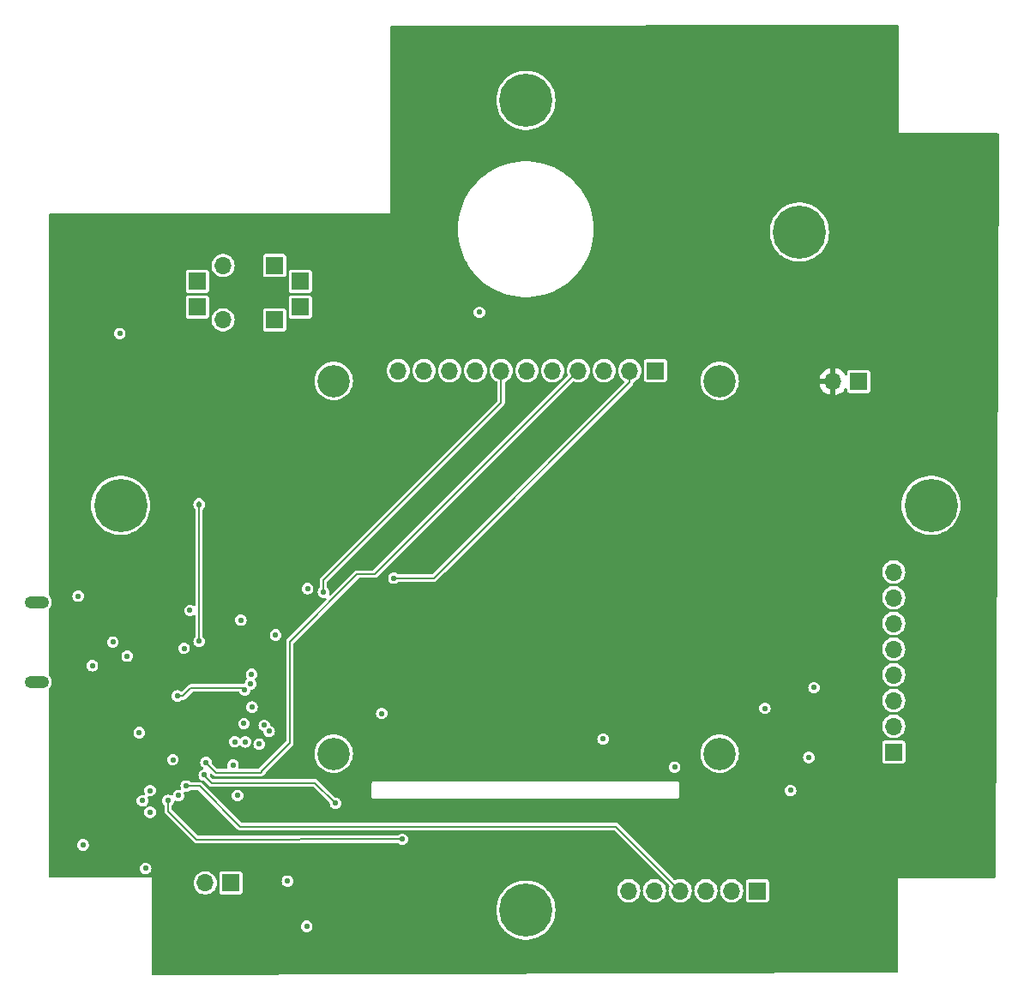
<source format=gbr>
%TF.GenerationSoftware,KiCad,Pcbnew,8.0.4*%
%TF.CreationDate,2024-09-09T11:17:31-04:00*%
%TF.ProjectId,payload_board_rev072,7061796c-6f61-4645-9f62-6f6172645f72,rev?*%
%TF.SameCoordinates,Original*%
%TF.FileFunction,Copper,L2,Inr*%
%TF.FilePolarity,Positive*%
%FSLAX46Y46*%
G04 Gerber Fmt 4.6, Leading zero omitted, Abs format (unit mm)*
G04 Created by KiCad (PCBNEW 8.0.4) date 2024-09-09 11:17:31*
%MOMM*%
%LPD*%
G01*
G04 APERTURE LIST*
%TA.AperFunction,ComponentPad*%
%ADD10R,1.700000X1.700000*%
%TD*%
%TA.AperFunction,ComponentPad*%
%ADD11O,1.700000X1.700000*%
%TD*%
%TA.AperFunction,ComponentPad*%
%ADD12C,5.250000*%
%TD*%
%TA.AperFunction,ComponentPad*%
%ADD13C,3.200000*%
%TD*%
%TA.AperFunction,ComponentPad*%
%ADD14O,2.416000X1.208000*%
%TD*%
%TA.AperFunction,ViaPad*%
%ADD15C,0.550000*%
%TD*%
%TA.AperFunction,Conductor*%
%ADD16C,0.152400*%
%TD*%
G04 APERTURE END LIST*
D10*
%TO.N,SPI0_MOSI*%
%TO.C,J5*%
X75800000Y-49700000D03*
D11*
%TO.N,SPI0_SCK*%
X73260000Y-49700000D03*
%TO.N,Disp_DC*%
X70720000Y-49700000D03*
%TO.N,Disp_RST*%
X68180000Y-49700000D03*
%TO.N,SPI0_CS_DISP*%
X65640000Y-49700000D03*
%TO.N,SPI0_CS_SD*%
X63100000Y-49700000D03*
%TO.N,SPI0_MISO*%
X60560000Y-49700000D03*
%TO.N,SD_IND*%
X58020000Y-49700000D03*
%TO.N,/3Vo*%
X55480000Y-49700000D03*
%TO.N,DIN-*%
X52940000Y-49700000D03*
%TO.N,GND*%
X50400000Y-49700000D03*
%TD*%
D12*
%TO.N,GND*%
%TO.C,*%
X103000000Y-63000000D03*
%TD*%
D10*
%TO.N,I2C1_SCL*%
%TO.C,J2*%
X99314000Y-87376000D03*
D11*
%TO.N,I2C1_SDA*%
X99314000Y-84836000D03*
%TO.N,CIN-*%
X99314000Y-82296000D03*
%TO.N,GND*%
X99314000Y-79756000D03*
%TO.N,SPI1_SCK_Cam*%
X99314000Y-77216000D03*
%TO.N,SPI1_MISO_Cam*%
X99314000Y-74676000D03*
%TO.N,SPI1_MOSI_Cam*%
X99314000Y-72136000D03*
%TO.N,SPI1_CS_Cam*%
X99314000Y-69596000D03*
%TD*%
D13*
%TO.N,GND*%
%TO.C,*%
X82127052Y-50714652D03*
%TD*%
D10*
%TO.N,SWCLK*%
%TO.C,J15*%
X85852000Y-101092000D03*
D11*
%TO.N,GND*%
X83312000Y-101092000D03*
%TO.N,SWDIO*%
X80772000Y-101092000D03*
%TO.N,UART1_TX*%
X78232000Y-101092000D03*
%TO.N,GND*%
X75692000Y-101092000D03*
%TO.N,UART1_RX*%
X73152000Y-101092000D03*
%TD*%
D10*
%TO.N,BGND*%
%TO.C,J_Burn*%
X38188800Y-39318800D03*
X40728800Y-40878800D03*
X40728800Y-43418800D03*
X38188800Y-44688800D03*
D11*
%TO.N,BPWR*%
X33108800Y-39318800D03*
D10*
X30568800Y-40878800D03*
X30568800Y-43418800D03*
D11*
X33108800Y-44688800D03*
%TD*%
D12*
%TO.N,N/C*%
%TO.C,*%
X90000000Y-36000000D03*
%TD*%
D10*
%TO.N,GND*%
%TO.C,J12*%
X95865000Y-50780000D03*
D11*
%TO.N,+3.3V*%
X93325000Y-50780000D03*
%TD*%
D12*
%TO.N,GND*%
%TO.C,*%
X23000000Y-63000000D03*
%TD*%
D10*
%TO.N,Break_SCL*%
%TO.C,J12*%
X33885000Y-100320000D03*
D11*
%TO.N,Break_SDA*%
X31345000Y-100320000D03*
%TD*%
D14*
%TO.N,N/C*%
%TO.C,J7*%
X14700000Y-72567500D03*
X14700000Y-80467500D03*
%TD*%
D12*
%TO.N,GND*%
%TO.C,J2*%
X63000000Y-103000000D03*
%TD*%
D13*
%TO.N,GND*%
%TO.C,*%
X44027052Y-87544652D03*
%TD*%
%TO.N,GND*%
%TO.C,*%
X44027052Y-50714652D03*
%TD*%
%TO.N,GND*%
%TO.C,*%
X82127052Y-87544652D03*
%TD*%
D12*
%TO.N,GND*%
%TO.C,J5*%
X63000000Y-23000000D03*
%TD*%
D15*
%TO.N,GND*%
X22910000Y-46020000D03*
X19280000Y-96560000D03*
%TO.N,Cam_3.3v*%
X90930040Y-87917700D03*
%TO.N,GND*%
X25460000Y-98880000D03*
X35970000Y-82940000D03*
X24830000Y-85470000D03*
X28150000Y-88140000D03*
%TO.N,/~{RESET}*%
X38290000Y-75820000D03*
%TO.N,+3.3V*%
X32650000Y-70450000D03*
X40860000Y-76970000D03*
X51370000Y-105940000D03*
X86500000Y-80990000D03*
X27100000Y-97620000D03*
X18150000Y-83090000D03*
X25460000Y-80570000D03*
X31430000Y-79440000D03*
X59340000Y-46780000D03*
X53970000Y-42090000D03*
X37700000Y-53230000D03*
%TO.N,GND*%
X34090000Y-88690000D03*
%TO.N,1.2V*%
X35250000Y-81250000D03*
X28610000Y-81840000D03*
%TO.N,Break_SDA*%
X25900000Y-91190000D03*
%TO.N,Break_SCL*%
X25900000Y-93330000D03*
%TO.N,I2C1_SDA*%
X50800000Y-96010000D03*
X27680000Y-92170000D03*
X89130000Y-91180000D03*
%TO.N,I2C1_SCL*%
X28710000Y-91680000D03*
%TO.N,Cam_RST*%
X70620000Y-86100000D03*
X34540000Y-91680000D03*
X36670000Y-86600000D03*
X86600000Y-83060000D03*
%TO.N,SPI1_SCK_Cam*%
X34270000Y-86360000D03*
%TO.N,SPI1_MOSI_Cam*%
X35300000Y-86380000D03*
X48770000Y-83570000D03*
%TO.N,Disp_RST*%
X31420000Y-88420000D03*
%TO.N,/USBBOOT*%
X35170000Y-84570000D03*
X25140000Y-92200000D03*
%TO.N,Disp_DC*%
X37660000Y-85340000D03*
%TO.N,SWCLK*%
X35820000Y-80650000D03*
X77690000Y-88870000D03*
%TO.N,SWDIO*%
X35920000Y-79710000D03*
%TO.N,/~{RESET}*%
X39470000Y-100140000D03*
%TO.N,SPI0_MISO*%
X43010000Y-71590000D03*
%TO.N,SPI0_CS_SD*%
X41450000Y-71240000D03*
%TO.N,SPI0_SCK*%
X49970000Y-70200000D03*
%TO.N,WDT_WDI*%
X41370000Y-104600000D03*
X34860000Y-74350000D03*
%TO.N,ADC0*%
X58410000Y-43940000D03*
X29830000Y-73400000D03*
%TO.N,ADC1*%
X29260000Y-77130000D03*
%TO.N,Cam_3.3v*%
X91440000Y-81020000D03*
%TO.N,+3.3V*%
X32890000Y-83730000D03*
%TO.N,SD_IND*%
X37170000Y-84740000D03*
%TO.N,VBUS*%
X20200000Y-78850000D03*
X18800000Y-71980000D03*
%TO.N,/D+*%
X23640000Y-77910000D03*
X22220000Y-76520000D03*
%TO.N,UART1_TX*%
X29480000Y-90730000D03*
%TO.N,UART1_RX*%
X31240000Y-89660000D03*
X44200000Y-92450000D03*
%TO.N,Net-(IC1-GPIO25)*%
X30740000Y-76450000D03*
X30750000Y-62930000D03*
%TD*%
D16*
%TO.N,1.2V*%
X35230000Y-81240000D02*
X35040001Y-81050001D01*
X29919999Y-81050001D02*
X29120000Y-81850000D01*
X28620000Y-81850000D02*
X28610000Y-81840000D01*
X35040001Y-81050001D02*
X29919999Y-81050001D01*
X29120000Y-81850000D02*
X28620000Y-81850000D01*
%TO.N,I2C1_SDA*%
X30480000Y-96012000D02*
X27686000Y-93218000D01*
X50800000Y-96010000D02*
X30480000Y-96012000D01*
X27686000Y-93218000D02*
X27686000Y-92202000D01*
%TO.N,Disp_RST*%
X39700000Y-76456052D02*
X46347752Y-69808300D01*
X37016000Y-89154000D02*
X39700000Y-86470000D01*
X48071700Y-69808300D02*
X68180000Y-49700000D01*
X36830000Y-89408000D02*
X37016000Y-89222000D01*
X32408000Y-89408000D02*
X36830000Y-89408000D01*
X46347752Y-69808300D02*
X48071700Y-69808300D01*
X39700000Y-86470000D02*
X39700000Y-76456052D01*
X37016000Y-89222000D02*
X37016000Y-89154000D01*
X31420000Y-88420000D02*
X32408000Y-89408000D01*
%TO.N,SPI0_MISO*%
X43010000Y-71590000D02*
X43010000Y-70400000D01*
X60560000Y-52850000D02*
X60560000Y-49700000D01*
X43010000Y-70400000D02*
X60560000Y-52850000D01*
%TO.N,SPI0_SCK*%
X53890000Y-70200000D02*
X73260000Y-50830000D01*
X50000000Y-70200000D02*
X53890000Y-70200000D01*
X73260000Y-50830000D02*
X73260000Y-49700000D01*
%TO.N,UART1_TX*%
X29480000Y-90730000D02*
X30786000Y-90730000D01*
X34798000Y-94742000D02*
X71882000Y-94742000D01*
X30786000Y-90730000D02*
X34798000Y-94742000D01*
X71882000Y-94742000D02*
X78232000Y-101092000D01*
%TO.N,UART1_RX*%
X44200000Y-92460000D02*
X44196000Y-92456000D01*
X44200000Y-92450000D02*
X44200000Y-92460000D01*
X32004000Y-90424000D02*
X42164000Y-90424000D01*
X44190000Y-92450000D02*
X44200000Y-92450000D01*
X42164000Y-90424000D02*
X44190000Y-92450000D01*
X31242000Y-89662000D02*
X32004000Y-90424000D01*
%TO.N,Net-(IC1-GPIO25)*%
X30734000Y-62626000D02*
X30734000Y-76454000D01*
%TD*%
%TA.AperFunction,Conductor*%
%TO.N,+3.3V*%
G36*
X99752734Y-15530368D02*
G01*
X99798643Y-15583038D01*
X99810000Y-15634879D01*
X99810000Y-26210000D01*
X99840000Y-26240000D01*
X109580157Y-26240000D01*
X109647196Y-26259685D01*
X109692951Y-26312489D01*
X109704156Y-26364534D01*
X109388219Y-99706534D01*
X109368246Y-99773488D01*
X109315245Y-99819015D01*
X109264220Y-99830000D01*
X99789999Y-99830000D01*
X99770000Y-99849999D01*
X99770000Y-109075590D01*
X99750315Y-109142629D01*
X99697511Y-109188384D01*
X99646433Y-109199589D01*
X26204433Y-109455957D01*
X26137325Y-109436507D01*
X26091386Y-109383863D01*
X26080000Y-109331958D01*
X26080000Y-104599998D01*
X40796221Y-104599998D01*
X40796221Y-104600001D01*
X40815771Y-104748503D01*
X40815773Y-104748508D01*
X40873090Y-104886885D01*
X40873090Y-104886886D01*
X40873092Y-104886889D01*
X40873093Y-104886890D01*
X40964277Y-105005723D01*
X41083110Y-105096907D01*
X41083113Y-105096908D01*
X41083114Y-105096909D01*
X41152302Y-105125567D01*
X41221495Y-105154228D01*
X41295747Y-105164003D01*
X41369999Y-105173779D01*
X41370000Y-105173779D01*
X41370001Y-105173779D01*
X41419501Y-105167262D01*
X41518505Y-105154228D01*
X41656885Y-105096909D01*
X41656886Y-105096909D01*
X41656886Y-105096908D01*
X41656890Y-105096907D01*
X41775723Y-105005723D01*
X41866907Y-104886890D01*
X41924228Y-104748505D01*
X41943779Y-104600000D01*
X41924228Y-104451495D01*
X41866907Y-104313111D01*
X41775723Y-104194277D01*
X41656890Y-104103093D01*
X41656887Y-104103092D01*
X41656885Y-104103090D01*
X41518508Y-104045773D01*
X41518503Y-104045771D01*
X41370001Y-104026221D01*
X41369999Y-104026221D01*
X41221496Y-104045771D01*
X41221494Y-104045772D01*
X41083111Y-104103092D01*
X40964277Y-104194277D01*
X40873092Y-104313111D01*
X40815772Y-104451494D01*
X40815771Y-104451496D01*
X40796221Y-104599998D01*
X26080000Y-104599998D01*
X26080000Y-102999996D01*
X60076183Y-102999996D01*
X60076183Y-103000003D01*
X60095953Y-103339434D01*
X60095954Y-103339445D01*
X60154991Y-103674261D01*
X60154993Y-103674270D01*
X60154995Y-103674279D01*
X60223134Y-103901878D01*
X60252511Y-104000005D01*
X60387178Y-104312198D01*
X60387184Y-104312211D01*
X60557187Y-104606665D01*
X60760222Y-104879389D01*
X60760227Y-104879395D01*
X60879411Y-105005722D01*
X60993555Y-105126707D01*
X61165215Y-105270747D01*
X61254015Y-105345259D01*
X61254023Y-105345265D01*
X61538087Y-105532098D01*
X61538091Y-105532100D01*
X61841935Y-105684696D01*
X62161440Y-105800986D01*
X62161446Y-105800987D01*
X62161448Y-105800988D01*
X62492269Y-105879395D01*
X62492276Y-105879396D01*
X62492285Y-105879398D01*
X62829995Y-105918870D01*
X62830002Y-105918870D01*
X63169998Y-105918870D01*
X63170005Y-105918870D01*
X63507715Y-105879398D01*
X63507724Y-105879395D01*
X63507730Y-105879395D01*
X63774587Y-105816147D01*
X63838560Y-105800986D01*
X64158065Y-105684696D01*
X64461909Y-105532100D01*
X64745982Y-105345261D01*
X65006445Y-105126707D01*
X65239774Y-104879393D01*
X65442813Y-104606664D01*
X65612818Y-104312207D01*
X65747489Y-104000004D01*
X65845005Y-103674279D01*
X65904047Y-103339434D01*
X65923817Y-103000000D01*
X65904047Y-102660566D01*
X65845005Y-102325721D01*
X65747489Y-101999996D01*
X65612818Y-101687793D01*
X65483534Y-101463867D01*
X65442812Y-101393334D01*
X65239777Y-101120610D01*
X65239772Y-101120604D01*
X65212784Y-101091999D01*
X72003230Y-101091999D01*
X72003230Y-101092000D01*
X72022789Y-101303085D01*
X72022790Y-101303087D01*
X72080802Y-101506979D01*
X72080808Y-101506994D01*
X72175292Y-101696743D01*
X72175297Y-101696751D01*
X72303050Y-101865923D01*
X72434648Y-101985890D01*
X72459711Y-102008738D01*
X72639949Y-102120337D01*
X72837624Y-102196916D01*
X73046005Y-102235870D01*
X73046008Y-102235870D01*
X73257992Y-102235870D01*
X73257995Y-102235870D01*
X73466376Y-102196916D01*
X73664051Y-102120337D01*
X73844289Y-102008738D01*
X74000951Y-101865921D01*
X74128704Y-101696749D01*
X74223196Y-101506984D01*
X74281210Y-101303086D01*
X74298529Y-101116183D01*
X74307399Y-101093845D01*
X74305483Y-101090153D01*
X74536600Y-101090153D01*
X74543693Y-101103817D01*
X74545471Y-101116184D01*
X74562789Y-101303085D01*
X74562790Y-101303087D01*
X74620802Y-101506979D01*
X74620808Y-101506994D01*
X74715292Y-101696743D01*
X74715297Y-101696751D01*
X74843050Y-101865923D01*
X74974648Y-101985890D01*
X74999711Y-102008738D01*
X75179949Y-102120337D01*
X75377624Y-102196916D01*
X75586005Y-102235870D01*
X75586008Y-102235870D01*
X75797992Y-102235870D01*
X75797995Y-102235870D01*
X76006376Y-102196916D01*
X76204051Y-102120337D01*
X76384289Y-102008738D01*
X76540951Y-101865921D01*
X76668704Y-101696749D01*
X76763196Y-101506984D01*
X76821210Y-101303086D01*
X76838529Y-101116183D01*
X76847399Y-101093845D01*
X76840307Y-101080182D01*
X76838529Y-101067815D01*
X76821210Y-100880914D01*
X76821209Y-100880912D01*
X76819041Y-100873293D01*
X76763196Y-100677016D01*
X76752104Y-100654740D01*
X76668707Y-100487256D01*
X76668702Y-100487248D01*
X76540949Y-100318076D01*
X76384290Y-100175263D01*
X76384289Y-100175262D01*
X76204051Y-100063663D01*
X76204049Y-100063662D01*
X76006379Y-99987085D01*
X76006378Y-99987084D01*
X76006376Y-99987084D01*
X75797995Y-99948130D01*
X75586005Y-99948130D01*
X75377624Y-99987084D01*
X75377622Y-99987084D01*
X75377620Y-99987085D01*
X75179950Y-100063662D01*
X75179948Y-100063663D01*
X74999709Y-100175263D01*
X74843050Y-100318076D01*
X74715297Y-100487248D01*
X74715292Y-100487256D01*
X74620808Y-100677005D01*
X74620802Y-100677020D01*
X74562790Y-100880912D01*
X74562789Y-100880914D01*
X74545471Y-101067815D01*
X74536600Y-101090153D01*
X74305483Y-101090153D01*
X74300307Y-101080182D01*
X74298529Y-101067815D01*
X74281210Y-100880914D01*
X74281209Y-100880912D01*
X74279041Y-100873293D01*
X74223196Y-100677016D01*
X74212104Y-100654740D01*
X74128707Y-100487256D01*
X74128702Y-100487248D01*
X74000949Y-100318076D01*
X73844290Y-100175263D01*
X73844289Y-100175262D01*
X73664051Y-100063663D01*
X73664049Y-100063662D01*
X73466379Y-99987085D01*
X73466378Y-99987084D01*
X73466376Y-99987084D01*
X73257995Y-99948130D01*
X73046005Y-99948130D01*
X72837624Y-99987084D01*
X72837622Y-99987084D01*
X72837620Y-99987085D01*
X72639950Y-100063662D01*
X72639948Y-100063663D01*
X72459709Y-100175263D01*
X72303050Y-100318076D01*
X72175297Y-100487248D01*
X72175292Y-100487256D01*
X72080808Y-100677005D01*
X72080802Y-100677020D01*
X72022790Y-100880912D01*
X72022789Y-100880914D01*
X72003230Y-101091999D01*
X65212784Y-101091999D01*
X65054991Y-100924749D01*
X65006445Y-100873293D01*
X64862403Y-100752428D01*
X64745984Y-100654740D01*
X64745976Y-100654734D01*
X64461912Y-100467901D01*
X64158072Y-100315307D01*
X64158066Y-100315304D01*
X63838572Y-100199018D01*
X63838551Y-100199011D01*
X63507730Y-100120604D01*
X63507715Y-100120602D01*
X63170005Y-100081130D01*
X62829995Y-100081130D01*
X62534498Y-100115668D01*
X62492284Y-100120602D01*
X62492269Y-100120604D01*
X62161448Y-100199011D01*
X62161427Y-100199018D01*
X61841933Y-100315304D01*
X61841927Y-100315307D01*
X61538087Y-100467901D01*
X61254023Y-100654734D01*
X61254015Y-100654740D01*
X60993555Y-100873293D01*
X60993553Y-100873295D01*
X60760227Y-101120604D01*
X60760222Y-101120610D01*
X60557187Y-101393334D01*
X60387184Y-101687788D01*
X60387178Y-101687801D01*
X60252511Y-101999994D01*
X60219292Y-102110955D01*
X60170450Y-102274100D01*
X60154993Y-102325729D01*
X60154991Y-102325738D01*
X60095954Y-102660554D01*
X60095953Y-102660565D01*
X60076183Y-102999996D01*
X26080000Y-102999996D01*
X26080000Y-100319999D01*
X30196230Y-100319999D01*
X30196230Y-100320000D01*
X30215789Y-100531085D01*
X30215790Y-100531087D01*
X30273802Y-100734979D01*
X30273808Y-100734994D01*
X30368292Y-100924743D01*
X30368297Y-100924751D01*
X30496050Y-101093923D01*
X30627648Y-101213890D01*
X30652711Y-101236738D01*
X30832949Y-101348337D01*
X31030624Y-101424916D01*
X31239005Y-101463870D01*
X31239008Y-101463870D01*
X31450992Y-101463870D01*
X31450995Y-101463870D01*
X31659376Y-101424916D01*
X31857051Y-101348337D01*
X32037289Y-101236738D01*
X32172062Y-101113875D01*
X32193949Y-101093923D01*
X32194501Y-101093193D01*
X32321704Y-100924749D01*
X32416196Y-100734984D01*
X32474210Y-100531086D01*
X32493659Y-100321191D01*
X32493967Y-100320416D01*
X32493659Y-100318806D01*
X32493591Y-100318076D01*
X32493179Y-100313634D01*
X32739288Y-100313634D01*
X32741130Y-100332634D01*
X32741130Y-101213864D01*
X32741132Y-101213890D01*
X32743979Y-101238443D01*
X32743981Y-101238447D01*
X32788355Y-101338947D01*
X32788358Y-101338951D01*
X32788359Y-101338953D01*
X32866047Y-101416641D01*
X32966553Y-101461019D01*
X32991127Y-101463870D01*
X34778872Y-101463869D01*
X34778887Y-101463867D01*
X34778890Y-101463867D01*
X34803443Y-101461020D01*
X34803444Y-101461019D01*
X34803447Y-101461019D01*
X34885217Y-101424914D01*
X34903947Y-101416644D01*
X34903948Y-101416643D01*
X34903953Y-101416641D01*
X34981641Y-101338953D01*
X35026019Y-101238447D01*
X35028870Y-101213873D01*
X35028869Y-100139998D01*
X38896221Y-100139998D01*
X38896221Y-100140001D01*
X38915771Y-100288503D01*
X38915773Y-100288508D01*
X38973090Y-100426885D01*
X38973090Y-100426886D01*
X38973092Y-100426889D01*
X38973093Y-100426890D01*
X39064277Y-100545723D01*
X39183110Y-100636907D01*
X39183113Y-100636908D01*
X39183114Y-100636909D01*
X39229813Y-100656252D01*
X39321495Y-100694228D01*
X39395747Y-100704003D01*
X39469999Y-100713779D01*
X39470000Y-100713779D01*
X39470001Y-100713779D01*
X39519501Y-100707262D01*
X39618505Y-100694228D01*
X39756885Y-100636909D01*
X39756886Y-100636909D01*
X39756886Y-100636908D01*
X39756890Y-100636907D01*
X39875723Y-100545723D01*
X39966907Y-100426890D01*
X40024228Y-100288505D01*
X40043779Y-100140000D01*
X40041225Y-100120604D01*
X40024228Y-99991496D01*
X40024228Y-99991495D01*
X39966907Y-99853111D01*
X39918481Y-99790000D01*
X39875724Y-99734278D01*
X39850934Y-99715256D01*
X39756890Y-99643093D01*
X39756887Y-99643092D01*
X39756885Y-99643090D01*
X39618508Y-99585773D01*
X39618503Y-99585771D01*
X39470001Y-99566221D01*
X39469999Y-99566221D01*
X39321496Y-99585771D01*
X39321494Y-99585772D01*
X39183111Y-99643092D01*
X39064277Y-99734277D01*
X38973092Y-99853111D01*
X38915772Y-99991494D01*
X38915771Y-99991496D01*
X38896221Y-100139998D01*
X35028869Y-100139998D01*
X35028869Y-99426128D01*
X35028867Y-99426109D01*
X35026020Y-99401556D01*
X35026019Y-99401554D01*
X35026019Y-99401553D01*
X35007671Y-99360000D01*
X34981644Y-99301052D01*
X34981642Y-99301049D01*
X34981641Y-99301047D01*
X34903953Y-99223359D01*
X34871794Y-99209159D01*
X34803448Y-99178981D01*
X34778873Y-99176130D01*
X32991135Y-99176130D01*
X32991109Y-99176132D01*
X32966556Y-99178979D01*
X32966552Y-99178981D01*
X32866052Y-99223355D01*
X32866044Y-99223361D01*
X32788361Y-99301044D01*
X32788357Y-99301051D01*
X32743981Y-99401550D01*
X32743981Y-99401552D01*
X32741130Y-99426125D01*
X32741130Y-100307365D01*
X32739288Y-100313634D01*
X32493179Y-100313634D01*
X32474210Y-100108914D01*
X32416196Y-99905016D01*
X32416191Y-99905005D01*
X32321707Y-99715256D01*
X32321702Y-99715248D01*
X32193949Y-99546076D01*
X32037290Y-99403263D01*
X32037289Y-99403262D01*
X31857051Y-99291663D01*
X31857049Y-99291662D01*
X31659379Y-99215085D01*
X31659378Y-99215084D01*
X31659376Y-99215084D01*
X31450995Y-99176130D01*
X31239005Y-99176130D01*
X31030624Y-99215084D01*
X31030622Y-99215084D01*
X31030620Y-99215085D01*
X30832950Y-99291662D01*
X30832948Y-99291663D01*
X30652709Y-99403263D01*
X30496050Y-99546076D01*
X30368297Y-99715248D01*
X30368292Y-99715256D01*
X30273808Y-99905005D01*
X30273802Y-99905020D01*
X30215790Y-100108912D01*
X30215789Y-100108914D01*
X30196230Y-100319999D01*
X26080000Y-100319999D01*
X26080000Y-99790000D01*
X25852674Y-99790000D01*
X25842674Y-99790000D01*
X16054145Y-99790000D01*
X15987106Y-99770315D01*
X15941351Y-99717511D01*
X15930145Y-99666000D01*
X15930145Y-98879998D01*
X24886221Y-98879998D01*
X24886221Y-98880001D01*
X24905771Y-99028503D01*
X24905773Y-99028508D01*
X24963090Y-99166885D01*
X24963090Y-99166886D01*
X24963092Y-99166889D01*
X24963093Y-99166890D01*
X25054277Y-99285723D01*
X25173110Y-99376907D01*
X25173113Y-99376908D01*
X25173114Y-99376909D01*
X25236739Y-99403263D01*
X25311495Y-99434228D01*
X25385747Y-99444003D01*
X25459999Y-99453779D01*
X25460000Y-99453779D01*
X25460001Y-99453779D01*
X25509501Y-99447262D01*
X25608505Y-99434228D01*
X25746885Y-99376909D01*
X25746886Y-99376909D01*
X25746886Y-99376908D01*
X25746890Y-99376907D01*
X25865723Y-99285723D01*
X25956907Y-99166890D01*
X26014228Y-99028505D01*
X26033779Y-98880000D01*
X26014228Y-98731495D01*
X25956907Y-98593111D01*
X25865723Y-98474277D01*
X25746890Y-98383093D01*
X25746887Y-98383092D01*
X25746885Y-98383090D01*
X25608508Y-98325773D01*
X25608503Y-98325771D01*
X25460001Y-98306221D01*
X25459999Y-98306221D01*
X25311496Y-98325771D01*
X25311494Y-98325772D01*
X25173111Y-98383092D01*
X25054277Y-98474277D01*
X24963092Y-98593111D01*
X24905772Y-98731494D01*
X24905771Y-98731496D01*
X24886221Y-98879998D01*
X15930145Y-98879998D01*
X15930145Y-96559998D01*
X18706221Y-96559998D01*
X18706221Y-96560001D01*
X18725771Y-96708503D01*
X18725773Y-96708508D01*
X18783090Y-96846885D01*
X18783090Y-96846886D01*
X18783092Y-96846889D01*
X18783093Y-96846890D01*
X18874277Y-96965723D01*
X18993110Y-97056907D01*
X18993113Y-97056908D01*
X18993114Y-97056909D01*
X19062302Y-97085567D01*
X19131495Y-97114228D01*
X19205747Y-97124003D01*
X19279999Y-97133779D01*
X19280000Y-97133779D01*
X19280001Y-97133779D01*
X19329501Y-97127262D01*
X19428505Y-97114228D01*
X19566885Y-97056909D01*
X19566886Y-97056909D01*
X19566886Y-97056908D01*
X19566890Y-97056907D01*
X19685723Y-96965723D01*
X19776907Y-96846890D01*
X19834228Y-96708505D01*
X19847262Y-96609501D01*
X19853779Y-96560001D01*
X19853779Y-96559998D01*
X19834228Y-96411496D01*
X19834228Y-96411495D01*
X19776907Y-96273111D01*
X19685723Y-96154277D01*
X19566890Y-96063093D01*
X19566887Y-96063092D01*
X19566885Y-96063090D01*
X19428508Y-96005773D01*
X19428503Y-96005771D01*
X19280001Y-95986221D01*
X19279999Y-95986221D01*
X19131496Y-96005771D01*
X19131494Y-96005772D01*
X18993111Y-96063092D01*
X18874277Y-96154277D01*
X18783092Y-96273111D01*
X18725772Y-96411494D01*
X18725771Y-96411496D01*
X18706221Y-96559998D01*
X15930145Y-96559998D01*
X15930145Y-92199998D01*
X24566221Y-92199998D01*
X24566221Y-92200001D01*
X24585771Y-92348503D01*
X24585773Y-92348508D01*
X24643090Y-92486885D01*
X24643090Y-92486886D01*
X24643092Y-92486889D01*
X24643093Y-92486890D01*
X24734277Y-92605723D01*
X24853110Y-92696907D01*
X24853113Y-92696908D01*
X24853114Y-92696909D01*
X24906594Y-92719061D01*
X24991495Y-92754228D01*
X25065747Y-92764003D01*
X25139999Y-92773779D01*
X25140000Y-92773779D01*
X25140001Y-92773779D01*
X25189501Y-92767262D01*
X25288505Y-92754228D01*
X25354135Y-92727042D01*
X25423603Y-92719574D01*
X25486083Y-92750849D01*
X25521735Y-92810938D01*
X25519242Y-92880763D01*
X25497282Y-92916338D01*
X25499225Y-92917829D01*
X25403092Y-93043111D01*
X25345772Y-93181494D01*
X25345771Y-93181496D01*
X25326221Y-93329998D01*
X25326221Y-93330001D01*
X25345771Y-93478503D01*
X25345773Y-93478508D01*
X25403090Y-93616885D01*
X25403090Y-93616886D01*
X25403092Y-93616889D01*
X25403093Y-93616890D01*
X25494277Y-93735723D01*
X25613110Y-93826907D01*
X25613113Y-93826908D01*
X25613114Y-93826909D01*
X25682302Y-93855567D01*
X25751495Y-93884228D01*
X25825747Y-93894003D01*
X25899999Y-93903779D01*
X25900000Y-93903779D01*
X25900001Y-93903779D01*
X25949501Y-93897262D01*
X26048505Y-93884228D01*
X26186885Y-93826909D01*
X26186886Y-93826909D01*
X26186886Y-93826908D01*
X26186890Y-93826907D01*
X26305723Y-93735723D01*
X26396907Y-93616890D01*
X26454228Y-93478505D01*
X26473779Y-93330000D01*
X26454228Y-93181495D01*
X26396907Y-93043111D01*
X26305723Y-92924277D01*
X26186890Y-92833093D01*
X26186887Y-92833092D01*
X26186885Y-92833090D01*
X26048508Y-92775773D01*
X26048503Y-92775771D01*
X25900001Y-92756221D01*
X25899999Y-92756221D01*
X25751496Y-92775771D01*
X25751491Y-92775773D01*
X25685863Y-92802957D01*
X25616394Y-92810426D01*
X25553915Y-92779150D01*
X25518263Y-92719061D01*
X25520757Y-92649236D01*
X25542738Y-92613677D01*
X25540775Y-92612170D01*
X25545720Y-92605724D01*
X25545723Y-92605723D01*
X25636907Y-92486890D01*
X25694228Y-92348505D01*
X25713779Y-92200000D01*
X25710329Y-92173797D01*
X25709829Y-92169998D01*
X27106221Y-92169998D01*
X27106221Y-92170001D01*
X27125771Y-92318503D01*
X27125773Y-92318508D01*
X27183090Y-92456885D01*
X27183093Y-92456890D01*
X27274278Y-92575725D01*
X27279611Y-92581058D01*
X27313096Y-92642381D01*
X27315930Y-92668739D01*
X27315930Y-93266721D01*
X27341150Y-93360842D01*
X27358982Y-93391729D01*
X27389870Y-93445228D01*
X27389872Y-93445230D01*
X30178493Y-96233851D01*
X30178555Y-96233921D01*
X30213424Y-96268782D01*
X30252777Y-96308135D01*
X30252825Y-96308172D01*
X30253470Y-96308538D01*
X30287646Y-96328265D01*
X30287657Y-96328271D01*
X30337155Y-96356849D01*
X30337156Y-96356849D01*
X30337159Y-96356851D01*
X30337161Y-96356851D01*
X30337179Y-96356859D01*
X30337186Y-96356861D01*
X30337192Y-96356864D01*
X30383031Y-96369141D01*
X30383037Y-96369145D01*
X30383038Y-96369144D01*
X30431280Y-96382070D01*
X30431311Y-96382074D01*
X30431315Y-96382075D01*
X30431318Y-96382074D01*
X30431319Y-96382075D01*
X30471947Y-96382071D01*
X30482105Y-96382070D01*
X30528721Y-96382070D01*
X30537552Y-96382070D01*
X30537630Y-96382064D01*
X50307299Y-96380117D01*
X50374338Y-96399795D01*
X50390649Y-96412938D01*
X50394274Y-96415720D01*
X50394277Y-96415723D01*
X50513110Y-96506907D01*
X50513113Y-96506908D01*
X50513114Y-96506909D01*
X50582302Y-96535567D01*
X50651495Y-96564228D01*
X50725747Y-96574003D01*
X50799999Y-96583779D01*
X50800000Y-96583779D01*
X50800001Y-96583779D01*
X50849501Y-96577262D01*
X50948505Y-96564228D01*
X51086885Y-96506909D01*
X51086886Y-96506909D01*
X51086886Y-96506908D01*
X51086890Y-96506907D01*
X51205723Y-96415723D01*
X51296907Y-96296890D01*
X51354228Y-96158505D01*
X51373779Y-96010000D01*
X51373222Y-96005772D01*
X51354228Y-95861496D01*
X51354228Y-95861495D01*
X51296907Y-95723111D01*
X51205724Y-95604278D01*
X51205723Y-95604277D01*
X51086890Y-95513093D01*
X51086887Y-95513092D01*
X51086885Y-95513090D01*
X50948508Y-95455773D01*
X50948503Y-95455771D01*
X50800001Y-95436221D01*
X50799999Y-95436221D01*
X50651496Y-95455771D01*
X50651494Y-95455772D01*
X50513111Y-95513092D01*
X50387829Y-95609225D01*
X50386907Y-95608024D01*
X50333547Y-95637148D01*
X50307225Y-95639977D01*
X30684641Y-95641909D01*
X30617600Y-95622231D01*
X30596948Y-95605590D01*
X28092389Y-93101031D01*
X28058904Y-93039708D01*
X28056070Y-93013350D01*
X28056070Y-92656460D01*
X28075755Y-92589421D01*
X28081694Y-92580974D01*
X28100385Y-92556614D01*
X28176907Y-92456890D01*
X28234228Y-92318505D01*
X28240672Y-92269552D01*
X28268938Y-92205657D01*
X28327262Y-92167185D01*
X28397127Y-92166353D01*
X28415480Y-92174085D01*
X28415600Y-92173797D01*
X28515564Y-92215203D01*
X28561495Y-92234228D01*
X28635747Y-92244003D01*
X28709999Y-92253779D01*
X28710000Y-92253779D01*
X28710001Y-92253779D01*
X28759501Y-92247262D01*
X28858505Y-92234228D01*
X28996885Y-92176909D01*
X28996886Y-92176909D01*
X28996886Y-92176908D01*
X28996890Y-92176907D01*
X29115723Y-92085723D01*
X29206907Y-91966890D01*
X29264228Y-91828505D01*
X29280739Y-91703092D01*
X29283779Y-91680001D01*
X29283779Y-91679998D01*
X29270673Y-91580448D01*
X29264228Y-91531495D01*
X29234208Y-91459022D01*
X29226740Y-91389556D01*
X29258015Y-91327077D01*
X29318103Y-91291424D01*
X29364954Y-91288633D01*
X29408563Y-91294374D01*
X29479999Y-91303779D01*
X29480000Y-91303779D01*
X29480001Y-91303779D01*
X29529501Y-91297262D01*
X29628505Y-91284228D01*
X29766885Y-91226909D01*
X29766886Y-91226909D01*
X29766886Y-91226908D01*
X29766890Y-91226907D01*
X29885723Y-91135723D01*
X29885724Y-91135720D01*
X29892170Y-91130775D01*
X29893105Y-91131994D01*
X29946380Y-91102904D01*
X29972738Y-91100070D01*
X30581350Y-91100070D01*
X30648389Y-91119755D01*
X30669031Y-91136389D01*
X34570772Y-95038130D01*
X34624270Y-95069017D01*
X34655158Y-95086850D01*
X34749279Y-95112070D01*
X71677350Y-95112070D01*
X71744389Y-95131755D01*
X71765031Y-95148389D01*
X77141879Y-100525237D01*
X77175364Y-100586560D01*
X77170380Y-100656252D01*
X77165201Y-100668185D01*
X77160805Y-100677014D01*
X77160799Y-100677027D01*
X77102790Y-100880911D01*
X77102789Y-100880914D01*
X77085471Y-101067815D01*
X77076600Y-101090153D01*
X77083693Y-101103817D01*
X77085471Y-101116184D01*
X77102789Y-101303085D01*
X77102790Y-101303087D01*
X77160802Y-101506979D01*
X77160808Y-101506994D01*
X77255292Y-101696743D01*
X77255297Y-101696751D01*
X77383050Y-101865923D01*
X77514648Y-101985890D01*
X77539711Y-102008738D01*
X77719949Y-102120337D01*
X77917624Y-102196916D01*
X78126005Y-102235870D01*
X78126008Y-102235870D01*
X78337992Y-102235870D01*
X78337995Y-102235870D01*
X78546376Y-102196916D01*
X78744051Y-102120337D01*
X78924289Y-102008738D01*
X79080951Y-101865921D01*
X79208704Y-101696749D01*
X79303196Y-101506984D01*
X79361210Y-101303086D01*
X79378529Y-101116183D01*
X79387399Y-101093845D01*
X79385483Y-101090153D01*
X79616600Y-101090153D01*
X79623693Y-101103817D01*
X79625471Y-101116184D01*
X79642789Y-101303085D01*
X79642790Y-101303087D01*
X79700802Y-101506979D01*
X79700808Y-101506994D01*
X79795292Y-101696743D01*
X79795297Y-101696751D01*
X79923050Y-101865923D01*
X80054648Y-101985890D01*
X80079711Y-102008738D01*
X80259949Y-102120337D01*
X80457624Y-102196916D01*
X80666005Y-102235870D01*
X80666008Y-102235870D01*
X80877992Y-102235870D01*
X80877995Y-102235870D01*
X81086376Y-102196916D01*
X81284051Y-102120337D01*
X81464289Y-102008738D01*
X81620951Y-101865921D01*
X81748704Y-101696749D01*
X81843196Y-101506984D01*
X81901210Y-101303086D01*
X81918529Y-101116183D01*
X81927399Y-101093845D01*
X81925483Y-101090153D01*
X82156600Y-101090153D01*
X82163693Y-101103817D01*
X82165471Y-101116184D01*
X82182789Y-101303085D01*
X82182790Y-101303087D01*
X82240802Y-101506979D01*
X82240808Y-101506994D01*
X82335292Y-101696743D01*
X82335297Y-101696751D01*
X82463050Y-101865923D01*
X82594648Y-101985890D01*
X82619711Y-102008738D01*
X82799949Y-102120337D01*
X82997624Y-102196916D01*
X83206005Y-102235870D01*
X83206008Y-102235870D01*
X83417992Y-102235870D01*
X83417995Y-102235870D01*
X83626376Y-102196916D01*
X83824051Y-102120337D01*
X84004289Y-102008738D01*
X84160951Y-101865921D01*
X84288704Y-101696749D01*
X84383196Y-101506984D01*
X84441210Y-101303086D01*
X84460659Y-101093191D01*
X84460967Y-101092416D01*
X84460659Y-101090806D01*
X84460598Y-101090153D01*
X84460179Y-101085634D01*
X84706288Y-101085634D01*
X84708130Y-101104634D01*
X84708130Y-101985864D01*
X84708132Y-101985890D01*
X84710979Y-102010443D01*
X84710981Y-102010447D01*
X84755355Y-102110947D01*
X84755358Y-102110951D01*
X84755359Y-102110953D01*
X84833047Y-102188641D01*
X84933553Y-102233019D01*
X84958127Y-102235870D01*
X86745872Y-102235869D01*
X86745887Y-102235867D01*
X86745890Y-102235867D01*
X86770443Y-102233020D01*
X86770444Y-102233019D01*
X86770447Y-102233019D01*
X86852217Y-102196914D01*
X86870947Y-102188644D01*
X86870948Y-102188643D01*
X86870953Y-102188641D01*
X86948641Y-102110953D01*
X86993019Y-102010447D01*
X86995870Y-101985873D01*
X86995869Y-100198128D01*
X86995867Y-100198109D01*
X86993020Y-100173556D01*
X86993019Y-100173554D01*
X86993019Y-100173553D01*
X86964477Y-100108912D01*
X86948644Y-100073052D01*
X86948642Y-100073049D01*
X86948641Y-100073047D01*
X86870953Y-99995359D01*
X86838794Y-99981159D01*
X86770448Y-99950981D01*
X86745873Y-99948130D01*
X84958135Y-99948130D01*
X84958109Y-99948132D01*
X84933556Y-99950979D01*
X84933552Y-99950981D01*
X84833052Y-99995355D01*
X84833044Y-99995361D01*
X84755361Y-100073044D01*
X84755357Y-100073051D01*
X84710981Y-100173550D01*
X84710981Y-100173552D01*
X84708130Y-100198125D01*
X84708130Y-101079365D01*
X84706288Y-101085634D01*
X84460179Y-101085634D01*
X84441210Y-100880914D01*
X84383196Y-100677016D01*
X84372104Y-100654740D01*
X84288707Y-100487256D01*
X84288702Y-100487248D01*
X84160949Y-100318076D01*
X84004290Y-100175263D01*
X84004289Y-100175262D01*
X83824051Y-100063663D01*
X83824049Y-100063662D01*
X83626379Y-99987085D01*
X83626378Y-99987084D01*
X83626376Y-99987084D01*
X83417995Y-99948130D01*
X83206005Y-99948130D01*
X82997624Y-99987084D01*
X82997622Y-99987084D01*
X82997620Y-99987085D01*
X82799950Y-100063662D01*
X82799948Y-100063663D01*
X82619709Y-100175263D01*
X82463050Y-100318076D01*
X82335297Y-100487248D01*
X82335292Y-100487256D01*
X82240808Y-100677005D01*
X82240802Y-100677020D01*
X82182790Y-100880912D01*
X82182789Y-100880914D01*
X82165471Y-101067815D01*
X82156600Y-101090153D01*
X81925483Y-101090153D01*
X81920307Y-101080182D01*
X81918529Y-101067815D01*
X81901210Y-100880914D01*
X81901209Y-100880912D01*
X81899041Y-100873293D01*
X81843196Y-100677016D01*
X81832104Y-100654740D01*
X81748707Y-100487256D01*
X81748702Y-100487248D01*
X81620949Y-100318076D01*
X81464290Y-100175263D01*
X81464289Y-100175262D01*
X81284051Y-100063663D01*
X81284049Y-100063662D01*
X81086379Y-99987085D01*
X81086378Y-99987084D01*
X81086376Y-99987084D01*
X80877995Y-99948130D01*
X80666005Y-99948130D01*
X80457624Y-99987084D01*
X80457622Y-99987084D01*
X80457620Y-99987085D01*
X80259950Y-100063662D01*
X80259948Y-100063663D01*
X80079709Y-100175263D01*
X79923050Y-100318076D01*
X79795297Y-100487248D01*
X79795292Y-100487256D01*
X79700808Y-100677005D01*
X79700802Y-100677020D01*
X79642790Y-100880912D01*
X79642789Y-100880914D01*
X79625471Y-101067815D01*
X79616600Y-101090153D01*
X79385483Y-101090153D01*
X79380307Y-101080182D01*
X79378529Y-101067815D01*
X79361210Y-100880914D01*
X79361209Y-100880912D01*
X79359041Y-100873293D01*
X79303196Y-100677016D01*
X79292104Y-100654740D01*
X79208707Y-100487256D01*
X79208702Y-100487248D01*
X79080949Y-100318076D01*
X78924290Y-100175263D01*
X78924289Y-100175262D01*
X78744051Y-100063663D01*
X78744049Y-100063662D01*
X78546379Y-99987085D01*
X78546378Y-99987084D01*
X78546376Y-99987084D01*
X78337995Y-99948130D01*
X78126005Y-99948130D01*
X77917624Y-99987084D01*
X77917622Y-99987084D01*
X77917620Y-99987085D01*
X77872525Y-100004555D01*
X77800387Y-100032501D01*
X77730764Y-100038363D01*
X77669024Y-100005653D01*
X77667913Y-100004555D01*
X72109230Y-94445872D01*
X72109228Y-94445870D01*
X72055729Y-94414982D01*
X72024842Y-94397150D01*
X71930721Y-94371930D01*
X71930718Y-94371930D01*
X35002650Y-94371930D01*
X34935611Y-94352245D01*
X34914969Y-94335611D01*
X32259356Y-91679998D01*
X33966221Y-91679998D01*
X33966221Y-91680001D01*
X33985771Y-91828503D01*
X33985773Y-91828508D01*
X34043090Y-91966885D01*
X34043090Y-91966886D01*
X34043092Y-91966889D01*
X34043093Y-91966890D01*
X34134277Y-92085723D01*
X34253110Y-92176907D01*
X34253113Y-92176908D01*
X34253114Y-92176909D01*
X34308861Y-92200000D01*
X34391495Y-92234228D01*
X34465747Y-92244003D01*
X34539999Y-92253779D01*
X34540000Y-92253779D01*
X34540001Y-92253779D01*
X34589501Y-92247262D01*
X34688505Y-92234228D01*
X34826885Y-92176909D01*
X34826886Y-92176909D01*
X34826886Y-92176908D01*
X34826890Y-92176907D01*
X34945723Y-92085723D01*
X35036907Y-91966890D01*
X35094228Y-91828505D01*
X35110739Y-91703092D01*
X35113779Y-91680001D01*
X35113779Y-91679998D01*
X35100673Y-91580448D01*
X35094228Y-91531495D01*
X35036907Y-91393111D01*
X34945723Y-91274277D01*
X34826890Y-91183093D01*
X34826887Y-91183092D01*
X34826885Y-91183090D01*
X34688508Y-91125773D01*
X34688503Y-91125771D01*
X34540001Y-91106221D01*
X34539999Y-91106221D01*
X34391496Y-91125771D01*
X34391494Y-91125772D01*
X34253111Y-91183092D01*
X34134277Y-91274277D01*
X34043092Y-91393111D01*
X33985772Y-91531494D01*
X33985771Y-91531496D01*
X33966221Y-91679998D01*
X32259356Y-91679998D01*
X31007481Y-90428123D01*
X31009749Y-90425854D01*
X30977426Y-90381576D01*
X30973281Y-90311829D01*
X31007501Y-90250913D01*
X31069222Y-90218169D01*
X31110303Y-90216704D01*
X31240000Y-90233779D01*
X31248059Y-90234840D01*
X31247858Y-90236362D01*
X31306098Y-90253464D01*
X31326740Y-90270098D01*
X31776772Y-90720130D01*
X31861159Y-90768851D01*
X31895600Y-90778079D01*
X31895609Y-90778081D01*
X31955279Y-90794070D01*
X41959350Y-90794070D01*
X42026389Y-90813755D01*
X42047031Y-90830389D01*
X43590328Y-92373686D01*
X43623813Y-92435009D01*
X43625586Y-92445181D01*
X43645772Y-92598504D01*
X43645773Y-92598508D01*
X43703090Y-92736885D01*
X43703090Y-92736886D01*
X43703092Y-92736889D01*
X43703093Y-92736890D01*
X43794277Y-92855723D01*
X43913110Y-92946907D01*
X43913113Y-92946908D01*
X43913114Y-92946909D01*
X43982302Y-92975567D01*
X44051495Y-93004228D01*
X44120784Y-93013350D01*
X44199999Y-93023779D01*
X44200000Y-93023779D01*
X44200001Y-93023779D01*
X44279216Y-93013350D01*
X44348505Y-93004228D01*
X44486885Y-92946909D01*
X44486886Y-92946909D01*
X44486886Y-92946908D01*
X44486890Y-92946907D01*
X44605723Y-92855723D01*
X44696907Y-92736890D01*
X44754228Y-92598505D01*
X44773779Y-92450000D01*
X44771805Y-92435009D01*
X44754228Y-92301496D01*
X44754228Y-92301495D01*
X44696907Y-92163111D01*
X44605724Y-92044278D01*
X44576034Y-92021496D01*
X44486890Y-91953093D01*
X44486887Y-91953092D01*
X44486885Y-91953090D01*
X44348508Y-91895773D01*
X44348503Y-91895771D01*
X44200001Y-91876221D01*
X44191873Y-91876221D01*
X44191873Y-91872883D01*
X44138135Y-91864472D01*
X44103368Y-91840010D01*
X42728074Y-90464716D01*
X47759500Y-90464716D01*
X47759500Y-91804483D01*
X47769452Y-91828508D01*
X47790024Y-91878174D01*
X47846426Y-91934576D01*
X47920118Y-91965100D01*
X47920120Y-91965100D01*
X77999880Y-91965100D01*
X77999882Y-91965100D01*
X78073574Y-91934576D01*
X78129976Y-91878174D01*
X78160500Y-91804482D01*
X78160500Y-91179998D01*
X88556221Y-91179998D01*
X88556221Y-91180001D01*
X88575771Y-91328503D01*
X88575773Y-91328508D01*
X88633090Y-91466885D01*
X88633090Y-91466886D01*
X88633092Y-91466889D01*
X88633093Y-91466890D01*
X88724277Y-91585723D01*
X88843110Y-91676907D01*
X88843113Y-91676908D01*
X88843114Y-91676909D01*
X88912302Y-91705567D01*
X88981495Y-91734228D01*
X89055747Y-91744003D01*
X89129999Y-91753779D01*
X89130000Y-91753779D01*
X89130001Y-91753779D01*
X89179501Y-91747262D01*
X89278505Y-91734228D01*
X89416885Y-91676909D01*
X89416886Y-91676909D01*
X89416886Y-91676908D01*
X89416890Y-91676907D01*
X89535723Y-91585723D01*
X89626907Y-91466890D01*
X89684228Y-91328505D01*
X89702462Y-91190001D01*
X89703779Y-91180001D01*
X89703779Y-91179998D01*
X89685545Y-91041496D01*
X89684228Y-91031495D01*
X89626907Y-90893111D01*
X89535724Y-90774278D01*
X89535723Y-90774277D01*
X89416890Y-90683093D01*
X89416887Y-90683092D01*
X89416885Y-90683090D01*
X89278508Y-90625773D01*
X89278503Y-90625771D01*
X89130001Y-90606221D01*
X89129999Y-90606221D01*
X88981496Y-90625771D01*
X88981494Y-90625772D01*
X88843111Y-90683092D01*
X88724277Y-90774277D01*
X88633092Y-90893111D01*
X88575772Y-91031494D01*
X88575771Y-91031496D01*
X88556221Y-91179998D01*
X78160500Y-91179998D01*
X78160500Y-90464718D01*
X78129976Y-90391026D01*
X78073574Y-90334624D01*
X77999883Y-90304100D01*
X77999882Y-90304100D01*
X47999882Y-90304100D01*
X47920118Y-90304100D01*
X47920116Y-90304100D01*
X47846425Y-90334624D01*
X47790024Y-90391025D01*
X47759500Y-90464716D01*
X42728074Y-90464716D01*
X42391230Y-90127872D01*
X42391228Y-90127870D01*
X42337729Y-90096982D01*
X42306842Y-90079150D01*
X42212721Y-90053930D01*
X42212718Y-90053930D01*
X32208650Y-90053930D01*
X32141611Y-90034245D01*
X32120969Y-90017611D01*
X31850098Y-89746740D01*
X31816613Y-89685417D01*
X31814330Y-89664192D01*
X31813778Y-89660002D01*
X31813779Y-89660000D01*
X31812509Y-89650353D01*
X31823274Y-89581319D01*
X31869654Y-89529063D01*
X31936923Y-89510177D01*
X32003724Y-89530657D01*
X32023129Y-89546487D01*
X32180772Y-89704130D01*
X32234270Y-89735017D01*
X32265158Y-89752850D01*
X32359279Y-89778070D01*
X32359282Y-89778070D01*
X36878718Y-89778070D01*
X36878721Y-89778070D01*
X36972842Y-89752850D01*
X37003729Y-89735017D01*
X37057228Y-89704130D01*
X37312130Y-89449228D01*
X37360851Y-89364841D01*
X37364086Y-89352766D01*
X37396178Y-89297178D01*
X39148707Y-87544650D01*
X42128344Y-87544650D01*
X42128344Y-87544653D01*
X42147670Y-87814871D01*
X42191049Y-88014277D01*
X42205255Y-88079580D01*
X42227791Y-88140001D01*
X42299926Y-88333405D01*
X42299928Y-88333409D01*
X42429753Y-88571165D01*
X42429758Y-88571173D01*
X42592097Y-88788033D01*
X42592113Y-88788051D01*
X42783652Y-88979590D01*
X42783670Y-88979606D01*
X43000530Y-89141945D01*
X43000538Y-89141950D01*
X43238294Y-89271775D01*
X43238298Y-89271777D01*
X43238300Y-89271778D01*
X43492124Y-89366449D01*
X43624481Y-89395241D01*
X43756832Y-89424033D01*
X43756834Y-89424033D01*
X43756838Y-89424034D01*
X43996966Y-89441208D01*
X44027051Y-89443360D01*
X44027052Y-89443360D01*
X44027053Y-89443360D01*
X44054123Y-89441423D01*
X44297266Y-89424034D01*
X44561980Y-89366449D01*
X44815804Y-89271778D01*
X45053571Y-89141947D01*
X45270441Y-88979600D01*
X45380043Y-88869998D01*
X77116221Y-88869998D01*
X77116221Y-88870001D01*
X77135771Y-89018503D01*
X77135773Y-89018508D01*
X77193090Y-89156885D01*
X77193090Y-89156886D01*
X77193092Y-89156889D01*
X77193093Y-89156890D01*
X77284277Y-89275723D01*
X77403110Y-89366907D01*
X77403113Y-89366908D01*
X77403114Y-89366909D01*
X77472302Y-89395567D01*
X77541495Y-89424228D01*
X77615747Y-89434003D01*
X77689999Y-89443779D01*
X77690000Y-89443779D01*
X77690001Y-89443779D01*
X77739501Y-89437262D01*
X77838505Y-89424228D01*
X77976885Y-89366909D01*
X77976886Y-89366909D01*
X77976886Y-89366908D01*
X77976890Y-89366907D01*
X78095723Y-89275723D01*
X78186907Y-89156890D01*
X78244228Y-89018505D01*
X78263779Y-88870000D01*
X78244228Y-88721495D01*
X78186907Y-88583111D01*
X78175702Y-88568508D01*
X78095724Y-88464278D01*
X78046994Y-88426886D01*
X77976890Y-88373093D01*
X77976887Y-88373092D01*
X77976885Y-88373090D01*
X77838508Y-88315773D01*
X77838503Y-88315771D01*
X77690001Y-88296221D01*
X77689999Y-88296221D01*
X77541496Y-88315771D01*
X77541494Y-88315772D01*
X77403111Y-88373092D01*
X77284277Y-88464277D01*
X77193092Y-88583111D01*
X77135772Y-88721494D01*
X77135771Y-88721496D01*
X77116221Y-88869998D01*
X45380043Y-88869998D01*
X45462000Y-88788041D01*
X45624347Y-88571171D01*
X45754178Y-88333404D01*
X45848849Y-88079580D01*
X45906434Y-87814866D01*
X45925760Y-87544652D01*
X45925760Y-87544650D01*
X80228344Y-87544650D01*
X80228344Y-87544653D01*
X80247670Y-87814871D01*
X80291049Y-88014277D01*
X80305255Y-88079580D01*
X80327791Y-88140001D01*
X80399926Y-88333405D01*
X80399928Y-88333409D01*
X80529753Y-88571165D01*
X80529758Y-88571173D01*
X80692097Y-88788033D01*
X80692113Y-88788051D01*
X80883652Y-88979590D01*
X80883670Y-88979606D01*
X81100530Y-89141945D01*
X81100538Y-89141950D01*
X81338294Y-89271775D01*
X81338298Y-89271777D01*
X81338300Y-89271778D01*
X81592124Y-89366449D01*
X81724481Y-89395241D01*
X81856832Y-89424033D01*
X81856834Y-89424033D01*
X81856838Y-89424034D01*
X82096966Y-89441208D01*
X82127051Y-89443360D01*
X82127052Y-89443360D01*
X82127053Y-89443360D01*
X82154123Y-89441423D01*
X82397266Y-89424034D01*
X82661980Y-89366449D01*
X82915804Y-89271778D01*
X83153571Y-89141947D01*
X83370441Y-88979600D01*
X83562000Y-88788041D01*
X83724347Y-88571171D01*
X83854178Y-88333404D01*
X83948849Y-88079580D01*
X83984064Y-87917698D01*
X90356261Y-87917698D01*
X90356261Y-87917701D01*
X90375811Y-88066203D01*
X90375813Y-88066208D01*
X90433130Y-88204585D01*
X90433130Y-88204586D01*
X90433132Y-88204589D01*
X90433133Y-88204590D01*
X90524317Y-88323423D01*
X90643150Y-88414607D01*
X90643153Y-88414608D01*
X90643154Y-88414609D01*
X90712342Y-88443267D01*
X90781535Y-88471928D01*
X90855787Y-88481703D01*
X90930039Y-88491479D01*
X90930040Y-88491479D01*
X90930041Y-88491479D01*
X90979541Y-88484962D01*
X91078545Y-88471928D01*
X91216925Y-88414609D01*
X91216926Y-88414609D01*
X91216926Y-88414608D01*
X91216930Y-88414607D01*
X91335763Y-88323423D01*
X91426947Y-88204590D01*
X91484268Y-88066205D01*
X91503109Y-87923092D01*
X91503819Y-87917701D01*
X91503819Y-87917698D01*
X91484268Y-87769196D01*
X91484268Y-87769195D01*
X91426947Y-87630811D01*
X91335763Y-87511977D01*
X91216930Y-87420793D01*
X91216927Y-87420792D01*
X91216925Y-87420790D01*
X91078548Y-87363473D01*
X91078543Y-87363471D01*
X90930041Y-87343921D01*
X90930039Y-87343921D01*
X90781536Y-87363471D01*
X90781534Y-87363472D01*
X90643151Y-87420792D01*
X90524317Y-87511977D01*
X90433132Y-87630811D01*
X90375812Y-87769194D01*
X90375811Y-87769196D01*
X90356261Y-87917698D01*
X83984064Y-87917698D01*
X84006434Y-87814866D01*
X84025760Y-87544652D01*
X84006434Y-87274438D01*
X83980283Y-87154226D01*
X83948850Y-87009730D01*
X83948849Y-87009724D01*
X83854178Y-86755900D01*
X83822139Y-86697226D01*
X83724350Y-86518138D01*
X83724345Y-86518130D01*
X83697392Y-86482125D01*
X98170130Y-86482125D01*
X98170130Y-88269864D01*
X98170132Y-88269890D01*
X98172979Y-88294443D01*
X98172981Y-88294447D01*
X98217355Y-88394947D01*
X98217358Y-88394951D01*
X98217359Y-88394953D01*
X98295047Y-88472641D01*
X98395553Y-88517019D01*
X98420127Y-88519870D01*
X100207872Y-88519869D01*
X100207887Y-88519867D01*
X100207890Y-88519867D01*
X100232443Y-88517020D01*
X100232444Y-88517019D01*
X100232447Y-88517019D01*
X100306851Y-88484166D01*
X100332947Y-88472644D01*
X100332948Y-88472643D01*
X100332953Y-88472641D01*
X100410641Y-88394953D01*
X100455019Y-88294447D01*
X100457870Y-88269873D01*
X100457869Y-86482128D01*
X100457867Y-86482109D01*
X100455020Y-86457556D01*
X100455019Y-86457554D01*
X100455019Y-86457553D01*
X100423818Y-86386890D01*
X100410644Y-86357052D01*
X100410642Y-86357049D01*
X100410641Y-86357047D01*
X100332953Y-86279359D01*
X100263076Y-86248505D01*
X100232448Y-86234981D01*
X100207873Y-86232130D01*
X98420135Y-86232130D01*
X98420109Y-86232132D01*
X98395556Y-86234979D01*
X98395552Y-86234981D01*
X98295052Y-86279355D01*
X98295044Y-86279361D01*
X98217361Y-86357044D01*
X98217357Y-86357051D01*
X98172981Y-86457550D01*
X98172981Y-86457552D01*
X98170130Y-86482125D01*
X83697392Y-86482125D01*
X83562006Y-86301270D01*
X83561990Y-86301252D01*
X83370451Y-86109713D01*
X83370433Y-86109697D01*
X83153573Y-85947358D01*
X83153565Y-85947353D01*
X82915809Y-85817528D01*
X82915805Y-85817526D01*
X82819575Y-85781634D01*
X82661980Y-85722855D01*
X82661976Y-85722854D01*
X82661973Y-85722853D01*
X82397271Y-85665270D01*
X82127053Y-85645944D01*
X82127051Y-85645944D01*
X81856832Y-85665270D01*
X81592130Y-85722853D01*
X81592125Y-85722854D01*
X81592124Y-85722855D01*
X81530815Y-85745722D01*
X81338298Y-85817526D01*
X81338294Y-85817528D01*
X81100538Y-85947353D01*
X81100530Y-85947358D01*
X80883670Y-86109697D01*
X80883652Y-86109713D01*
X80692113Y-86301252D01*
X80692097Y-86301270D01*
X80529758Y-86518130D01*
X80529753Y-86518138D01*
X80399928Y-86755894D01*
X80399926Y-86755898D01*
X80354793Y-86876907D01*
X80306748Y-87005723D01*
X80305253Y-87009730D01*
X80247670Y-87274432D01*
X80228344Y-87544650D01*
X45925760Y-87544650D01*
X45906434Y-87274438D01*
X45880283Y-87154226D01*
X45848850Y-87009730D01*
X45848849Y-87009724D01*
X45754178Y-86755900D01*
X45722139Y-86697226D01*
X45624350Y-86518138D01*
X45624345Y-86518130D01*
X45462006Y-86301270D01*
X45461990Y-86301252D01*
X45270451Y-86109713D01*
X45270433Y-86109697D01*
X45257477Y-86099998D01*
X70046221Y-86099998D01*
X70046221Y-86100001D01*
X70065771Y-86248503D01*
X70065773Y-86248508D01*
X70123090Y-86386885D01*
X70123090Y-86386886D01*
X70123092Y-86386889D01*
X70123093Y-86386890D01*
X70214277Y-86505723D01*
X70333110Y-86596907D01*
X70333113Y-86596908D01*
X70333114Y-86596909D01*
X70371580Y-86612842D01*
X70471495Y-86654228D01*
X70545747Y-86664003D01*
X70619999Y-86673779D01*
X70620000Y-86673779D01*
X70620001Y-86673779D01*
X70672365Y-86666885D01*
X70768505Y-86654228D01*
X70906885Y-86596909D01*
X70906886Y-86596909D01*
X70906886Y-86596908D01*
X70906890Y-86596907D01*
X71025723Y-86505723D01*
X71116907Y-86386890D01*
X71174228Y-86248505D01*
X71192500Y-86109713D01*
X71193779Y-86100001D01*
X71193779Y-86099998D01*
X71176257Y-85966907D01*
X71174228Y-85951495D01*
X71116907Y-85813111D01*
X71073764Y-85756885D01*
X71025724Y-85694278D01*
X70962734Y-85645944D01*
X70906890Y-85603093D01*
X70906887Y-85603092D01*
X70906885Y-85603090D01*
X70768508Y-85545773D01*
X70768503Y-85545771D01*
X70620001Y-85526221D01*
X70619999Y-85526221D01*
X70471496Y-85545771D01*
X70471494Y-85545772D01*
X70333111Y-85603092D01*
X70214277Y-85694277D01*
X70123092Y-85813111D01*
X70065772Y-85951494D01*
X70065771Y-85951496D01*
X70046221Y-86099998D01*
X45257477Y-86099998D01*
X45053573Y-85947358D01*
X45053565Y-85947353D01*
X44815809Y-85817528D01*
X44815805Y-85817526D01*
X44719575Y-85781634D01*
X44561980Y-85722855D01*
X44561976Y-85722854D01*
X44561973Y-85722853D01*
X44297271Y-85665270D01*
X44027053Y-85645944D01*
X44027051Y-85645944D01*
X43756832Y-85665270D01*
X43492130Y-85722853D01*
X43492125Y-85722854D01*
X43492124Y-85722855D01*
X43430815Y-85745722D01*
X43238298Y-85817526D01*
X43238294Y-85817528D01*
X43000538Y-85947353D01*
X43000530Y-85947358D01*
X42783670Y-86109697D01*
X42783652Y-86109713D01*
X42592113Y-86301252D01*
X42592097Y-86301270D01*
X42429758Y-86518130D01*
X42429753Y-86518138D01*
X42299928Y-86755894D01*
X42299926Y-86755898D01*
X42254793Y-86876907D01*
X42206748Y-87005723D01*
X42205253Y-87009730D01*
X42147670Y-87274432D01*
X42128344Y-87544650D01*
X39148707Y-87544650D01*
X39996130Y-86697228D01*
X40035363Y-86629274D01*
X40044850Y-86612842D01*
X40070070Y-86518721D01*
X40070070Y-84835999D01*
X98165230Y-84835999D01*
X98165230Y-84836000D01*
X98184789Y-85047085D01*
X98184790Y-85047087D01*
X98242802Y-85250979D01*
X98242808Y-85250994D01*
X98337292Y-85440743D01*
X98337297Y-85440751D01*
X98465050Y-85609923D01*
X98588929Y-85722853D01*
X98621711Y-85752738D01*
X98801949Y-85864337D01*
X98999624Y-85940916D01*
X99208005Y-85979870D01*
X99208008Y-85979870D01*
X99419992Y-85979870D01*
X99419995Y-85979870D01*
X99628376Y-85940916D01*
X99826051Y-85864337D01*
X100006289Y-85752738D01*
X100144341Y-85626886D01*
X100162949Y-85609923D01*
X100168110Y-85603090D01*
X100290704Y-85440749D01*
X100385196Y-85250984D01*
X100443210Y-85047086D01*
X100462770Y-84836000D01*
X100451882Y-84718505D01*
X100443210Y-84624914D01*
X100443209Y-84624912D01*
X100433701Y-84591496D01*
X100385196Y-84421016D01*
X100385191Y-84421005D01*
X100290707Y-84231256D01*
X100290702Y-84231248D01*
X100162949Y-84062076D01*
X100006290Y-83919263D01*
X100006289Y-83919262D01*
X99826051Y-83807663D01*
X99826049Y-83807662D01*
X99628379Y-83731085D01*
X99628378Y-83731084D01*
X99628376Y-83731084D01*
X99419995Y-83692130D01*
X99208005Y-83692130D01*
X98999624Y-83731084D01*
X98999622Y-83731084D01*
X98999620Y-83731085D01*
X98801950Y-83807662D01*
X98801948Y-83807663D01*
X98621709Y-83919263D01*
X98465050Y-84062076D01*
X98337297Y-84231248D01*
X98337292Y-84231256D01*
X98242808Y-84421005D01*
X98242802Y-84421020D01*
X98184790Y-84624912D01*
X98184789Y-84624914D01*
X98165230Y-84835999D01*
X40070070Y-84835999D01*
X40070070Y-83569998D01*
X48196221Y-83569998D01*
X48196221Y-83570001D01*
X48215771Y-83718503D01*
X48215773Y-83718508D01*
X48273090Y-83856885D01*
X48273090Y-83856886D01*
X48273092Y-83856889D01*
X48273093Y-83856890D01*
X48364277Y-83975723D01*
X48483110Y-84066907D01*
X48483113Y-84066908D01*
X48483114Y-84066909D01*
X48498044Y-84073093D01*
X48621495Y-84124228D01*
X48695747Y-84134003D01*
X48769999Y-84143779D01*
X48770000Y-84143779D01*
X48770001Y-84143779D01*
X48819501Y-84137262D01*
X48918505Y-84124228D01*
X49056885Y-84066909D01*
X49056886Y-84066909D01*
X49056886Y-84066908D01*
X49056890Y-84066907D01*
X49175723Y-83975723D01*
X49266907Y-83856890D01*
X49324228Y-83718505D01*
X49343779Y-83570000D01*
X49342055Y-83556907D01*
X49324228Y-83421496D01*
X49324228Y-83421495D01*
X49266907Y-83283111D01*
X49212907Y-83212736D01*
X49175724Y-83164278D01*
X49175723Y-83164277D01*
X49056890Y-83073093D01*
X49056887Y-83073092D01*
X49056885Y-83073090D01*
X49025278Y-83059998D01*
X86026221Y-83059998D01*
X86026221Y-83060001D01*
X86045771Y-83208503D01*
X86045773Y-83208508D01*
X86103090Y-83346885D01*
X86103090Y-83346886D01*
X86103092Y-83346889D01*
X86103093Y-83346890D01*
X86194277Y-83465723D01*
X86313110Y-83556907D01*
X86313113Y-83556908D01*
X86313114Y-83556909D01*
X86382302Y-83585567D01*
X86451495Y-83614228D01*
X86525747Y-83624003D01*
X86599999Y-83633779D01*
X86600000Y-83633779D01*
X86600001Y-83633779D01*
X86649501Y-83627262D01*
X86748505Y-83614228D01*
X86886885Y-83556909D01*
X86886886Y-83556909D01*
X86886886Y-83556908D01*
X86886890Y-83556907D01*
X87005723Y-83465723D01*
X87096907Y-83346890D01*
X87154228Y-83208505D01*
X87172055Y-83073093D01*
X87173779Y-83060001D01*
X87173779Y-83059998D01*
X87154228Y-82911496D01*
X87154228Y-82911495D01*
X87096907Y-82773111D01*
X87005723Y-82654277D01*
X86886890Y-82563093D01*
X86886887Y-82563092D01*
X86886885Y-82563090D01*
X86748508Y-82505773D01*
X86748503Y-82505771D01*
X86600001Y-82486221D01*
X86599999Y-82486221D01*
X86451496Y-82505771D01*
X86451494Y-82505772D01*
X86313111Y-82563092D01*
X86194277Y-82654277D01*
X86103092Y-82773111D01*
X86045772Y-82911494D01*
X86045771Y-82911496D01*
X86026221Y-83059998D01*
X49025278Y-83059998D01*
X48918508Y-83015773D01*
X48918503Y-83015771D01*
X48770001Y-82996221D01*
X48769999Y-82996221D01*
X48621496Y-83015771D01*
X48621494Y-83015772D01*
X48483111Y-83073092D01*
X48364277Y-83164277D01*
X48273092Y-83283111D01*
X48215772Y-83421494D01*
X48215771Y-83421496D01*
X48196221Y-83569998D01*
X40070070Y-83569998D01*
X40070070Y-82295999D01*
X98165230Y-82295999D01*
X98165230Y-82296000D01*
X98184789Y-82507085D01*
X98184790Y-82507087D01*
X98242802Y-82710979D01*
X98242808Y-82710994D01*
X98337292Y-82900743D01*
X98337297Y-82900751D01*
X98465050Y-83069923D01*
X98568552Y-83164277D01*
X98621711Y-83212738D01*
X98801949Y-83324337D01*
X98999624Y-83400916D01*
X99208005Y-83439870D01*
X99208008Y-83439870D01*
X99419992Y-83439870D01*
X99419995Y-83439870D01*
X99628376Y-83400916D01*
X99826051Y-83324337D01*
X100006289Y-83212738D01*
X100142568Y-83088503D01*
X100162949Y-83069923D01*
X100170445Y-83059998D01*
X100290704Y-82900749D01*
X100385196Y-82710984D01*
X100443210Y-82507086D01*
X100462770Y-82296000D01*
X100458108Y-82245694D01*
X100443210Y-82084914D01*
X100443209Y-82084912D01*
X100415778Y-81988503D01*
X100385196Y-81881016D01*
X100364773Y-81840001D01*
X100290707Y-81691256D01*
X100290702Y-81691248D01*
X100162949Y-81522076D01*
X100017233Y-81389239D01*
X100006289Y-81379262D01*
X99826051Y-81267663D01*
X99826049Y-81267662D01*
X99628379Y-81191085D01*
X99628378Y-81191084D01*
X99628376Y-81191084D01*
X99419995Y-81152130D01*
X99208005Y-81152130D01*
X98999624Y-81191084D01*
X98999622Y-81191084D01*
X98999620Y-81191085D01*
X98801950Y-81267662D01*
X98801948Y-81267663D01*
X98621709Y-81379263D01*
X98465050Y-81522076D01*
X98337297Y-81691248D01*
X98337292Y-81691256D01*
X98242808Y-81881005D01*
X98242802Y-81881020D01*
X98184790Y-82084912D01*
X98184789Y-82084914D01*
X98165230Y-82295999D01*
X40070070Y-82295999D01*
X40070070Y-81019998D01*
X90866221Y-81019998D01*
X90866221Y-81020001D01*
X90885771Y-81168503D01*
X90885773Y-81168508D01*
X90943090Y-81306885D01*
X90943090Y-81306886D01*
X90943092Y-81306889D01*
X90943093Y-81306890D01*
X91034277Y-81425723D01*
X91153110Y-81516907D01*
X91153113Y-81516908D01*
X91153114Y-81516909D01*
X91201348Y-81536888D01*
X91291495Y-81574228D01*
X91365747Y-81584003D01*
X91439999Y-81593779D01*
X91440000Y-81593779D01*
X91440001Y-81593779D01*
X91489501Y-81587262D01*
X91588505Y-81574228D01*
X91726885Y-81516909D01*
X91726886Y-81516909D01*
X91726886Y-81516908D01*
X91726890Y-81516907D01*
X91845723Y-81425723D01*
X91936907Y-81306890D01*
X91994228Y-81168505D01*
X92013779Y-81020000D01*
X91994228Y-80871495D01*
X91936907Y-80733111D01*
X91893286Y-80676263D01*
X91845724Y-80614278D01*
X91800389Y-80579491D01*
X91726890Y-80523093D01*
X91726887Y-80523092D01*
X91726885Y-80523090D01*
X91588508Y-80465773D01*
X91588503Y-80465771D01*
X91440001Y-80446221D01*
X91439999Y-80446221D01*
X91291496Y-80465771D01*
X91291494Y-80465772D01*
X91153111Y-80523092D01*
X91034277Y-80614277D01*
X90943092Y-80733111D01*
X90885772Y-80871494D01*
X90885771Y-80871496D01*
X90866221Y-81019998D01*
X40070070Y-81019998D01*
X40070070Y-79755999D01*
X98165230Y-79755999D01*
X98165230Y-79756000D01*
X98184789Y-79967085D01*
X98184790Y-79967087D01*
X98242802Y-80170979D01*
X98242808Y-80170994D01*
X98337292Y-80360743D01*
X98337297Y-80360751D01*
X98465050Y-80529923D01*
X98589515Y-80643387D01*
X98621711Y-80672738D01*
X98801949Y-80784337D01*
X98999624Y-80860916D01*
X99208005Y-80899870D01*
X99208008Y-80899870D01*
X99419992Y-80899870D01*
X99419995Y-80899870D01*
X99628376Y-80860916D01*
X99826051Y-80784337D01*
X100006289Y-80672738D01*
X100162951Y-80529921D01*
X100290704Y-80360749D01*
X100385196Y-80170984D01*
X100443210Y-79967086D01*
X100462770Y-79756000D01*
X100458507Y-79710000D01*
X100443210Y-79544914D01*
X100443209Y-79544912D01*
X100385197Y-79341020D01*
X100385196Y-79341016D01*
X100366903Y-79304278D01*
X100290707Y-79151256D01*
X100290702Y-79151248D01*
X100162949Y-78982076D01*
X100006290Y-78839263D01*
X100006289Y-78839262D01*
X99826051Y-78727663D01*
X99826049Y-78727662D01*
X99628379Y-78651085D01*
X99628378Y-78651084D01*
X99628376Y-78651084D01*
X99419995Y-78612130D01*
X99208005Y-78612130D01*
X98999624Y-78651084D01*
X98999622Y-78651084D01*
X98999620Y-78651085D01*
X98801950Y-78727662D01*
X98801948Y-78727663D01*
X98621709Y-78839263D01*
X98465050Y-78982076D01*
X98337297Y-79151248D01*
X98337292Y-79151256D01*
X98242808Y-79341005D01*
X98242802Y-79341020D01*
X98184790Y-79544912D01*
X98184789Y-79544914D01*
X98165230Y-79755999D01*
X40070070Y-79755999D01*
X40070070Y-77215999D01*
X98165230Y-77215999D01*
X98165230Y-77216000D01*
X98184789Y-77427085D01*
X98184790Y-77427087D01*
X98242802Y-77630979D01*
X98242808Y-77630994D01*
X98337292Y-77820743D01*
X98337297Y-77820751D01*
X98465050Y-77989923D01*
X98599822Y-78112783D01*
X98621711Y-78132738D01*
X98801949Y-78244337D01*
X98999624Y-78320916D01*
X99208005Y-78359870D01*
X99208008Y-78359870D01*
X99419992Y-78359870D01*
X99419995Y-78359870D01*
X99628376Y-78320916D01*
X99826051Y-78244337D01*
X100006289Y-78132738D01*
X100162951Y-77989921D01*
X100290704Y-77820749D01*
X100385196Y-77630984D01*
X100443210Y-77427086D01*
X100462770Y-77216000D01*
X100443210Y-77004914D01*
X100385196Y-76801016D01*
X100353263Y-76736886D01*
X100290707Y-76611256D01*
X100290702Y-76611248D01*
X100162949Y-76442076D01*
X100017233Y-76309239D01*
X100006289Y-76299262D01*
X99826051Y-76187663D01*
X99826049Y-76187662D01*
X99628379Y-76111085D01*
X99628378Y-76111084D01*
X99628376Y-76111084D01*
X99419995Y-76072130D01*
X99208005Y-76072130D01*
X98999624Y-76111084D01*
X98999622Y-76111084D01*
X98999620Y-76111085D01*
X98801950Y-76187662D01*
X98801948Y-76187663D01*
X98621709Y-76299263D01*
X98465050Y-76442076D01*
X98337297Y-76611248D01*
X98337292Y-76611256D01*
X98242808Y-76801005D01*
X98242802Y-76801020D01*
X98184790Y-77004912D01*
X98184789Y-77004914D01*
X98165230Y-77215999D01*
X40070070Y-77215999D01*
X40070070Y-76660702D01*
X40089755Y-76593663D01*
X40106389Y-76573021D01*
X42003411Y-74675999D01*
X98165230Y-74675999D01*
X98165230Y-74676000D01*
X98184789Y-74887085D01*
X98184790Y-74887087D01*
X98242802Y-75090979D01*
X98242808Y-75090994D01*
X98337292Y-75280743D01*
X98337297Y-75280751D01*
X98465050Y-75449923D01*
X98599822Y-75572783D01*
X98621711Y-75592738D01*
X98801949Y-75704337D01*
X98999624Y-75780916D01*
X99208005Y-75819870D01*
X99208008Y-75819870D01*
X99419992Y-75819870D01*
X99419995Y-75819870D01*
X99628376Y-75780916D01*
X99826051Y-75704337D01*
X100006289Y-75592738D01*
X100162951Y-75449921D01*
X100290704Y-75280749D01*
X100385196Y-75090984D01*
X100443210Y-74887086D01*
X100462770Y-74676000D01*
X100459145Y-74636885D01*
X100443210Y-74464914D01*
X100443209Y-74464912D01*
X100410513Y-74349998D01*
X100385196Y-74261016D01*
X100385191Y-74261005D01*
X100290707Y-74071256D01*
X100290702Y-74071248D01*
X100162949Y-73902076D01*
X100006290Y-73759263D01*
X100006289Y-73759262D01*
X99826051Y-73647663D01*
X99826049Y-73647662D01*
X99628379Y-73571085D01*
X99628378Y-73571084D01*
X99628376Y-73571084D01*
X99419995Y-73532130D01*
X99208005Y-73532130D01*
X98999624Y-73571084D01*
X98999622Y-73571084D01*
X98999620Y-73571085D01*
X98801950Y-73647662D01*
X98801948Y-73647663D01*
X98621709Y-73759263D01*
X98465050Y-73902076D01*
X98337297Y-74071248D01*
X98337292Y-74071256D01*
X98242808Y-74261005D01*
X98242802Y-74261020D01*
X98184790Y-74464912D01*
X98184789Y-74464914D01*
X98165230Y-74675999D01*
X42003411Y-74675999D01*
X44543411Y-72135999D01*
X98165230Y-72135999D01*
X98165230Y-72136000D01*
X98184789Y-72347085D01*
X98184790Y-72347087D01*
X98242802Y-72550979D01*
X98242808Y-72550994D01*
X98337292Y-72740743D01*
X98337297Y-72740751D01*
X98465050Y-72909923D01*
X98599822Y-73032783D01*
X98621711Y-73052738D01*
X98801949Y-73164337D01*
X98999624Y-73240916D01*
X99208005Y-73279870D01*
X99208008Y-73279870D01*
X99419992Y-73279870D01*
X99419995Y-73279870D01*
X99628376Y-73240916D01*
X99826051Y-73164337D01*
X100006289Y-73052738D01*
X100162951Y-72909921D01*
X100290704Y-72740749D01*
X100385196Y-72550984D01*
X100443210Y-72347086D01*
X100462770Y-72136000D01*
X100462075Y-72128505D01*
X100443210Y-71924914D01*
X100443209Y-71924912D01*
X100429544Y-71876886D01*
X100385196Y-71721016D01*
X100385191Y-71721005D01*
X100290707Y-71531256D01*
X100290702Y-71531248D01*
X100162949Y-71362076D01*
X100006290Y-71219263D01*
X100006289Y-71219262D01*
X99826051Y-71107663D01*
X99826049Y-71107662D01*
X99628379Y-71031085D01*
X99628378Y-71031084D01*
X99628376Y-71031084D01*
X99419995Y-70992130D01*
X99208005Y-70992130D01*
X98999624Y-71031084D01*
X98999622Y-71031084D01*
X98999620Y-71031085D01*
X98801950Y-71107662D01*
X98801948Y-71107663D01*
X98621709Y-71219263D01*
X98465050Y-71362076D01*
X98337297Y-71531248D01*
X98337292Y-71531256D01*
X98242808Y-71721005D01*
X98242802Y-71721020D01*
X98184790Y-71924912D01*
X98184789Y-71924914D01*
X98165230Y-72135999D01*
X44543411Y-72135999D01*
X46464721Y-70214689D01*
X46491625Y-70199998D01*
X49396221Y-70199998D01*
X49396221Y-70200001D01*
X49415771Y-70348503D01*
X49415773Y-70348508D01*
X49473090Y-70486885D01*
X49473090Y-70486886D01*
X49473092Y-70486889D01*
X49473093Y-70486890D01*
X49564277Y-70605723D01*
X49683110Y-70696907D01*
X49683113Y-70696908D01*
X49683114Y-70696909D01*
X49752302Y-70725567D01*
X49821495Y-70754228D01*
X49895747Y-70764003D01*
X49969999Y-70773779D01*
X49970000Y-70773779D01*
X49970001Y-70773779D01*
X50019501Y-70767262D01*
X50118505Y-70754228D01*
X50256885Y-70696909D01*
X50256886Y-70696909D01*
X50256886Y-70696908D01*
X50256890Y-70696907D01*
X50375723Y-70605723D01*
X50375724Y-70605720D01*
X50382170Y-70600775D01*
X50383105Y-70601994D01*
X50436380Y-70572904D01*
X50462738Y-70570070D01*
X53938718Y-70570070D01*
X53938721Y-70570070D01*
X54032842Y-70544850D01*
X54063729Y-70527017D01*
X54117228Y-70496130D01*
X55017359Y-69595999D01*
X98165230Y-69595999D01*
X98165230Y-69596000D01*
X98184789Y-69807085D01*
X98184790Y-69807087D01*
X98242802Y-70010979D01*
X98242808Y-70010994D01*
X98337292Y-70200743D01*
X98337297Y-70200750D01*
X98465050Y-70369923D01*
X98593352Y-70486885D01*
X98621711Y-70512738D01*
X98801949Y-70624337D01*
X98999624Y-70700916D01*
X99208005Y-70739870D01*
X99208008Y-70739870D01*
X99419992Y-70739870D01*
X99419995Y-70739870D01*
X99628376Y-70700916D01*
X99826051Y-70624337D01*
X100006289Y-70512738D01*
X100162951Y-70369921D01*
X100290704Y-70200749D01*
X100385196Y-70010984D01*
X100443210Y-69807086D01*
X100462770Y-69596000D01*
X100443210Y-69384914D01*
X100385196Y-69181016D01*
X100385191Y-69181005D01*
X100290707Y-68991256D01*
X100290702Y-68991248D01*
X100162949Y-68822076D01*
X100006290Y-68679263D01*
X100006289Y-68679262D01*
X99826051Y-68567663D01*
X99826049Y-68567662D01*
X99628379Y-68491085D01*
X99628378Y-68491084D01*
X99628376Y-68491084D01*
X99419995Y-68452130D01*
X99208005Y-68452130D01*
X98999624Y-68491084D01*
X98999622Y-68491084D01*
X98999620Y-68491085D01*
X98801950Y-68567662D01*
X98801948Y-68567663D01*
X98621709Y-68679263D01*
X98465050Y-68822076D01*
X98337297Y-68991248D01*
X98337292Y-68991256D01*
X98242808Y-69181005D01*
X98242802Y-69181020D01*
X98184790Y-69384912D01*
X98184789Y-69384914D01*
X98165230Y-69595999D01*
X55017359Y-69595999D01*
X61613362Y-62999996D01*
X100076183Y-62999996D01*
X100076183Y-63000003D01*
X100095953Y-63339434D01*
X100095954Y-63339445D01*
X100154991Y-63674261D01*
X100154993Y-63674270D01*
X100154995Y-63674279D01*
X100223134Y-63901878D01*
X100252511Y-64000005D01*
X100387178Y-64312198D01*
X100387184Y-64312211D01*
X100557187Y-64606665D01*
X100760222Y-64879389D01*
X100760227Y-64879395D01*
X100880731Y-65007121D01*
X100993555Y-65126707D01*
X101165215Y-65270747D01*
X101254015Y-65345259D01*
X101254023Y-65345265D01*
X101538087Y-65532098D01*
X101538091Y-65532100D01*
X101841935Y-65684696D01*
X102161440Y-65800986D01*
X102161446Y-65800987D01*
X102161448Y-65800988D01*
X102492269Y-65879395D01*
X102492276Y-65879396D01*
X102492285Y-65879398D01*
X102829995Y-65918870D01*
X102830002Y-65918870D01*
X103169998Y-65918870D01*
X103170005Y-65918870D01*
X103507715Y-65879398D01*
X103507724Y-65879395D01*
X103507730Y-65879395D01*
X103774587Y-65816147D01*
X103838560Y-65800986D01*
X104158065Y-65684696D01*
X104461909Y-65532100D01*
X104745982Y-65345261D01*
X105006445Y-65126707D01*
X105239774Y-64879393D01*
X105442813Y-64606664D01*
X105612818Y-64312207D01*
X105747489Y-64000004D01*
X105845005Y-63674279D01*
X105904047Y-63339434D01*
X105923817Y-63000000D01*
X105904047Y-62660566D01*
X105845005Y-62325721D01*
X105747489Y-61999996D01*
X105612818Y-61687793D01*
X105442813Y-61393336D01*
X105442812Y-61393334D01*
X105239777Y-61120610D01*
X105239772Y-61120604D01*
X105126950Y-61001021D01*
X105006445Y-60873293D01*
X104862403Y-60752428D01*
X104745984Y-60654740D01*
X104745976Y-60654734D01*
X104461912Y-60467901D01*
X104158072Y-60315307D01*
X104158066Y-60315304D01*
X103838572Y-60199018D01*
X103838551Y-60199011D01*
X103507730Y-60120604D01*
X103507715Y-60120602D01*
X103170005Y-60081130D01*
X102829995Y-60081130D01*
X102534498Y-60115668D01*
X102492284Y-60120602D01*
X102492269Y-60120604D01*
X102161448Y-60199011D01*
X102161427Y-60199018D01*
X101841933Y-60315304D01*
X101841927Y-60315307D01*
X101538087Y-60467901D01*
X101254023Y-60654734D01*
X101254015Y-60654740D01*
X100993555Y-60873293D01*
X100993553Y-60873295D01*
X100760227Y-61120604D01*
X100760222Y-61120610D01*
X100557187Y-61393334D01*
X100387184Y-61687788D01*
X100387178Y-61687801D01*
X100252511Y-61999994D01*
X100154993Y-62325729D01*
X100154991Y-62325738D01*
X100095954Y-62660554D01*
X100095953Y-62660565D01*
X100076183Y-62999996D01*
X61613362Y-62999996D01*
X73556130Y-51057228D01*
X73604851Y-50972841D01*
X73609681Y-50954809D01*
X73614082Y-50938389D01*
X73614082Y-50938386D01*
X73630070Y-50878721D01*
X73630070Y-50868282D01*
X73649755Y-50801243D01*
X73702559Y-50755488D01*
X73709263Y-50752660D01*
X73772051Y-50728337D01*
X73952289Y-50616738D01*
X74108951Y-50473921D01*
X74236704Y-50304749D01*
X74331196Y-50114984D01*
X74389210Y-49911086D01*
X74408659Y-49701191D01*
X74408967Y-49700416D01*
X74408659Y-49698806D01*
X74408598Y-49698153D01*
X74408179Y-49693634D01*
X74654288Y-49693634D01*
X74656130Y-49712634D01*
X74656130Y-50593864D01*
X74656132Y-50593890D01*
X74658979Y-50618443D01*
X74658981Y-50618447D01*
X74703355Y-50718947D01*
X74703358Y-50718951D01*
X74703359Y-50718953D01*
X74781047Y-50796641D01*
X74881553Y-50841019D01*
X74906127Y-50843870D01*
X76693872Y-50843869D01*
X76693887Y-50843867D01*
X76693890Y-50843867D01*
X76718443Y-50841020D01*
X76718444Y-50841019D01*
X76718447Y-50841019D01*
X76800212Y-50804916D01*
X76818947Y-50796644D01*
X76818948Y-50796643D01*
X76818953Y-50796641D01*
X76896641Y-50718953D01*
X76898541Y-50714650D01*
X80228344Y-50714650D01*
X80228344Y-50714653D01*
X80247670Y-50984871D01*
X80305253Y-51249573D01*
X80305255Y-51249580D01*
X80364034Y-51407175D01*
X80399926Y-51503405D01*
X80399928Y-51503409D01*
X80529753Y-51741165D01*
X80529758Y-51741173D01*
X80692097Y-51958033D01*
X80692113Y-51958051D01*
X80883652Y-52149590D01*
X80883670Y-52149606D01*
X81100530Y-52311945D01*
X81100538Y-52311950D01*
X81338294Y-52441775D01*
X81338298Y-52441777D01*
X81338300Y-52441778D01*
X81592124Y-52536449D01*
X81724481Y-52565241D01*
X81856832Y-52594033D01*
X81856834Y-52594033D01*
X81856838Y-52594034D01*
X82096966Y-52611208D01*
X82127051Y-52613360D01*
X82127052Y-52613360D01*
X82127053Y-52613360D01*
X82154123Y-52611423D01*
X82397266Y-52594034D01*
X82661980Y-52536449D01*
X82915804Y-52441778D01*
X83153571Y-52311947D01*
X83370441Y-52149600D01*
X83562000Y-51958041D01*
X83724347Y-51741171D01*
X83854178Y-51503404D01*
X83948849Y-51249580D01*
X84006434Y-50984866D01*
X84025760Y-50714652D01*
X84012553Y-50529999D01*
X91994364Y-50529999D01*
X91994364Y-50530000D01*
X92891988Y-50530000D01*
X92859075Y-50587007D01*
X92825000Y-50714174D01*
X92825000Y-50845826D01*
X92859075Y-50972993D01*
X92891988Y-51030000D01*
X91994364Y-51030000D01*
X92051567Y-51243486D01*
X92051570Y-51243492D01*
X92151399Y-51457578D01*
X92286894Y-51651082D01*
X92453917Y-51818105D01*
X92647421Y-51953600D01*
X92861507Y-52053429D01*
X92861516Y-52053433D01*
X93075000Y-52110634D01*
X93075000Y-51213012D01*
X93132007Y-51245925D01*
X93259174Y-51280000D01*
X93390826Y-51280000D01*
X93517993Y-51245925D01*
X93575000Y-51213012D01*
X93575000Y-52110633D01*
X93788483Y-52053433D01*
X93788492Y-52053429D01*
X94002578Y-51953600D01*
X94196082Y-51818105D01*
X94363108Y-51651079D01*
X94495555Y-51461926D01*
X94550132Y-51418301D01*
X94619630Y-51411107D01*
X94681985Y-51442630D01*
X94717399Y-51502860D01*
X94721130Y-51533048D01*
X94721130Y-51673863D01*
X94721132Y-51673890D01*
X94723979Y-51698443D01*
X94723981Y-51698447D01*
X94768355Y-51798947D01*
X94768358Y-51798951D01*
X94768359Y-51798953D01*
X94846047Y-51876641D01*
X94946553Y-51921019D01*
X94971127Y-51923870D01*
X96758872Y-51923869D01*
X96758887Y-51923867D01*
X96758890Y-51923867D01*
X96783443Y-51921020D01*
X96783444Y-51921019D01*
X96783447Y-51921019D01*
X96857851Y-51888166D01*
X96883947Y-51876644D01*
X96883948Y-51876643D01*
X96883953Y-51876641D01*
X96961641Y-51798953D01*
X97006019Y-51698447D01*
X97008870Y-51673873D01*
X97008869Y-49886128D01*
X97008867Y-49886109D01*
X97006020Y-49861556D01*
X97006019Y-49861554D01*
X97006019Y-49861553D01*
X96987671Y-49820000D01*
X96961644Y-49761052D01*
X96961642Y-49761049D01*
X96961641Y-49761047D01*
X96883953Y-49683359D01*
X96851794Y-49669159D01*
X96783448Y-49638981D01*
X96758873Y-49636130D01*
X94971135Y-49636130D01*
X94971109Y-49636132D01*
X94946556Y-49638979D01*
X94946552Y-49638981D01*
X94846052Y-49683355D01*
X94846044Y-49683361D01*
X94768361Y-49761044D01*
X94768357Y-49761051D01*
X94723981Y-49861550D01*
X94723981Y-49861552D01*
X94721130Y-49886125D01*
X94721130Y-50026949D01*
X94701445Y-50093988D01*
X94648641Y-50139743D01*
X94579483Y-50149687D01*
X94515927Y-50120662D01*
X94495555Y-50098073D01*
X94363109Y-49908922D01*
X94363108Y-49908920D01*
X94196082Y-49741894D01*
X94002578Y-49606399D01*
X93788492Y-49506570D01*
X93788486Y-49506567D01*
X93575000Y-49449364D01*
X93575000Y-50346988D01*
X93517993Y-50314075D01*
X93390826Y-50280000D01*
X93259174Y-50280000D01*
X93132007Y-50314075D01*
X93075000Y-50346988D01*
X93075000Y-49449364D01*
X93074999Y-49449364D01*
X92861513Y-49506567D01*
X92861507Y-49506570D01*
X92647422Y-49606399D01*
X92647420Y-49606400D01*
X92453926Y-49741886D01*
X92453920Y-49741891D01*
X92286891Y-49908920D01*
X92286886Y-49908926D01*
X92151400Y-50102420D01*
X92151399Y-50102422D01*
X92051570Y-50316507D01*
X92051567Y-50316513D01*
X91994364Y-50529999D01*
X84012553Y-50529999D01*
X84006434Y-50444438D01*
X83948849Y-50179724D01*
X83854178Y-49925900D01*
X83846089Y-49911087D01*
X83724350Y-49688138D01*
X83724345Y-49688130D01*
X83562006Y-49471270D01*
X83561990Y-49471252D01*
X83370451Y-49279713D01*
X83370433Y-49279697D01*
X83153573Y-49117358D01*
X83153565Y-49117353D01*
X82915809Y-48987528D01*
X82915805Y-48987526D01*
X82751049Y-48926076D01*
X82661980Y-48892855D01*
X82661976Y-48892854D01*
X82661973Y-48892853D01*
X82397271Y-48835270D01*
X82127053Y-48815944D01*
X82127051Y-48815944D01*
X81856832Y-48835270D01*
X81592130Y-48892853D01*
X81592125Y-48892854D01*
X81592124Y-48892855D01*
X81530757Y-48915743D01*
X81338298Y-48987526D01*
X81338294Y-48987528D01*
X81100538Y-49117353D01*
X81100530Y-49117358D01*
X80883670Y-49279697D01*
X80883652Y-49279713D01*
X80692113Y-49471252D01*
X80692097Y-49471270D01*
X80529758Y-49688130D01*
X80529753Y-49688138D01*
X80399928Y-49925894D01*
X80399926Y-49925898D01*
X80305253Y-50179730D01*
X80247670Y-50444432D01*
X80228344Y-50714650D01*
X76898541Y-50714650D01*
X76941019Y-50618447D01*
X76943870Y-50593873D01*
X76943869Y-48806128D01*
X76943867Y-48806109D01*
X76941020Y-48781556D01*
X76941019Y-48781554D01*
X76941019Y-48781553D01*
X76922671Y-48740000D01*
X76896644Y-48681052D01*
X76896642Y-48681049D01*
X76896641Y-48681047D01*
X76818953Y-48603359D01*
X76786794Y-48589159D01*
X76718448Y-48558981D01*
X76693873Y-48556130D01*
X74906135Y-48556130D01*
X74906109Y-48556132D01*
X74881556Y-48558979D01*
X74881552Y-48558981D01*
X74781052Y-48603355D01*
X74781044Y-48603361D01*
X74703361Y-48681044D01*
X74703357Y-48681051D01*
X74658981Y-48781550D01*
X74658981Y-48781552D01*
X74656130Y-48806125D01*
X74656130Y-49687365D01*
X74654288Y-49693634D01*
X74408179Y-49693634D01*
X74389210Y-49488914D01*
X74331196Y-49285016D01*
X74331191Y-49285005D01*
X74236707Y-49095256D01*
X74236702Y-49095248D01*
X74108949Y-48926076D01*
X73952290Y-48783263D01*
X73952289Y-48783262D01*
X73772051Y-48671663D01*
X73772049Y-48671662D01*
X73574379Y-48595085D01*
X73574378Y-48595084D01*
X73574376Y-48595084D01*
X73365995Y-48556130D01*
X73154005Y-48556130D01*
X72945624Y-48595084D01*
X72945622Y-48595084D01*
X72945620Y-48595085D01*
X72747950Y-48671662D01*
X72747948Y-48671663D01*
X72567709Y-48783263D01*
X72411050Y-48926076D01*
X72283297Y-49095248D01*
X72283292Y-49095256D01*
X72188808Y-49285005D01*
X72188802Y-49285020D01*
X72130790Y-49488912D01*
X72130789Y-49488914D01*
X72113471Y-49675815D01*
X72104600Y-49698153D01*
X72111693Y-49711817D01*
X72113471Y-49724184D01*
X72130789Y-49911085D01*
X72130790Y-49911087D01*
X72188802Y-50114979D01*
X72188808Y-50114994D01*
X72283292Y-50304743D01*
X72283297Y-50304751D01*
X72411050Y-50473923D01*
X72567710Y-50616737D01*
X72567712Y-50616739D01*
X72570471Y-50618447D01*
X72670653Y-50680477D01*
X72717288Y-50732503D01*
X72728392Y-50801485D01*
X72700439Y-50865519D01*
X72693056Y-50873584D01*
X53773031Y-69793611D01*
X53711708Y-69827096D01*
X53685350Y-69829930D01*
X50462739Y-69829930D01*
X50395700Y-69810245D01*
X50379089Y-69796859D01*
X50256890Y-69703093D01*
X50256885Y-69703090D01*
X50118508Y-69645773D01*
X50118503Y-69645771D01*
X49970001Y-69626221D01*
X49969999Y-69626221D01*
X49821496Y-69645771D01*
X49821494Y-69645772D01*
X49683111Y-69703092D01*
X49564277Y-69794277D01*
X49473092Y-69913111D01*
X49415772Y-70051494D01*
X49415771Y-70051496D01*
X49396221Y-70199998D01*
X46491625Y-70199998D01*
X46526044Y-70181204D01*
X46552402Y-70178370D01*
X48120418Y-70178370D01*
X48120421Y-70178370D01*
X48214542Y-70153150D01*
X48245429Y-70135317D01*
X48298928Y-70104430D01*
X67615914Y-50787442D01*
X67677235Y-50753959D01*
X67746927Y-50758943D01*
X67748386Y-50759498D01*
X67865624Y-50804916D01*
X68074005Y-50843870D01*
X68074007Y-50843870D01*
X68285992Y-50843870D01*
X68285995Y-50843870D01*
X68494376Y-50804916D01*
X68692051Y-50728337D01*
X68872289Y-50616738D01*
X69028951Y-50473921D01*
X69156704Y-50304749D01*
X69251196Y-50114984D01*
X69309210Y-49911086D01*
X69326529Y-49724183D01*
X69335399Y-49701845D01*
X69333483Y-49698153D01*
X69564600Y-49698153D01*
X69571693Y-49711817D01*
X69573471Y-49724184D01*
X69590789Y-49911085D01*
X69590790Y-49911087D01*
X69648802Y-50114979D01*
X69648808Y-50114994D01*
X69743292Y-50304743D01*
X69743297Y-50304751D01*
X69871050Y-50473923D01*
X70002648Y-50593890D01*
X70027711Y-50616738D01*
X70207949Y-50728337D01*
X70405624Y-50804916D01*
X70614005Y-50843870D01*
X70614008Y-50843870D01*
X70825992Y-50843870D01*
X70825995Y-50843870D01*
X71034376Y-50804916D01*
X71232051Y-50728337D01*
X71412289Y-50616738D01*
X71568951Y-50473921D01*
X71696704Y-50304749D01*
X71791196Y-50114984D01*
X71849210Y-49911086D01*
X71866529Y-49724183D01*
X71875399Y-49701845D01*
X71868307Y-49688182D01*
X71866529Y-49675815D01*
X71849210Y-49488914D01*
X71849209Y-49488912D01*
X71844189Y-49471270D01*
X71791196Y-49285016D01*
X71791191Y-49285005D01*
X71696707Y-49095256D01*
X71696702Y-49095248D01*
X71568949Y-48926076D01*
X71412290Y-48783263D01*
X71412289Y-48783262D01*
X71232051Y-48671663D01*
X71232049Y-48671662D01*
X71034379Y-48595085D01*
X71034378Y-48595084D01*
X71034376Y-48595084D01*
X70825995Y-48556130D01*
X70614005Y-48556130D01*
X70405624Y-48595084D01*
X70405622Y-48595084D01*
X70405620Y-48595085D01*
X70207950Y-48671662D01*
X70207948Y-48671663D01*
X70027709Y-48783263D01*
X69871050Y-48926076D01*
X69743297Y-49095248D01*
X69743292Y-49095256D01*
X69648808Y-49285005D01*
X69648802Y-49285020D01*
X69590790Y-49488912D01*
X69590789Y-49488914D01*
X69573471Y-49675815D01*
X69564600Y-49698153D01*
X69333483Y-49698153D01*
X69328307Y-49688182D01*
X69326529Y-49675815D01*
X69309210Y-49488914D01*
X69309209Y-49488912D01*
X69304189Y-49471270D01*
X69251196Y-49285016D01*
X69251191Y-49285005D01*
X69156707Y-49095256D01*
X69156702Y-49095248D01*
X69028949Y-48926076D01*
X68872290Y-48783263D01*
X68872289Y-48783262D01*
X68692051Y-48671663D01*
X68692049Y-48671662D01*
X68494379Y-48595085D01*
X68494378Y-48595084D01*
X68494376Y-48595084D01*
X68285995Y-48556130D01*
X68074005Y-48556130D01*
X67865624Y-48595084D01*
X67865622Y-48595084D01*
X67865620Y-48595085D01*
X67667950Y-48671662D01*
X67667948Y-48671663D01*
X67487709Y-48783263D01*
X67331050Y-48926076D01*
X67203297Y-49095248D01*
X67203292Y-49095256D01*
X67108808Y-49285005D01*
X67108802Y-49285020D01*
X67050790Y-49488912D01*
X67050789Y-49488914D01*
X67033471Y-49675815D01*
X67024600Y-49698153D01*
X67031693Y-49711817D01*
X67033471Y-49724184D01*
X67050789Y-49911085D01*
X67050790Y-49911088D01*
X67108799Y-50114972D01*
X67108807Y-50114991D01*
X67113197Y-50123807D01*
X67125460Y-50192592D01*
X67098587Y-50257087D01*
X67089879Y-50266761D01*
X47954731Y-69401911D01*
X47893408Y-69435396D01*
X47867050Y-69438230D01*
X46299031Y-69438230D01*
X46232870Y-69455957D01*
X46204905Y-69463451D01*
X46174023Y-69481280D01*
X46174024Y-69481281D01*
X46120523Y-69512170D01*
X46120520Y-69512172D01*
X43770684Y-71862008D01*
X43709361Y-71895493D01*
X43639669Y-71890509D01*
X43583736Y-71848637D01*
X43559319Y-71783173D01*
X43563229Y-71742229D01*
X43564222Y-71738517D01*
X43564228Y-71738505D01*
X43583779Y-71590000D01*
X43575470Y-71526890D01*
X43564228Y-71441496D01*
X43564228Y-71441495D01*
X43506907Y-71303111D01*
X43506907Y-71303110D01*
X43410776Y-71177829D01*
X43411994Y-71176894D01*
X43382904Y-71123619D01*
X43380070Y-71097261D01*
X43380070Y-70604650D01*
X43399755Y-70537611D01*
X43416389Y-70516969D01*
X51933364Y-61999994D01*
X60856130Y-53077228D01*
X60887017Y-53023729D01*
X60904850Y-52992842D01*
X60930070Y-52898721D01*
X60930070Y-50868282D01*
X60949755Y-50801243D01*
X61002559Y-50755488D01*
X61009263Y-50752660D01*
X61072051Y-50728337D01*
X61252289Y-50616738D01*
X61408951Y-50473921D01*
X61536704Y-50304749D01*
X61631196Y-50114984D01*
X61689210Y-49911086D01*
X61706529Y-49724183D01*
X61715399Y-49701845D01*
X61713483Y-49698153D01*
X61944600Y-49698153D01*
X61951693Y-49711817D01*
X61953471Y-49724184D01*
X61970789Y-49911085D01*
X61970790Y-49911087D01*
X62028802Y-50114979D01*
X62028808Y-50114994D01*
X62123292Y-50304743D01*
X62123297Y-50304751D01*
X62251050Y-50473923D01*
X62382648Y-50593890D01*
X62407711Y-50616738D01*
X62587949Y-50728337D01*
X62785624Y-50804916D01*
X62994005Y-50843870D01*
X62994008Y-50843870D01*
X63205992Y-50843870D01*
X63205995Y-50843870D01*
X63414376Y-50804916D01*
X63612051Y-50728337D01*
X63792289Y-50616738D01*
X63948951Y-50473921D01*
X64076704Y-50304749D01*
X64171196Y-50114984D01*
X64229210Y-49911086D01*
X64246529Y-49724183D01*
X64255399Y-49701845D01*
X64253483Y-49698153D01*
X64484600Y-49698153D01*
X64491693Y-49711817D01*
X64493471Y-49724184D01*
X64510789Y-49911085D01*
X64510790Y-49911087D01*
X64568802Y-50114979D01*
X64568808Y-50114994D01*
X64663292Y-50304743D01*
X64663297Y-50304751D01*
X64791050Y-50473923D01*
X64922648Y-50593890D01*
X64947711Y-50616738D01*
X65127949Y-50728337D01*
X65325624Y-50804916D01*
X65534005Y-50843870D01*
X65534008Y-50843870D01*
X65745992Y-50843870D01*
X65745995Y-50843870D01*
X65954376Y-50804916D01*
X66152051Y-50728337D01*
X66332289Y-50616738D01*
X66488951Y-50473921D01*
X66616704Y-50304749D01*
X66711196Y-50114984D01*
X66769210Y-49911086D01*
X66786529Y-49724183D01*
X66795399Y-49701845D01*
X66788307Y-49688182D01*
X66786529Y-49675815D01*
X66769210Y-49488914D01*
X66769209Y-49488912D01*
X66764189Y-49471270D01*
X66711196Y-49285016D01*
X66711191Y-49285005D01*
X66616707Y-49095256D01*
X66616702Y-49095248D01*
X66488949Y-48926076D01*
X66332290Y-48783263D01*
X66332289Y-48783262D01*
X66152051Y-48671663D01*
X66152049Y-48671662D01*
X65954379Y-48595085D01*
X65954378Y-48595084D01*
X65954376Y-48595084D01*
X65745995Y-48556130D01*
X65534005Y-48556130D01*
X65325624Y-48595084D01*
X65325622Y-48595084D01*
X65325620Y-48595085D01*
X65127950Y-48671662D01*
X65127948Y-48671663D01*
X64947709Y-48783263D01*
X64791050Y-48926076D01*
X64663297Y-49095248D01*
X64663292Y-49095256D01*
X64568808Y-49285005D01*
X64568802Y-49285020D01*
X64510790Y-49488912D01*
X64510789Y-49488914D01*
X64493471Y-49675815D01*
X64484600Y-49698153D01*
X64253483Y-49698153D01*
X64248307Y-49688182D01*
X64246529Y-49675815D01*
X64229210Y-49488914D01*
X64229209Y-49488912D01*
X64224189Y-49471270D01*
X64171196Y-49285016D01*
X64171191Y-49285005D01*
X64076707Y-49095256D01*
X64076702Y-49095248D01*
X63948949Y-48926076D01*
X63792290Y-48783263D01*
X63792289Y-48783262D01*
X63612051Y-48671663D01*
X63612049Y-48671662D01*
X63414379Y-48595085D01*
X63414378Y-48595084D01*
X63414376Y-48595084D01*
X63205995Y-48556130D01*
X62994005Y-48556130D01*
X62785624Y-48595084D01*
X62785622Y-48595084D01*
X62785620Y-48595085D01*
X62587950Y-48671662D01*
X62587948Y-48671663D01*
X62407709Y-48783263D01*
X62251050Y-48926076D01*
X62123297Y-49095248D01*
X62123292Y-49095256D01*
X62028808Y-49285005D01*
X62028802Y-49285020D01*
X61970790Y-49488912D01*
X61970789Y-49488914D01*
X61953471Y-49675815D01*
X61944600Y-49698153D01*
X61713483Y-49698153D01*
X61708307Y-49688182D01*
X61706529Y-49675815D01*
X61689210Y-49488914D01*
X61689209Y-49488912D01*
X61684189Y-49471270D01*
X61631196Y-49285016D01*
X61631191Y-49285005D01*
X61536707Y-49095256D01*
X61536702Y-49095248D01*
X61408949Y-48926076D01*
X61252290Y-48783263D01*
X61252289Y-48783262D01*
X61072051Y-48671663D01*
X61072049Y-48671662D01*
X60874379Y-48595085D01*
X60874378Y-48595084D01*
X60874376Y-48595084D01*
X60665995Y-48556130D01*
X60454005Y-48556130D01*
X60245624Y-48595084D01*
X60245622Y-48595084D01*
X60245620Y-48595085D01*
X60047950Y-48671662D01*
X60047948Y-48671663D01*
X59867709Y-48783263D01*
X59711050Y-48926076D01*
X59583297Y-49095248D01*
X59583292Y-49095256D01*
X59488808Y-49285005D01*
X59488802Y-49285020D01*
X59430790Y-49488912D01*
X59430789Y-49488914D01*
X59413471Y-49675815D01*
X59404600Y-49698153D01*
X59411693Y-49711817D01*
X59413471Y-49724184D01*
X59430789Y-49911085D01*
X59430790Y-49911087D01*
X59488802Y-50114979D01*
X59488808Y-50114994D01*
X59583292Y-50304743D01*
X59583297Y-50304751D01*
X59711050Y-50473923D01*
X59842648Y-50593890D01*
X59867711Y-50616738D01*
X60047949Y-50728337D01*
X60110724Y-50752655D01*
X60166125Y-50795227D01*
X60189716Y-50860994D01*
X60189930Y-50868282D01*
X60189930Y-52645350D01*
X60170245Y-52712389D01*
X60153611Y-52733031D01*
X42713872Y-70172769D01*
X42713870Y-70172771D01*
X42710638Y-70178370D01*
X42697718Y-70200749D01*
X42665150Y-70257158D01*
X42639930Y-70351279D01*
X42639930Y-70351281D01*
X42639930Y-71097261D01*
X42620245Y-71164300D01*
X42606855Y-71180915D01*
X42513092Y-71303110D01*
X42455772Y-71441494D01*
X42455771Y-71441496D01*
X42436221Y-71589998D01*
X42436221Y-71590001D01*
X42455771Y-71738503D01*
X42455773Y-71738508D01*
X42513090Y-71876885D01*
X42513090Y-71876886D01*
X42513092Y-71876889D01*
X42513093Y-71876890D01*
X42604277Y-71995723D01*
X42723110Y-72086907D01*
X42723113Y-72086908D01*
X42723114Y-72086909D01*
X42792302Y-72115567D01*
X42861495Y-72144228D01*
X42935747Y-72154003D01*
X43009999Y-72163779D01*
X43010000Y-72163779D01*
X43010001Y-72163779D01*
X43028563Y-72161335D01*
X43158505Y-72144228D01*
X43158517Y-72144222D01*
X43162229Y-72143229D01*
X43165501Y-72143306D01*
X43166563Y-72143167D01*
X43166584Y-72143332D01*
X43232079Y-72144890D01*
X43289943Y-72184050D01*
X43317450Y-72248278D01*
X43305865Y-72317180D01*
X43282008Y-72350684D01*
X39403872Y-76228820D01*
X39403870Y-76228823D01*
X39379509Y-76271016D01*
X39372982Y-76282322D01*
X39372981Y-76282324D01*
X39372980Y-76282323D01*
X39355151Y-76313205D01*
X39355150Y-76313210D01*
X39329930Y-76407331D01*
X39329930Y-76407333D01*
X39329930Y-86265350D01*
X39310245Y-86332389D01*
X39293611Y-86353031D01*
X36719871Y-88926770D01*
X36719869Y-88926773D01*
X36692473Y-88974226D01*
X36692472Y-88974225D01*
X36691495Y-88975919D01*
X36640933Y-89024140D01*
X36584102Y-89037930D01*
X34747202Y-89037930D01*
X34680163Y-89018245D01*
X34634408Y-88965441D01*
X34624464Y-88896283D01*
X34632638Y-88866483D01*
X34644228Y-88838505D01*
X34658891Y-88727126D01*
X34663779Y-88690001D01*
X34663779Y-88689998D01*
X34644228Y-88541496D01*
X34644228Y-88541495D01*
X34586907Y-88403111D01*
X34495723Y-88284277D01*
X34376890Y-88193093D01*
X34376887Y-88193092D01*
X34376885Y-88193090D01*
X34238508Y-88135773D01*
X34238503Y-88135771D01*
X34090001Y-88116221D01*
X34089999Y-88116221D01*
X33941496Y-88135771D01*
X33941494Y-88135772D01*
X33803111Y-88193092D01*
X33684277Y-88284277D01*
X33593092Y-88403111D01*
X33535772Y-88541494D01*
X33535771Y-88541496D01*
X33516221Y-88689998D01*
X33516221Y-88690001D01*
X33535771Y-88838502D01*
X33535771Y-88838504D01*
X33535772Y-88838505D01*
X33547359Y-88866479D01*
X33554828Y-88935946D01*
X33523554Y-88998425D01*
X33463465Y-89034078D01*
X33432798Y-89037930D01*
X32612650Y-89037930D01*
X32545611Y-89018245D01*
X32524969Y-89001611D01*
X32030098Y-88506740D01*
X31996613Y-88445417D01*
X31994330Y-88424186D01*
X31993069Y-88414607D01*
X31974228Y-88271495D01*
X31916907Y-88133111D01*
X31903947Y-88116221D01*
X31825724Y-88014278D01*
X31796034Y-87991496D01*
X31706890Y-87923093D01*
X31706887Y-87923092D01*
X31706885Y-87923090D01*
X31568508Y-87865773D01*
X31568503Y-87865771D01*
X31420001Y-87846221D01*
X31419999Y-87846221D01*
X31271496Y-87865771D01*
X31271494Y-87865772D01*
X31133111Y-87923092D01*
X31014277Y-88014277D01*
X30923092Y-88133111D01*
X30865772Y-88271494D01*
X30865771Y-88271496D01*
X30846221Y-88419998D01*
X30846221Y-88420001D01*
X30865771Y-88568503D01*
X30865773Y-88568508D01*
X30923090Y-88706885D01*
X30923090Y-88706886D01*
X30923092Y-88706889D01*
X30923093Y-88706890D01*
X31014277Y-88825723D01*
X31107977Y-88897622D01*
X31149178Y-88954048D01*
X31153333Y-89023794D01*
X31119121Y-89084715D01*
X31079942Y-89110557D01*
X30953111Y-89163092D01*
X30834277Y-89254277D01*
X30743092Y-89373111D01*
X30685772Y-89511494D01*
X30685771Y-89511496D01*
X30666221Y-89659998D01*
X30666221Y-89660001D01*
X30685771Y-89808503D01*
X30685773Y-89808508D01*
X30743090Y-89946885D01*
X30743090Y-89946886D01*
X30743092Y-89946889D01*
X30743093Y-89946890D01*
X30834277Y-90065723D01*
X30929869Y-90139073D01*
X30971070Y-90195500D01*
X30975225Y-90265246D01*
X30941012Y-90326167D01*
X30879295Y-90358919D01*
X30838199Y-90360388D01*
X30834722Y-90359930D01*
X30834721Y-90359930D01*
X30834719Y-90359930D01*
X29972739Y-90359930D01*
X29905700Y-90340245D01*
X29889089Y-90326859D01*
X29766890Y-90233093D01*
X29766885Y-90233090D01*
X29628508Y-90175773D01*
X29628503Y-90175771D01*
X29480001Y-90156221D01*
X29479999Y-90156221D01*
X29331496Y-90175771D01*
X29331494Y-90175772D01*
X29193111Y-90233092D01*
X29074277Y-90324277D01*
X28983092Y-90443111D01*
X28925772Y-90581494D01*
X28925771Y-90581496D01*
X28906221Y-90729998D01*
X28906221Y-90730001D01*
X28925771Y-90878503D01*
X28925772Y-90878505D01*
X28955790Y-90950974D01*
X28963259Y-91020444D01*
X28931984Y-91082923D01*
X28871895Y-91118575D01*
X28825044Y-91121366D01*
X28710001Y-91106221D01*
X28709999Y-91106221D01*
X28561496Y-91125771D01*
X28561494Y-91125772D01*
X28423111Y-91183092D01*
X28304277Y-91274277D01*
X28213092Y-91393111D01*
X28155772Y-91531494D01*
X28155772Y-91531495D01*
X28149327Y-91580448D01*
X28121060Y-91644344D01*
X28062735Y-91682814D01*
X27992870Y-91683645D01*
X27974519Y-91675915D01*
X27974400Y-91676203D01*
X27828508Y-91615773D01*
X27828503Y-91615771D01*
X27680001Y-91596221D01*
X27679999Y-91596221D01*
X27531496Y-91615771D01*
X27531494Y-91615772D01*
X27393111Y-91673092D01*
X27274277Y-91764277D01*
X27183092Y-91883111D01*
X27125772Y-92021494D01*
X27125771Y-92021496D01*
X27106221Y-92169998D01*
X25709829Y-92169998D01*
X25694228Y-92051496D01*
X25694228Y-92051495D01*
X25638500Y-91916956D01*
X25631031Y-91847486D01*
X25662306Y-91785007D01*
X25722395Y-91749355D01*
X25769241Y-91746564D01*
X25900000Y-91763779D01*
X25900001Y-91763779D01*
X25949501Y-91757262D01*
X26048505Y-91744228D01*
X26186885Y-91686909D01*
X26186886Y-91686909D01*
X26186886Y-91686908D01*
X26186890Y-91686907D01*
X26305723Y-91595723D01*
X26396907Y-91476890D01*
X26454228Y-91338505D01*
X26473779Y-91190000D01*
X26472869Y-91183090D01*
X26454228Y-91041496D01*
X26454228Y-91041495D01*
X26396907Y-90903111D01*
X26328342Y-90813755D01*
X26305724Y-90784278D01*
X26305723Y-90784277D01*
X26186890Y-90693093D01*
X26186887Y-90693092D01*
X26186885Y-90693090D01*
X26048508Y-90635773D01*
X26048503Y-90635771D01*
X25900001Y-90616221D01*
X25899999Y-90616221D01*
X25751496Y-90635771D01*
X25751494Y-90635772D01*
X25613111Y-90693092D01*
X25494277Y-90784277D01*
X25403092Y-90903111D01*
X25345772Y-91041494D01*
X25345771Y-91041496D01*
X25326221Y-91189998D01*
X25326221Y-91190001D01*
X25345771Y-91338503D01*
X25345773Y-91338508D01*
X25401499Y-91473044D01*
X25408968Y-91542513D01*
X25377693Y-91604992D01*
X25317603Y-91640644D01*
X25270753Y-91643434D01*
X25218133Y-91636507D01*
X25140001Y-91626221D01*
X25139999Y-91626221D01*
X24991496Y-91645771D01*
X24991494Y-91645772D01*
X24853111Y-91703092D01*
X24734277Y-91794277D01*
X24643092Y-91913111D01*
X24585772Y-92051494D01*
X24585771Y-92051496D01*
X24566221Y-92199998D01*
X15930145Y-92199998D01*
X15930145Y-88139998D01*
X27576221Y-88139998D01*
X27576221Y-88140001D01*
X27595771Y-88288503D01*
X27595773Y-88288508D01*
X27653090Y-88426885D01*
X27653090Y-88426886D01*
X27653092Y-88426889D01*
X27653093Y-88426890D01*
X27744277Y-88545723D01*
X27863110Y-88636907D01*
X27863113Y-88636908D01*
X27863114Y-88636909D01*
X27932302Y-88665567D01*
X28001495Y-88694228D01*
X28075747Y-88704003D01*
X28149999Y-88713779D01*
X28150000Y-88713779D01*
X28150001Y-88713779D01*
X28202365Y-88706885D01*
X28298505Y-88694228D01*
X28436885Y-88636909D01*
X28436886Y-88636909D01*
X28436886Y-88636908D01*
X28436890Y-88636907D01*
X28555723Y-88545723D01*
X28646907Y-88426890D01*
X28704228Y-88288505D01*
X28723779Y-88140000D01*
X28723222Y-88135772D01*
X28704228Y-87991496D01*
X28704228Y-87991495D01*
X28646907Y-87853111D01*
X28582517Y-87769196D01*
X28555724Y-87734278D01*
X28555723Y-87734277D01*
X28436890Y-87643093D01*
X28436887Y-87643092D01*
X28436885Y-87643090D01*
X28298508Y-87585773D01*
X28298503Y-87585771D01*
X28150001Y-87566221D01*
X28149999Y-87566221D01*
X28001496Y-87585771D01*
X28001494Y-87585772D01*
X27863111Y-87643092D01*
X27744277Y-87734277D01*
X27653092Y-87853111D01*
X27595772Y-87991494D01*
X27595771Y-87991496D01*
X27576221Y-88139998D01*
X15930145Y-88139998D01*
X15930145Y-86359998D01*
X33696221Y-86359998D01*
X33696221Y-86360001D01*
X33715771Y-86508503D01*
X33715773Y-86508508D01*
X33773090Y-86646885D01*
X33773090Y-86646886D01*
X33773092Y-86646889D01*
X33773093Y-86646890D01*
X33864277Y-86765723D01*
X33983110Y-86856907D01*
X33983113Y-86856908D01*
X33983114Y-86856909D01*
X34031394Y-86876907D01*
X34121495Y-86914228D01*
X34195747Y-86924003D01*
X34269999Y-86933779D01*
X34270000Y-86933779D01*
X34270001Y-86933779D01*
X34319501Y-86927262D01*
X34418505Y-86914228D01*
X34556885Y-86856909D01*
X34556886Y-86856909D01*
X34556886Y-86856908D01*
X34556890Y-86856907D01*
X34675723Y-86765723D01*
X34678948Y-86761518D01*
X34735372Y-86720315D01*
X34805118Y-86716157D01*
X34866040Y-86750366D01*
X34875698Y-86761511D01*
X34894277Y-86785723D01*
X35013110Y-86876907D01*
X35013113Y-86876908D01*
X35013114Y-86876909D01*
X35037201Y-86886886D01*
X35151495Y-86934228D01*
X35225747Y-86944003D01*
X35299999Y-86953779D01*
X35300000Y-86953779D01*
X35300001Y-86953779D01*
X35349501Y-86947262D01*
X35448505Y-86934228D01*
X35586885Y-86876909D01*
X35586886Y-86876909D01*
X35586886Y-86876908D01*
X35586890Y-86876907D01*
X35705723Y-86785723D01*
X35796907Y-86666890D01*
X35824615Y-86599998D01*
X36096221Y-86599998D01*
X36096221Y-86600001D01*
X36115771Y-86748503D01*
X36115773Y-86748508D01*
X36173090Y-86886885D01*
X36173090Y-86886886D01*
X36173092Y-86886889D01*
X36173093Y-86886890D01*
X36264277Y-87005723D01*
X36383110Y-87096907D01*
X36383113Y-87096908D01*
X36383114Y-87096909D01*
X36452302Y-87125567D01*
X36521495Y-87154228D01*
X36595747Y-87164003D01*
X36669999Y-87173779D01*
X36670000Y-87173779D01*
X36670001Y-87173779D01*
X36719501Y-87167262D01*
X36818505Y-87154228D01*
X36956885Y-87096909D01*
X36956886Y-87096909D01*
X36956886Y-87096908D01*
X36956890Y-87096907D01*
X37075723Y-87005723D01*
X37166907Y-86886890D01*
X37224228Y-86748505D01*
X37243779Y-86600000D01*
X37231733Y-86508505D01*
X37228261Y-86482127D01*
X37224228Y-86451495D01*
X37166907Y-86313111D01*
X37104769Y-86232131D01*
X37075724Y-86194278D01*
X37075723Y-86194277D01*
X36956890Y-86103093D01*
X36956887Y-86103092D01*
X36956885Y-86103090D01*
X36818508Y-86045773D01*
X36818503Y-86045771D01*
X36670001Y-86026221D01*
X36669999Y-86026221D01*
X36521496Y-86045771D01*
X36521494Y-86045772D01*
X36383111Y-86103092D01*
X36264277Y-86194277D01*
X36173092Y-86313111D01*
X36115772Y-86451494D01*
X36115771Y-86451496D01*
X36096221Y-86599998D01*
X35824615Y-86599998D01*
X35854228Y-86528505D01*
X35872872Y-86386890D01*
X35873779Y-86380001D01*
X35873779Y-86379998D01*
X35854312Y-86232131D01*
X35854228Y-86231495D01*
X35796907Y-86093111D01*
X35781561Y-86073111D01*
X35705724Y-85974278D01*
X35705723Y-85974277D01*
X35586890Y-85883093D01*
X35586887Y-85883092D01*
X35586885Y-85883090D01*
X35448508Y-85825773D01*
X35448503Y-85825771D01*
X35300001Y-85806221D01*
X35299999Y-85806221D01*
X35151496Y-85825771D01*
X35151494Y-85825772D01*
X35013111Y-85883092D01*
X34894277Y-85974277D01*
X34891045Y-85978489D01*
X34834615Y-86019688D01*
X34764869Y-86023840D01*
X34703950Y-85989624D01*
X34694298Y-85978484D01*
X34685414Y-85966907D01*
X34675723Y-85954277D01*
X34556890Y-85863093D01*
X34556887Y-85863092D01*
X34556885Y-85863090D01*
X34418508Y-85805773D01*
X34418503Y-85805771D01*
X34270001Y-85786221D01*
X34269999Y-85786221D01*
X34121496Y-85805771D01*
X34121494Y-85805772D01*
X33983111Y-85863092D01*
X33864277Y-85954277D01*
X33773092Y-86073111D01*
X33715772Y-86211494D01*
X33715771Y-86211496D01*
X33696221Y-86359998D01*
X15930145Y-86359998D01*
X15930145Y-85469998D01*
X24256221Y-85469998D01*
X24256221Y-85470001D01*
X24275771Y-85618503D01*
X24275773Y-85618508D01*
X24333090Y-85756885D01*
X24333090Y-85756886D01*
X24333092Y-85756889D01*
X24333093Y-85756890D01*
X24424277Y-85875723D01*
X24543110Y-85966907D01*
X24543113Y-85966908D01*
X24543114Y-85966909D01*
X24612302Y-85995567D01*
X24681495Y-86024228D01*
X24755747Y-86034003D01*
X24829999Y-86043779D01*
X24830000Y-86043779D01*
X24830001Y-86043779D01*
X24879501Y-86037262D01*
X24978505Y-86024228D01*
X25116885Y-85966909D01*
X25116886Y-85966909D01*
X25116886Y-85966908D01*
X25116890Y-85966907D01*
X25235723Y-85875723D01*
X25326907Y-85756890D01*
X25384228Y-85618505D01*
X25403779Y-85470000D01*
X25384228Y-85321495D01*
X25326907Y-85183111D01*
X25235723Y-85064277D01*
X25116890Y-84973093D01*
X25116887Y-84973092D01*
X25116885Y-84973090D01*
X24978508Y-84915773D01*
X24978503Y-84915771D01*
X24830001Y-84896221D01*
X24829999Y-84896221D01*
X24681496Y-84915771D01*
X24681494Y-84915772D01*
X24543111Y-84973092D01*
X24424277Y-85064277D01*
X24333092Y-85183111D01*
X24275772Y-85321494D01*
X24275771Y-85321496D01*
X24256221Y-85469998D01*
X15930145Y-85469998D01*
X15930145Y-84569998D01*
X34596221Y-84569998D01*
X34596221Y-84570001D01*
X34615771Y-84718503D01*
X34615773Y-84718508D01*
X34673090Y-84856885D01*
X34673090Y-84856886D01*
X34673092Y-84856889D01*
X34673093Y-84856890D01*
X34764277Y-84975723D01*
X34883110Y-85066907D01*
X34883113Y-85066908D01*
X34883114Y-85066909D01*
X34952302Y-85095567D01*
X35021495Y-85124228D01*
X35095747Y-85134003D01*
X35169999Y-85143779D01*
X35170000Y-85143779D01*
X35170001Y-85143779D01*
X35219501Y-85137262D01*
X35318505Y-85124228D01*
X35456885Y-85066909D01*
X35456886Y-85066909D01*
X35456886Y-85066908D01*
X35456890Y-85066907D01*
X35575723Y-84975723D01*
X35666907Y-84856890D01*
X35715325Y-84739998D01*
X36596221Y-84739998D01*
X36596221Y-84740001D01*
X36615771Y-84888503D01*
X36615773Y-84888508D01*
X36673090Y-85026885D01*
X36673090Y-85026886D01*
X36673092Y-85026889D01*
X36673093Y-85026890D01*
X36764277Y-85145723D01*
X36883110Y-85236907D01*
X36883113Y-85236908D01*
X36883114Y-85236909D01*
X36917095Y-85250984D01*
X37017439Y-85292548D01*
X37071842Y-85336387D01*
X37092925Y-85390922D01*
X37105772Y-85488504D01*
X37105773Y-85488508D01*
X37163090Y-85626885D01*
X37163090Y-85626886D01*
X37163092Y-85626889D01*
X37163093Y-85626890D01*
X37254277Y-85745723D01*
X37373110Y-85836907D01*
X37373113Y-85836908D01*
X37373114Y-85836909D01*
X37439329Y-85864336D01*
X37511495Y-85894228D01*
X37585747Y-85904003D01*
X37659999Y-85913779D01*
X37660000Y-85913779D01*
X37660001Y-85913779D01*
X37709501Y-85907262D01*
X37808505Y-85894228D01*
X37946885Y-85836909D01*
X37946886Y-85836909D01*
X37946886Y-85836908D01*
X37946890Y-85836907D01*
X38065723Y-85745723D01*
X38156907Y-85626890D01*
X38214228Y-85488505D01*
X38233779Y-85340000D01*
X38233303Y-85336387D01*
X38214228Y-85191496D01*
X38214228Y-85191495D01*
X38156907Y-85053111D01*
X38136783Y-85026885D01*
X38065724Y-84934278D01*
X38041608Y-84915773D01*
X37946890Y-84843093D01*
X37946887Y-84843092D01*
X37946885Y-84843090D01*
X37812561Y-84787452D01*
X37758157Y-84743611D01*
X37737075Y-84689078D01*
X37724228Y-84591495D01*
X37666907Y-84453111D01*
X37575723Y-84334277D01*
X37456890Y-84243093D01*
X37456887Y-84243092D01*
X37456885Y-84243090D01*
X37318508Y-84185773D01*
X37318503Y-84185771D01*
X37170001Y-84166221D01*
X37169999Y-84166221D01*
X37021496Y-84185771D01*
X37021494Y-84185772D01*
X36883111Y-84243092D01*
X36764277Y-84334277D01*
X36673092Y-84453111D01*
X36615772Y-84591494D01*
X36615771Y-84591496D01*
X36596221Y-84739998D01*
X35715325Y-84739998D01*
X35724228Y-84718505D01*
X35743779Y-84570000D01*
X35724228Y-84421495D01*
X35666907Y-84283111D01*
X35636198Y-84243090D01*
X35575724Y-84164278D01*
X35575723Y-84164277D01*
X35456890Y-84073093D01*
X35456887Y-84073092D01*
X35456885Y-84073090D01*
X35318508Y-84015773D01*
X35318503Y-84015771D01*
X35170001Y-83996221D01*
X35169999Y-83996221D01*
X35021496Y-84015771D01*
X35021494Y-84015772D01*
X34883111Y-84073092D01*
X34764277Y-84164277D01*
X34673092Y-84283111D01*
X34615772Y-84421494D01*
X34615771Y-84421496D01*
X34596221Y-84569998D01*
X15930145Y-84569998D01*
X15930145Y-82939998D01*
X35396221Y-82939998D01*
X35396221Y-82940001D01*
X35415771Y-83088503D01*
X35415773Y-83088508D01*
X35473090Y-83226885D01*
X35473090Y-83226886D01*
X35473092Y-83226889D01*
X35473093Y-83226890D01*
X35564277Y-83345723D01*
X35683110Y-83436907D01*
X35683113Y-83436908D01*
X35683114Y-83436909D01*
X35690263Y-83439870D01*
X35821495Y-83494228D01*
X35895747Y-83504003D01*
X35969999Y-83513779D01*
X35970000Y-83513779D01*
X35970001Y-83513779D01*
X36019501Y-83507262D01*
X36118505Y-83494228D01*
X36256885Y-83436909D01*
X36256886Y-83436909D01*
X36256886Y-83436908D01*
X36256890Y-83436907D01*
X36375723Y-83345723D01*
X36466907Y-83226890D01*
X36524228Y-83088505D01*
X36543779Y-82940000D01*
X36540026Y-82911496D01*
X36524228Y-82791496D01*
X36524228Y-82791495D01*
X36466907Y-82653111D01*
X36397834Y-82563093D01*
X36375724Y-82534278D01*
X36340287Y-82507086D01*
X36256890Y-82443093D01*
X36256887Y-82443092D01*
X36256885Y-82443090D01*
X36118508Y-82385773D01*
X36118503Y-82385771D01*
X35970001Y-82366221D01*
X35969999Y-82366221D01*
X35821496Y-82385771D01*
X35821494Y-82385772D01*
X35683111Y-82443092D01*
X35564277Y-82534277D01*
X35473092Y-82653111D01*
X35415772Y-82791494D01*
X35415771Y-82791496D01*
X35396221Y-82939998D01*
X15930145Y-82939998D01*
X15930145Y-81839998D01*
X28036221Y-81839998D01*
X28036221Y-81840001D01*
X28055771Y-81988503D01*
X28055773Y-81988508D01*
X28113090Y-82126885D01*
X28113090Y-82126886D01*
X28113092Y-82126889D01*
X28113093Y-82126890D01*
X28204277Y-82245723D01*
X28323110Y-82336907D01*
X28323113Y-82336908D01*
X28323114Y-82336909D01*
X28392302Y-82365567D01*
X28461495Y-82394228D01*
X28535747Y-82404003D01*
X28609999Y-82413779D01*
X28610000Y-82413779D01*
X28610001Y-82413779D01*
X28659501Y-82407262D01*
X28758505Y-82394228D01*
X28896890Y-82336907D01*
X29015723Y-82245723D01*
X29015722Y-82245723D01*
X29015761Y-82245694D01*
X29080930Y-82220500D01*
X29091247Y-82220070D01*
X29168718Y-82220070D01*
X29168721Y-82220070D01*
X29262842Y-82194850D01*
X29293729Y-82177017D01*
X29347228Y-82146130D01*
X30036968Y-81456390D01*
X30098291Y-81422905D01*
X30124649Y-81420071D01*
X34621851Y-81420071D01*
X34688890Y-81439756D01*
X34734645Y-81492560D01*
X34736396Y-81496582D01*
X34753093Y-81536890D01*
X34844277Y-81655723D01*
X34963110Y-81746907D01*
X34963113Y-81746908D01*
X34963114Y-81746909D01*
X35032302Y-81775567D01*
X35101495Y-81804228D01*
X35175747Y-81814003D01*
X35249999Y-81823779D01*
X35250000Y-81823779D01*
X35250001Y-81823779D01*
X35299501Y-81817262D01*
X35398505Y-81804228D01*
X35536885Y-81746909D01*
X35536886Y-81746909D01*
X35536886Y-81746908D01*
X35536890Y-81746907D01*
X35655723Y-81655723D01*
X35746907Y-81536890D01*
X35804228Y-81398505D01*
X35814939Y-81317142D01*
X35843205Y-81253247D01*
X35901530Y-81214776D01*
X35921687Y-81210391D01*
X35968505Y-81204228D01*
X36106885Y-81146909D01*
X36106886Y-81146909D01*
X36106886Y-81146908D01*
X36106890Y-81146907D01*
X36225723Y-81055723D01*
X36316907Y-80936890D01*
X36374228Y-80798505D01*
X36390321Y-80676263D01*
X36393779Y-80650001D01*
X36393779Y-80649998D01*
X36374228Y-80501496D01*
X36374228Y-80501495D01*
X36316907Y-80363111D01*
X36276181Y-80310035D01*
X36250987Y-80244866D01*
X36265026Y-80176421D01*
X36299069Y-80136175D01*
X36325723Y-80115723D01*
X36416907Y-79996890D01*
X36474228Y-79858505D01*
X36493779Y-79710000D01*
X36474228Y-79561495D01*
X36416907Y-79423111D01*
X36402416Y-79404226D01*
X36325724Y-79304278D01*
X36262446Y-79255723D01*
X36206890Y-79213093D01*
X36206887Y-79213092D01*
X36206885Y-79213090D01*
X36068508Y-79155773D01*
X36068503Y-79155771D01*
X35920001Y-79136221D01*
X35919999Y-79136221D01*
X35771496Y-79155771D01*
X35771494Y-79155772D01*
X35633111Y-79213092D01*
X35514277Y-79304277D01*
X35423092Y-79423111D01*
X35365772Y-79561494D01*
X35365771Y-79561496D01*
X35346221Y-79709998D01*
X35346221Y-79710001D01*
X35365771Y-79858503D01*
X35365773Y-79858508D01*
X35423090Y-79996885D01*
X35423093Y-79996890D01*
X35463818Y-80049964D01*
X35489012Y-80115133D01*
X35474974Y-80183578D01*
X35440931Y-80223824D01*
X35414277Y-80244277D01*
X35323092Y-80363111D01*
X35265772Y-80501494D01*
X35265772Y-80501495D01*
X35255503Y-80579491D01*
X35227236Y-80643387D01*
X35168911Y-80681857D01*
X35100474Y-80683079D01*
X35088722Y-80679931D01*
X29871278Y-80679931D01*
X29827431Y-80691680D01*
X29777155Y-80705151D01*
X29777150Y-80705154D01*
X29692777Y-80753866D01*
X29692769Y-80753872D01*
X29090716Y-81355924D01*
X29029393Y-81389409D01*
X28959701Y-81384425D01*
X28927548Y-81366618D01*
X28896891Y-81343093D01*
X28896885Y-81343090D01*
X28758508Y-81285773D01*
X28758503Y-81285771D01*
X28610001Y-81266221D01*
X28609999Y-81266221D01*
X28461496Y-81285771D01*
X28461494Y-81285772D01*
X28323111Y-81343092D01*
X28204277Y-81434277D01*
X28113092Y-81553111D01*
X28055772Y-81691494D01*
X28055771Y-81691496D01*
X28036221Y-81839998D01*
X15930145Y-81839998D01*
X15930145Y-81162497D01*
X15949830Y-81095458D01*
X15966465Y-81074815D01*
X16001418Y-81039862D01*
X16001421Y-81039859D01*
X16099682Y-80892801D01*
X16167365Y-80729399D01*
X16201870Y-80555932D01*
X16201870Y-80379068D01*
X16201870Y-80379065D01*
X16201869Y-80379063D01*
X16175058Y-80244277D01*
X16167365Y-80205601D01*
X16155278Y-80176421D01*
X16099685Y-80042205D01*
X16099678Y-80042192D01*
X16001421Y-79895141D01*
X16001418Y-79895137D01*
X15966464Y-79860183D01*
X15932979Y-79798860D01*
X15930145Y-79772502D01*
X15930145Y-78849998D01*
X19626221Y-78849998D01*
X19626221Y-78850001D01*
X19645771Y-78998503D01*
X19645773Y-78998508D01*
X19703090Y-79136885D01*
X19703090Y-79136886D01*
X19703092Y-79136889D01*
X19703093Y-79136890D01*
X19794277Y-79255723D01*
X19913110Y-79346907D01*
X19913113Y-79346908D01*
X19913114Y-79346909D01*
X19982302Y-79375567D01*
X20051495Y-79404228D01*
X20125747Y-79414003D01*
X20199999Y-79423779D01*
X20200000Y-79423779D01*
X20200001Y-79423779D01*
X20249501Y-79417262D01*
X20348505Y-79404228D01*
X20486885Y-79346909D01*
X20486886Y-79346909D01*
X20486886Y-79346908D01*
X20486890Y-79346907D01*
X20605723Y-79255723D01*
X20696907Y-79136890D01*
X20754228Y-78998505D01*
X20773779Y-78850000D01*
X20772365Y-78839263D01*
X20754228Y-78701496D01*
X20754228Y-78701495D01*
X20696907Y-78563111D01*
X20621032Y-78464228D01*
X20605724Y-78444278D01*
X20557024Y-78406909D01*
X20486890Y-78353093D01*
X20486887Y-78353092D01*
X20486885Y-78353090D01*
X20348508Y-78295773D01*
X20348503Y-78295771D01*
X20200001Y-78276221D01*
X20199999Y-78276221D01*
X20051496Y-78295771D01*
X20051494Y-78295772D01*
X19913111Y-78353092D01*
X19794277Y-78444277D01*
X19703092Y-78563111D01*
X19645772Y-78701494D01*
X19645771Y-78701496D01*
X19626221Y-78849998D01*
X15930145Y-78849998D01*
X15930145Y-77909998D01*
X23066221Y-77909998D01*
X23066221Y-77910001D01*
X23085771Y-78058503D01*
X23085773Y-78058508D01*
X23143090Y-78196885D01*
X23143090Y-78196886D01*
X23143092Y-78196889D01*
X23143093Y-78196890D01*
X23234277Y-78315723D01*
X23353110Y-78406907D01*
X23353113Y-78406908D01*
X23353114Y-78406909D01*
X23422302Y-78435567D01*
X23491495Y-78464228D01*
X23565747Y-78474003D01*
X23639999Y-78483779D01*
X23640000Y-78483779D01*
X23640001Y-78483779D01*
X23689501Y-78477262D01*
X23788505Y-78464228D01*
X23926885Y-78406909D01*
X23926886Y-78406909D01*
X23926886Y-78406908D01*
X23926890Y-78406907D01*
X24045723Y-78315723D01*
X24136907Y-78196890D01*
X24194228Y-78058505D01*
X24213779Y-77910000D01*
X24194228Y-77761495D01*
X24136907Y-77623111D01*
X24069852Y-77535723D01*
X24045724Y-77504278D01*
X24045723Y-77504277D01*
X23926890Y-77413093D01*
X23926887Y-77413092D01*
X23926885Y-77413090D01*
X23788508Y-77355773D01*
X23788503Y-77355771D01*
X23640001Y-77336221D01*
X23639999Y-77336221D01*
X23491496Y-77355771D01*
X23491494Y-77355772D01*
X23353111Y-77413092D01*
X23234277Y-77504277D01*
X23143092Y-77623111D01*
X23085772Y-77761494D01*
X23085771Y-77761496D01*
X23066221Y-77909998D01*
X15930145Y-77909998D01*
X15930145Y-77129998D01*
X28686221Y-77129998D01*
X28686221Y-77130001D01*
X28705771Y-77278503D01*
X28705773Y-77278508D01*
X28763090Y-77416885D01*
X28763090Y-77416886D01*
X28763092Y-77416889D01*
X28763093Y-77416890D01*
X28854277Y-77535723D01*
X28973110Y-77626907D01*
X28973113Y-77626908D01*
X28973114Y-77626909D01*
X29042302Y-77655567D01*
X29111495Y-77684228D01*
X29185747Y-77694003D01*
X29259999Y-77703779D01*
X29260000Y-77703779D01*
X29260001Y-77703779D01*
X29309501Y-77697262D01*
X29408505Y-77684228D01*
X29546885Y-77626909D01*
X29546886Y-77626909D01*
X29546886Y-77626908D01*
X29546890Y-77626907D01*
X29665723Y-77535723D01*
X29756907Y-77416890D01*
X29814228Y-77278505D01*
X29833779Y-77130000D01*
X29829010Y-77093779D01*
X29814228Y-76981496D01*
X29814228Y-76981495D01*
X29756907Y-76843111D01*
X29675398Y-76736886D01*
X29665724Y-76724278D01*
X29665723Y-76724277D01*
X29546890Y-76633093D01*
X29546887Y-76633092D01*
X29546885Y-76633090D01*
X29408508Y-76575773D01*
X29408503Y-76575771D01*
X29260001Y-76556221D01*
X29259999Y-76556221D01*
X29111496Y-76575771D01*
X29111494Y-76575772D01*
X28973111Y-76633092D01*
X28854277Y-76724277D01*
X28763092Y-76843111D01*
X28705772Y-76981494D01*
X28705771Y-76981496D01*
X28686221Y-77129998D01*
X15930145Y-77129998D01*
X15930145Y-76519998D01*
X21646221Y-76519998D01*
X21646221Y-76520001D01*
X21665771Y-76668503D01*
X21665773Y-76668508D01*
X21723090Y-76806885D01*
X21723090Y-76806886D01*
X21723092Y-76806889D01*
X21723093Y-76806890D01*
X21814277Y-76925723D01*
X21933110Y-77016907D01*
X21933113Y-77016908D01*
X21933114Y-77016909D01*
X21949700Y-77023779D01*
X22071495Y-77074228D01*
X22145747Y-77084003D01*
X22219999Y-77093779D01*
X22220000Y-77093779D01*
X22220001Y-77093779D01*
X22269501Y-77087262D01*
X22368505Y-77074228D01*
X22506885Y-77016909D01*
X22506886Y-77016909D01*
X22506886Y-77016908D01*
X22506890Y-77016907D01*
X22625723Y-76925723D01*
X22716907Y-76806890D01*
X22774228Y-76668505D01*
X22793779Y-76520000D01*
X22784563Y-76450001D01*
X22774588Y-76374228D01*
X22774228Y-76371495D01*
X22716907Y-76233111D01*
X22682033Y-76187662D01*
X22625724Y-76114278D01*
X22621563Y-76111085D01*
X22506890Y-76023093D01*
X22506887Y-76023092D01*
X22506885Y-76023090D01*
X22368508Y-75965773D01*
X22368503Y-75965771D01*
X22220001Y-75946221D01*
X22219999Y-75946221D01*
X22071496Y-75965771D01*
X22071494Y-75965772D01*
X21933111Y-76023092D01*
X21814277Y-76114277D01*
X21723092Y-76233111D01*
X21665772Y-76371494D01*
X21665771Y-76371496D01*
X21646221Y-76519998D01*
X15930145Y-76519998D01*
X15930145Y-73399998D01*
X29256221Y-73399998D01*
X29256221Y-73400001D01*
X29275771Y-73548503D01*
X29275773Y-73548508D01*
X29333090Y-73686885D01*
X29333090Y-73686886D01*
X29333092Y-73686889D01*
X29333093Y-73686890D01*
X29424277Y-73805723D01*
X29543110Y-73896907D01*
X29543113Y-73896908D01*
X29543114Y-73896909D01*
X29555596Y-73902079D01*
X29681495Y-73954228D01*
X29716170Y-73958793D01*
X29829999Y-73973779D01*
X29830000Y-73973779D01*
X29830001Y-73973779D01*
X29879501Y-73967262D01*
X29978505Y-73954228D01*
X30116890Y-73896907D01*
X30164443Y-73860417D01*
X30229612Y-73835223D01*
X30298057Y-73849261D01*
X30348047Y-73898075D01*
X30363930Y-73958793D01*
X30363930Y-75963539D01*
X30344245Y-76030578D01*
X30338306Y-76039025D01*
X30243092Y-76163110D01*
X30185772Y-76301494D01*
X30185771Y-76301496D01*
X30166221Y-76449998D01*
X30166221Y-76450001D01*
X30185771Y-76598503D01*
X30185773Y-76598508D01*
X30243090Y-76736885D01*
X30243090Y-76736886D01*
X30243092Y-76736889D01*
X30243093Y-76736890D01*
X30334277Y-76855723D01*
X30453110Y-76946907D01*
X30453113Y-76946908D01*
X30453114Y-76946909D01*
X30522302Y-76975567D01*
X30591495Y-77004228D01*
X30665747Y-77014003D01*
X30739999Y-77023779D01*
X30740000Y-77023779D01*
X30740001Y-77023779D01*
X30792198Y-77016907D01*
X30888505Y-77004228D01*
X31026885Y-76946909D01*
X31026886Y-76946909D01*
X31026886Y-76946908D01*
X31026890Y-76946907D01*
X31145723Y-76855723D01*
X31236907Y-76736890D01*
X31294228Y-76598505D01*
X31313779Y-76450000D01*
X31303803Y-76374228D01*
X31294228Y-76301496D01*
X31294228Y-76301495D01*
X31247077Y-76187663D01*
X31236907Y-76163110D01*
X31145722Y-76044275D01*
X31140389Y-76038942D01*
X31106904Y-75977619D01*
X31104070Y-75951261D01*
X31104070Y-75819998D01*
X37716221Y-75819998D01*
X37716221Y-75820001D01*
X37735771Y-75968503D01*
X37735773Y-75968508D01*
X37793090Y-76106885D01*
X37793090Y-76106886D01*
X37793092Y-76106889D01*
X37793093Y-76106890D01*
X37884277Y-76225723D01*
X38003110Y-76316907D01*
X38003113Y-76316908D01*
X38003114Y-76316909D01*
X38072302Y-76345567D01*
X38141495Y-76374228D01*
X38215747Y-76384003D01*
X38289999Y-76393779D01*
X38290000Y-76393779D01*
X38290001Y-76393779D01*
X38339501Y-76387262D01*
X38438505Y-76374228D01*
X38576885Y-76316909D01*
X38576886Y-76316909D01*
X38576886Y-76316908D01*
X38576890Y-76316907D01*
X38695723Y-76225723D01*
X38786907Y-76106890D01*
X38844228Y-75968505D01*
X38863779Y-75820000D01*
X38844228Y-75671495D01*
X38786907Y-75533111D01*
X38723075Y-75449923D01*
X38695724Y-75414278D01*
X38695723Y-75414277D01*
X38576890Y-75323093D01*
X38576887Y-75323092D01*
X38576885Y-75323090D01*
X38438508Y-75265773D01*
X38438503Y-75265771D01*
X38290001Y-75246221D01*
X38289999Y-75246221D01*
X38141496Y-75265771D01*
X38141494Y-75265772D01*
X38003111Y-75323092D01*
X37884277Y-75414277D01*
X37793092Y-75533111D01*
X37735772Y-75671494D01*
X37735771Y-75671496D01*
X37716221Y-75819998D01*
X31104070Y-75819998D01*
X31104070Y-74349998D01*
X34286221Y-74349998D01*
X34286221Y-74350001D01*
X34305771Y-74498503D01*
X34305773Y-74498508D01*
X34363090Y-74636885D01*
X34363090Y-74636886D01*
X34363092Y-74636889D01*
X34363093Y-74636890D01*
X34454277Y-74755723D01*
X34573110Y-74846907D01*
X34573113Y-74846908D01*
X34573114Y-74846909D01*
X34642302Y-74875567D01*
X34711495Y-74904228D01*
X34785747Y-74914003D01*
X34859999Y-74923779D01*
X34860000Y-74923779D01*
X34860001Y-74923779D01*
X34909501Y-74917262D01*
X35008505Y-74904228D01*
X35146885Y-74846909D01*
X35146886Y-74846909D01*
X35146886Y-74846908D01*
X35146890Y-74846907D01*
X35265723Y-74755723D01*
X35356907Y-74636890D01*
X35414228Y-74498505D01*
X35433779Y-74350000D01*
X35414228Y-74201495D01*
X35356907Y-74063111D01*
X35288361Y-73973779D01*
X35265724Y-73944278D01*
X35265723Y-73944277D01*
X35146890Y-73853093D01*
X35146887Y-73853092D01*
X35146885Y-73853090D01*
X35008508Y-73795773D01*
X35008503Y-73795771D01*
X34860001Y-73776221D01*
X34859999Y-73776221D01*
X34711496Y-73795771D01*
X34711494Y-73795772D01*
X34573111Y-73853092D01*
X34454277Y-73944277D01*
X34363092Y-74063111D01*
X34305772Y-74201494D01*
X34305771Y-74201496D01*
X34286221Y-74349998D01*
X31104070Y-74349998D01*
X31104070Y-71239998D01*
X40876221Y-71239998D01*
X40876221Y-71240001D01*
X40895771Y-71388503D01*
X40895773Y-71388508D01*
X40953090Y-71526885D01*
X40953090Y-71526886D01*
X40953092Y-71526889D01*
X40953093Y-71526890D01*
X41044277Y-71645723D01*
X41163110Y-71736907D01*
X41163113Y-71736908D01*
X41163114Y-71736909D01*
X41175958Y-71742229D01*
X41301495Y-71794228D01*
X41375747Y-71804003D01*
X41449999Y-71813779D01*
X41450000Y-71813779D01*
X41450001Y-71813779D01*
X41499501Y-71807262D01*
X41598505Y-71794228D01*
X41736885Y-71736909D01*
X41736886Y-71736909D01*
X41736886Y-71736908D01*
X41736890Y-71736907D01*
X41855723Y-71645723D01*
X41946907Y-71526890D01*
X42004228Y-71388505D01*
X42023779Y-71240000D01*
X42004228Y-71091495D01*
X41946907Y-70953111D01*
X41855723Y-70834277D01*
X41736890Y-70743093D01*
X41736887Y-70743092D01*
X41736885Y-70743090D01*
X41598508Y-70685773D01*
X41598503Y-70685771D01*
X41450001Y-70666221D01*
X41449999Y-70666221D01*
X41301496Y-70685771D01*
X41301494Y-70685772D01*
X41163111Y-70743092D01*
X41044277Y-70834277D01*
X40953092Y-70953111D01*
X40895772Y-71091494D01*
X40895771Y-71091496D01*
X40876221Y-71239998D01*
X31104070Y-71239998D01*
X31104070Y-63436508D01*
X31123755Y-63369469D01*
X31152586Y-63338130D01*
X31155724Y-63335722D01*
X31172934Y-63313292D01*
X31246907Y-63216890D01*
X31304228Y-63078505D01*
X31323779Y-62930000D01*
X31304228Y-62781495D01*
X31246907Y-62643111D01*
X31155723Y-62524277D01*
X31155721Y-62524276D01*
X31155721Y-62524275D01*
X31089943Y-62473802D01*
X31079893Y-62466090D01*
X31047996Y-62429718D01*
X31030129Y-62398772D01*
X30961228Y-62329871D01*
X30961227Y-62329870D01*
X30876842Y-62281150D01*
X30782721Y-62255930D01*
X30685279Y-62255930D01*
X30614688Y-62274845D01*
X30591157Y-62281150D01*
X30506772Y-62329871D01*
X30506769Y-62329873D01*
X30437873Y-62398769D01*
X30437871Y-62398772D01*
X30394552Y-62473802D01*
X30362656Y-62510174D01*
X30344273Y-62524280D01*
X30253092Y-62643110D01*
X30195772Y-62781494D01*
X30195771Y-62781496D01*
X30176221Y-62929998D01*
X30176221Y-62930001D01*
X30195771Y-63078503D01*
X30195773Y-63078508D01*
X30253090Y-63216885D01*
X30253093Y-63216890D01*
X30338306Y-63327942D01*
X30363500Y-63393111D01*
X30363930Y-63403428D01*
X30363930Y-72841206D01*
X30344245Y-72908245D01*
X30291441Y-72954000D01*
X30222283Y-72963944D01*
X30164444Y-72939582D01*
X30116890Y-72903093D01*
X30116885Y-72903090D01*
X29978508Y-72845773D01*
X29978503Y-72845771D01*
X29830001Y-72826221D01*
X29829999Y-72826221D01*
X29681496Y-72845771D01*
X29681494Y-72845772D01*
X29543111Y-72903092D01*
X29424277Y-72994277D01*
X29333092Y-73113111D01*
X29275772Y-73251494D01*
X29275771Y-73251496D01*
X29256221Y-73399998D01*
X15930145Y-73399998D01*
X15930145Y-73262497D01*
X15949830Y-73195458D01*
X15966465Y-73174815D01*
X16001418Y-73139862D01*
X16001421Y-73139859D01*
X16099682Y-72992801D01*
X16167365Y-72829399D01*
X16201870Y-72655932D01*
X16201870Y-72479068D01*
X16201870Y-72479065D01*
X16201869Y-72479063D01*
X16183302Y-72385722D01*
X16167365Y-72305601D01*
X16167363Y-72305596D01*
X16099685Y-72142205D01*
X16099678Y-72142192D01*
X16001421Y-71995141D01*
X16001418Y-71995137D01*
X15986279Y-71979998D01*
X18226221Y-71979998D01*
X18226221Y-71980001D01*
X18245771Y-72128503D01*
X18245773Y-72128508D01*
X18303090Y-72266885D01*
X18303090Y-72266886D01*
X18303092Y-72266889D01*
X18303093Y-72266890D01*
X18394277Y-72385723D01*
X18513110Y-72476907D01*
X18513113Y-72476908D01*
X18513114Y-72476909D01*
X18582302Y-72505567D01*
X18651495Y-72534228D01*
X18725747Y-72544003D01*
X18799999Y-72553779D01*
X18800000Y-72553779D01*
X18800001Y-72553779D01*
X18849501Y-72547262D01*
X18948505Y-72534228D01*
X19086885Y-72476909D01*
X19086886Y-72476909D01*
X19086886Y-72476908D01*
X19086890Y-72476907D01*
X19205723Y-72385723D01*
X19296907Y-72266890D01*
X19354228Y-72128505D01*
X19373779Y-71980000D01*
X19362653Y-71895493D01*
X19354228Y-71831496D01*
X19354228Y-71831495D01*
X19296907Y-71693111D01*
X19260544Y-71645722D01*
X19205724Y-71574278D01*
X19205723Y-71574277D01*
X19086890Y-71483093D01*
X19086887Y-71483092D01*
X19086885Y-71483090D01*
X18948508Y-71425773D01*
X18948503Y-71425771D01*
X18800001Y-71406221D01*
X18799999Y-71406221D01*
X18651496Y-71425771D01*
X18651494Y-71425772D01*
X18513111Y-71483092D01*
X18394277Y-71574277D01*
X18303092Y-71693111D01*
X18245772Y-71831494D01*
X18245771Y-71831496D01*
X18226221Y-71979998D01*
X15986279Y-71979998D01*
X15966464Y-71960183D01*
X15932979Y-71898860D01*
X15930145Y-71872502D01*
X15930145Y-62999996D01*
X20076183Y-62999996D01*
X20076183Y-63000003D01*
X20095953Y-63339434D01*
X20095954Y-63339445D01*
X20154991Y-63674261D01*
X20154993Y-63674270D01*
X20154995Y-63674279D01*
X20223134Y-63901878D01*
X20252511Y-64000005D01*
X20387178Y-64312198D01*
X20387184Y-64312211D01*
X20557187Y-64606665D01*
X20760222Y-64879389D01*
X20760227Y-64879395D01*
X20880731Y-65007121D01*
X20993555Y-65126707D01*
X21165215Y-65270747D01*
X21254015Y-65345259D01*
X21254023Y-65345265D01*
X21538087Y-65532098D01*
X21538091Y-65532100D01*
X21841935Y-65684696D01*
X22161440Y-65800986D01*
X22161446Y-65800987D01*
X22161448Y-65800988D01*
X22492269Y-65879395D01*
X22492276Y-65879396D01*
X22492285Y-65879398D01*
X22829995Y-65918870D01*
X22830002Y-65918870D01*
X23169998Y-65918870D01*
X23170005Y-65918870D01*
X23507715Y-65879398D01*
X23507724Y-65879395D01*
X23507730Y-65879395D01*
X23774587Y-65816147D01*
X23838560Y-65800986D01*
X24158065Y-65684696D01*
X24461909Y-65532100D01*
X24745982Y-65345261D01*
X25006445Y-65126707D01*
X25239774Y-64879393D01*
X25442813Y-64606664D01*
X25612818Y-64312207D01*
X25747489Y-64000004D01*
X25845005Y-63674279D01*
X25904047Y-63339434D01*
X25923817Y-63000000D01*
X25904047Y-62660566D01*
X25845005Y-62325721D01*
X25747489Y-61999996D01*
X25612818Y-61687793D01*
X25442813Y-61393336D01*
X25442812Y-61393334D01*
X25239777Y-61120610D01*
X25239772Y-61120604D01*
X25126950Y-61001021D01*
X25006445Y-60873293D01*
X24862403Y-60752428D01*
X24745984Y-60654740D01*
X24745976Y-60654734D01*
X24461912Y-60467901D01*
X24158072Y-60315307D01*
X24158066Y-60315304D01*
X23838572Y-60199018D01*
X23838551Y-60199011D01*
X23507730Y-60120604D01*
X23507715Y-60120602D01*
X23170005Y-60081130D01*
X22829995Y-60081130D01*
X22534498Y-60115668D01*
X22492284Y-60120602D01*
X22492269Y-60120604D01*
X22161448Y-60199011D01*
X22161427Y-60199018D01*
X21841933Y-60315304D01*
X21841927Y-60315307D01*
X21538087Y-60467901D01*
X21254023Y-60654734D01*
X21254015Y-60654740D01*
X20993555Y-60873293D01*
X20993553Y-60873295D01*
X20760227Y-61120604D01*
X20760222Y-61120610D01*
X20557187Y-61393334D01*
X20387184Y-61687788D01*
X20387178Y-61687801D01*
X20252511Y-61999994D01*
X20154993Y-62325729D01*
X20154991Y-62325738D01*
X20095954Y-62660554D01*
X20095953Y-62660565D01*
X20076183Y-62999996D01*
X15930145Y-62999996D01*
X15930145Y-50714650D01*
X42128344Y-50714650D01*
X42128344Y-50714653D01*
X42147670Y-50984871D01*
X42205253Y-51249573D01*
X42205255Y-51249580D01*
X42264034Y-51407175D01*
X42299926Y-51503405D01*
X42299928Y-51503409D01*
X42429753Y-51741165D01*
X42429758Y-51741173D01*
X42592097Y-51958033D01*
X42592113Y-51958051D01*
X42783652Y-52149590D01*
X42783670Y-52149606D01*
X43000530Y-52311945D01*
X43000538Y-52311950D01*
X43238294Y-52441775D01*
X43238298Y-52441777D01*
X43238300Y-52441778D01*
X43492124Y-52536449D01*
X43624481Y-52565241D01*
X43756832Y-52594033D01*
X43756834Y-52594033D01*
X43756838Y-52594034D01*
X43996966Y-52611208D01*
X44027051Y-52613360D01*
X44027052Y-52613360D01*
X44027053Y-52613360D01*
X44054123Y-52611423D01*
X44297266Y-52594034D01*
X44561980Y-52536449D01*
X44815804Y-52441778D01*
X45053571Y-52311947D01*
X45270441Y-52149600D01*
X45462000Y-51958041D01*
X45624347Y-51741171D01*
X45754178Y-51503404D01*
X45848849Y-51249580D01*
X45906434Y-50984866D01*
X45925760Y-50714652D01*
X45906434Y-50444438D01*
X45848849Y-50179724D01*
X45754178Y-49925900D01*
X45746089Y-49911087D01*
X45630827Y-49699999D01*
X49251230Y-49699999D01*
X49251230Y-49700000D01*
X49270789Y-49911085D01*
X49270790Y-49911087D01*
X49328802Y-50114979D01*
X49328808Y-50114994D01*
X49423292Y-50304743D01*
X49423297Y-50304751D01*
X49551050Y-50473923D01*
X49682648Y-50593890D01*
X49707711Y-50616738D01*
X49887949Y-50728337D01*
X50085624Y-50804916D01*
X50294005Y-50843870D01*
X50294008Y-50843870D01*
X50505992Y-50843870D01*
X50505995Y-50843870D01*
X50714376Y-50804916D01*
X50912051Y-50728337D01*
X51092289Y-50616738D01*
X51248951Y-50473921D01*
X51376704Y-50304749D01*
X51471196Y-50114984D01*
X51529210Y-49911086D01*
X51546529Y-49724183D01*
X51555399Y-49701845D01*
X51553483Y-49698153D01*
X51784600Y-49698153D01*
X51791693Y-49711817D01*
X51793471Y-49724184D01*
X51810789Y-49911085D01*
X51810790Y-49911087D01*
X51868802Y-50114979D01*
X51868808Y-50114994D01*
X51963292Y-50304743D01*
X51963297Y-50304751D01*
X52091050Y-50473923D01*
X52222648Y-50593890D01*
X52247711Y-50616738D01*
X52427949Y-50728337D01*
X52625624Y-50804916D01*
X52834005Y-50843870D01*
X52834008Y-50843870D01*
X53045992Y-50843870D01*
X53045995Y-50843870D01*
X53254376Y-50804916D01*
X53452051Y-50728337D01*
X53632289Y-50616738D01*
X53788951Y-50473921D01*
X53916704Y-50304749D01*
X54011196Y-50114984D01*
X54069210Y-49911086D01*
X54086529Y-49724183D01*
X54095399Y-49701845D01*
X54093483Y-49698153D01*
X54324600Y-49698153D01*
X54331693Y-49711817D01*
X54333471Y-49724184D01*
X54350789Y-49911085D01*
X54350790Y-49911087D01*
X54408802Y-50114979D01*
X54408808Y-50114994D01*
X54503292Y-50304743D01*
X54503297Y-50304751D01*
X54631050Y-50473923D01*
X54762648Y-50593890D01*
X54787711Y-50616738D01*
X54967949Y-50728337D01*
X55165624Y-50804916D01*
X55374005Y-50843870D01*
X55374008Y-50843870D01*
X55585992Y-50843870D01*
X55585995Y-50843870D01*
X55794376Y-50804916D01*
X55992051Y-50728337D01*
X56172289Y-50616738D01*
X56328951Y-50473921D01*
X56456704Y-50304749D01*
X56551196Y-50114984D01*
X56609210Y-49911086D01*
X56626529Y-49724183D01*
X56635399Y-49701845D01*
X56633483Y-49698153D01*
X56864600Y-49698153D01*
X56871693Y-49711817D01*
X56873471Y-49724184D01*
X56890789Y-49911085D01*
X56890790Y-49911087D01*
X56948802Y-50114979D01*
X56948808Y-50114994D01*
X57043292Y-50304743D01*
X57043297Y-50304751D01*
X57171050Y-50473923D01*
X57302648Y-50593890D01*
X57327711Y-50616738D01*
X57507949Y-50728337D01*
X57705624Y-50804916D01*
X57914005Y-50843870D01*
X57914008Y-50843870D01*
X58125992Y-50843870D01*
X58125995Y-50843870D01*
X58334376Y-50804916D01*
X58532051Y-50728337D01*
X58712289Y-50616738D01*
X58868951Y-50473921D01*
X58996704Y-50304749D01*
X59091196Y-50114984D01*
X59149210Y-49911086D01*
X59166529Y-49724183D01*
X59175399Y-49701845D01*
X59168307Y-49688182D01*
X59166529Y-49675815D01*
X59149210Y-49488914D01*
X59149209Y-49488912D01*
X59144189Y-49471270D01*
X59091196Y-49285016D01*
X59091191Y-49285005D01*
X58996707Y-49095256D01*
X58996702Y-49095248D01*
X58868949Y-48926076D01*
X58712290Y-48783263D01*
X58712289Y-48783262D01*
X58532051Y-48671663D01*
X58532049Y-48671662D01*
X58334379Y-48595085D01*
X58334378Y-48595084D01*
X58334376Y-48595084D01*
X58125995Y-48556130D01*
X57914005Y-48556130D01*
X57705624Y-48595084D01*
X57705622Y-48595084D01*
X57705620Y-48595085D01*
X57507950Y-48671662D01*
X57507948Y-48671663D01*
X57327709Y-48783263D01*
X57171050Y-48926076D01*
X57043297Y-49095248D01*
X57043292Y-49095256D01*
X56948808Y-49285005D01*
X56948802Y-49285020D01*
X56890790Y-49488912D01*
X56890789Y-49488914D01*
X56873471Y-49675815D01*
X56864600Y-49698153D01*
X56633483Y-49698153D01*
X56628307Y-49688182D01*
X56626529Y-49675815D01*
X56609210Y-49488914D01*
X56609209Y-49488912D01*
X56604189Y-49471270D01*
X56551196Y-49285016D01*
X56551191Y-49285005D01*
X56456707Y-49095256D01*
X56456702Y-49095248D01*
X56328949Y-48926076D01*
X56172290Y-48783263D01*
X56172289Y-48783262D01*
X55992051Y-48671663D01*
X55992049Y-48671662D01*
X55794379Y-48595085D01*
X55794378Y-48595084D01*
X55794376Y-48595084D01*
X55585995Y-48556130D01*
X55374005Y-48556130D01*
X55165624Y-48595084D01*
X55165622Y-48595084D01*
X55165620Y-48595085D01*
X54967950Y-48671662D01*
X54967948Y-48671663D01*
X54787709Y-48783263D01*
X54631050Y-48926076D01*
X54503297Y-49095248D01*
X54503292Y-49095256D01*
X54408808Y-49285005D01*
X54408802Y-49285020D01*
X54350790Y-49488912D01*
X54350789Y-49488914D01*
X54333471Y-49675815D01*
X54324600Y-49698153D01*
X54093483Y-49698153D01*
X54088307Y-49688182D01*
X54086529Y-49675815D01*
X54069210Y-49488914D01*
X54069209Y-49488912D01*
X54064189Y-49471270D01*
X54011196Y-49285016D01*
X54011191Y-49285005D01*
X53916707Y-49095256D01*
X53916702Y-49095248D01*
X53788949Y-48926076D01*
X53632290Y-48783263D01*
X53632289Y-48783262D01*
X53452051Y-48671663D01*
X53452049Y-48671662D01*
X53254379Y-48595085D01*
X53254378Y-48595084D01*
X53254376Y-48595084D01*
X53045995Y-48556130D01*
X52834005Y-48556130D01*
X52625624Y-48595084D01*
X52625622Y-48595084D01*
X52625620Y-48595085D01*
X52427950Y-48671662D01*
X52427948Y-48671663D01*
X52247709Y-48783263D01*
X52091050Y-48926076D01*
X51963297Y-49095248D01*
X51963292Y-49095256D01*
X51868808Y-49285005D01*
X51868802Y-49285020D01*
X51810790Y-49488912D01*
X51810789Y-49488914D01*
X51793471Y-49675815D01*
X51784600Y-49698153D01*
X51553483Y-49698153D01*
X51548307Y-49688182D01*
X51546529Y-49675815D01*
X51529210Y-49488914D01*
X51529209Y-49488912D01*
X51524189Y-49471270D01*
X51471196Y-49285016D01*
X51471191Y-49285005D01*
X51376707Y-49095256D01*
X51376702Y-49095248D01*
X51248949Y-48926076D01*
X51092290Y-48783263D01*
X51092289Y-48783262D01*
X50912051Y-48671663D01*
X50912049Y-48671662D01*
X50714379Y-48595085D01*
X50714378Y-48595084D01*
X50714376Y-48595084D01*
X50505995Y-48556130D01*
X50294005Y-48556130D01*
X50085624Y-48595084D01*
X50085622Y-48595084D01*
X50085620Y-48595085D01*
X49887950Y-48671662D01*
X49887948Y-48671663D01*
X49707709Y-48783263D01*
X49551050Y-48926076D01*
X49423297Y-49095248D01*
X49423292Y-49095256D01*
X49328808Y-49285005D01*
X49328802Y-49285020D01*
X49270790Y-49488912D01*
X49270789Y-49488914D01*
X49251230Y-49699999D01*
X45630827Y-49699999D01*
X45624350Y-49688138D01*
X45624345Y-49688130D01*
X45462006Y-49471270D01*
X45461990Y-49471252D01*
X45270451Y-49279713D01*
X45270433Y-49279697D01*
X45053573Y-49117358D01*
X45053565Y-49117353D01*
X44815809Y-48987528D01*
X44815805Y-48987526D01*
X44651049Y-48926076D01*
X44561980Y-48892855D01*
X44561976Y-48892854D01*
X44561973Y-48892853D01*
X44297271Y-48835270D01*
X44027053Y-48815944D01*
X44027051Y-48815944D01*
X43756832Y-48835270D01*
X43492130Y-48892853D01*
X43492125Y-48892854D01*
X43492124Y-48892855D01*
X43430757Y-48915743D01*
X43238298Y-48987526D01*
X43238294Y-48987528D01*
X43000538Y-49117353D01*
X43000530Y-49117358D01*
X42783670Y-49279697D01*
X42783652Y-49279713D01*
X42592113Y-49471252D01*
X42592097Y-49471270D01*
X42429758Y-49688130D01*
X42429753Y-49688138D01*
X42299928Y-49925894D01*
X42299926Y-49925898D01*
X42205253Y-50179730D01*
X42147670Y-50444432D01*
X42128344Y-50714650D01*
X15930145Y-50714650D01*
X15930145Y-46019998D01*
X22336221Y-46019998D01*
X22336221Y-46020001D01*
X22355771Y-46168503D01*
X22355773Y-46168508D01*
X22413090Y-46306885D01*
X22413090Y-46306886D01*
X22413092Y-46306889D01*
X22413093Y-46306890D01*
X22504277Y-46425723D01*
X22623110Y-46516907D01*
X22623113Y-46516908D01*
X22623114Y-46516909D01*
X22692302Y-46545567D01*
X22761495Y-46574228D01*
X22835747Y-46584003D01*
X22909999Y-46593779D01*
X22910000Y-46593779D01*
X22910001Y-46593779D01*
X22959501Y-46587262D01*
X23058505Y-46574228D01*
X23196885Y-46516909D01*
X23196886Y-46516909D01*
X23196886Y-46516908D01*
X23196890Y-46516907D01*
X23315723Y-46425723D01*
X23406907Y-46306890D01*
X23464228Y-46168505D01*
X23483779Y-46020000D01*
X23464228Y-45871495D01*
X23406907Y-45733111D01*
X23315723Y-45614277D01*
X23196890Y-45523093D01*
X23196887Y-45523092D01*
X23196885Y-45523090D01*
X23058508Y-45465773D01*
X23058503Y-45465771D01*
X22910001Y-45446221D01*
X22909999Y-45446221D01*
X22761496Y-45465771D01*
X22761494Y-45465772D01*
X22623111Y-45523092D01*
X22504277Y-45614277D01*
X22413092Y-45733111D01*
X22355772Y-45871494D01*
X22355771Y-45871496D01*
X22336221Y-46019998D01*
X15930145Y-46019998D01*
X15930145Y-44688799D01*
X31960030Y-44688799D01*
X31960030Y-44688800D01*
X31979589Y-44899885D01*
X31979590Y-44899887D01*
X32037602Y-45103779D01*
X32037608Y-45103794D01*
X32132092Y-45293543D01*
X32132097Y-45293551D01*
X32259850Y-45462723D01*
X32391448Y-45582690D01*
X32416511Y-45605538D01*
X32596749Y-45717137D01*
X32794424Y-45793716D01*
X33002805Y-45832670D01*
X33002808Y-45832670D01*
X33214792Y-45832670D01*
X33214795Y-45832670D01*
X33423176Y-45793716D01*
X33620851Y-45717137D01*
X33801089Y-45605538D01*
X33957751Y-45462721D01*
X34085504Y-45293549D01*
X34179996Y-45103784D01*
X34238010Y-44899886D01*
X34257570Y-44688800D01*
X34238010Y-44477714D01*
X34179996Y-44273816D01*
X34156628Y-44226886D01*
X34085507Y-44084056D01*
X34085502Y-44084048D01*
X33957749Y-43914876D01*
X33826169Y-43794925D01*
X37044930Y-43794925D01*
X37044930Y-45582664D01*
X37044932Y-45582690D01*
X37047779Y-45607243D01*
X37047781Y-45607247D01*
X37092155Y-45707747D01*
X37092158Y-45707751D01*
X37092159Y-45707753D01*
X37169847Y-45785441D01*
X37270353Y-45829819D01*
X37294927Y-45832670D01*
X39082672Y-45832669D01*
X39082687Y-45832667D01*
X39082690Y-45832667D01*
X39107243Y-45829820D01*
X39107244Y-45829819D01*
X39107247Y-45829819D01*
X39189017Y-45793714D01*
X39207747Y-45785444D01*
X39207748Y-45785443D01*
X39207753Y-45785441D01*
X39285441Y-45707753D01*
X39329819Y-45607247D01*
X39332670Y-45582673D01*
X39332669Y-43794928D01*
X39332271Y-43791494D01*
X39329820Y-43770356D01*
X39329819Y-43770354D01*
X39329819Y-43770353D01*
X39311471Y-43728800D01*
X39285444Y-43669852D01*
X39285442Y-43669849D01*
X39285441Y-43669847D01*
X39207753Y-43592159D01*
X39175594Y-43577959D01*
X39107248Y-43547781D01*
X39082673Y-43544930D01*
X37294935Y-43544930D01*
X37294909Y-43544932D01*
X37270356Y-43547779D01*
X37270352Y-43547781D01*
X37169852Y-43592155D01*
X37169844Y-43592161D01*
X37092161Y-43669844D01*
X37092157Y-43669851D01*
X37047781Y-43770350D01*
X37047781Y-43770352D01*
X37044930Y-43794925D01*
X33826169Y-43794925D01*
X33801090Y-43772063D01*
X33801089Y-43772062D01*
X33620851Y-43660463D01*
X33620849Y-43660462D01*
X33423179Y-43583885D01*
X33423178Y-43583884D01*
X33423176Y-43583884D01*
X33214795Y-43544930D01*
X33002805Y-43544930D01*
X32794424Y-43583884D01*
X32794422Y-43583884D01*
X32794420Y-43583885D01*
X32596750Y-43660462D01*
X32596748Y-43660463D01*
X32416509Y-43772063D01*
X32259850Y-43914876D01*
X32132097Y-44084048D01*
X32132092Y-44084056D01*
X32037608Y-44273805D01*
X32037602Y-44273820D01*
X31979590Y-44477712D01*
X31979589Y-44477714D01*
X31960030Y-44688799D01*
X15930145Y-44688799D01*
X15930145Y-42524925D01*
X29424930Y-42524925D01*
X29424930Y-44312664D01*
X29424932Y-44312690D01*
X29427779Y-44337243D01*
X29427781Y-44337247D01*
X29472155Y-44437747D01*
X29472158Y-44437751D01*
X29472159Y-44437753D01*
X29549847Y-44515441D01*
X29650353Y-44559819D01*
X29674927Y-44562670D01*
X31462672Y-44562669D01*
X31462687Y-44562667D01*
X31462690Y-44562667D01*
X31487243Y-44559820D01*
X31487244Y-44559819D01*
X31487247Y-44559819D01*
X31561651Y-44526966D01*
X31587747Y-44515444D01*
X31587748Y-44515443D01*
X31587753Y-44515441D01*
X31665441Y-44437753D01*
X31709819Y-44337247D01*
X31712670Y-44312673D01*
X31712669Y-42524928D01*
X31712669Y-42524925D01*
X39584930Y-42524925D01*
X39584930Y-44312664D01*
X39584932Y-44312690D01*
X39587779Y-44337243D01*
X39587781Y-44337247D01*
X39632155Y-44437747D01*
X39632158Y-44437751D01*
X39632159Y-44437753D01*
X39709847Y-44515441D01*
X39810353Y-44559819D01*
X39834927Y-44562670D01*
X41622672Y-44562669D01*
X41622687Y-44562667D01*
X41622690Y-44562667D01*
X41647243Y-44559820D01*
X41647244Y-44559819D01*
X41647247Y-44559819D01*
X41721651Y-44526966D01*
X41747747Y-44515444D01*
X41747748Y-44515443D01*
X41747753Y-44515441D01*
X41825441Y-44437753D01*
X41869819Y-44337247D01*
X41872670Y-44312673D01*
X41872670Y-43939998D01*
X57836221Y-43939998D01*
X57836221Y-43940001D01*
X57855771Y-44088503D01*
X57855773Y-44088508D01*
X57913090Y-44226885D01*
X57913090Y-44226886D01*
X57913092Y-44226889D01*
X57913093Y-44226890D01*
X58004277Y-44345723D01*
X58123110Y-44436907D01*
X58123113Y-44436908D01*
X58123114Y-44436909D01*
X58192302Y-44465567D01*
X58261495Y-44494228D01*
X58335747Y-44504003D01*
X58409999Y-44513779D01*
X58410000Y-44513779D01*
X58410001Y-44513779D01*
X58459501Y-44507262D01*
X58558505Y-44494228D01*
X58696885Y-44436909D01*
X58696886Y-44436909D01*
X58696886Y-44436908D01*
X58696890Y-44436907D01*
X58815723Y-44345723D01*
X58906907Y-44226890D01*
X58964228Y-44088505D01*
X58983779Y-43940000D01*
X58980471Y-43914876D01*
X58964680Y-43794927D01*
X58964228Y-43791495D01*
X58906907Y-43653111D01*
X58826085Y-43547781D01*
X58815724Y-43534278D01*
X58815723Y-43534277D01*
X58696890Y-43443093D01*
X58696887Y-43443092D01*
X58696885Y-43443090D01*
X58558508Y-43385773D01*
X58558503Y-43385771D01*
X58410001Y-43366221D01*
X58409999Y-43366221D01*
X58261496Y-43385771D01*
X58261494Y-43385772D01*
X58123111Y-43443092D01*
X58004277Y-43534277D01*
X57913092Y-43653111D01*
X57855772Y-43791494D01*
X57855771Y-43791496D01*
X57836221Y-43939998D01*
X41872670Y-43939998D01*
X41872669Y-42524928D01*
X41872667Y-42524909D01*
X41869820Y-42500356D01*
X41869819Y-42500354D01*
X41869819Y-42500353D01*
X41851471Y-42458800D01*
X41825444Y-42399852D01*
X41825442Y-42399849D01*
X41825441Y-42399847D01*
X41747753Y-42322159D01*
X41715594Y-42307959D01*
X41647248Y-42277781D01*
X41622673Y-42274930D01*
X39834935Y-42274930D01*
X39834909Y-42274932D01*
X39810356Y-42277779D01*
X39810352Y-42277781D01*
X39709852Y-42322155D01*
X39709844Y-42322161D01*
X39632161Y-42399844D01*
X39632157Y-42399851D01*
X39587781Y-42500350D01*
X39587781Y-42500352D01*
X39584930Y-42524925D01*
X31712669Y-42524925D01*
X31712667Y-42524909D01*
X31709820Y-42500356D01*
X31709819Y-42500354D01*
X31709819Y-42500353D01*
X31691471Y-42458800D01*
X31665444Y-42399852D01*
X31665442Y-42399849D01*
X31665441Y-42399847D01*
X31587753Y-42322159D01*
X31555594Y-42307959D01*
X31487248Y-42277781D01*
X31462673Y-42274930D01*
X29674935Y-42274930D01*
X29674909Y-42274932D01*
X29650356Y-42277779D01*
X29650352Y-42277781D01*
X29549852Y-42322155D01*
X29549844Y-42322161D01*
X29472161Y-42399844D01*
X29472157Y-42399851D01*
X29427781Y-42500350D01*
X29427781Y-42500352D01*
X29424930Y-42524925D01*
X15930145Y-42524925D01*
X15930145Y-39984925D01*
X29424930Y-39984925D01*
X29424930Y-41772664D01*
X29424932Y-41772690D01*
X29427779Y-41797243D01*
X29427781Y-41797247D01*
X29472155Y-41897747D01*
X29472158Y-41897751D01*
X29472159Y-41897753D01*
X29549847Y-41975441D01*
X29650353Y-42019819D01*
X29674927Y-42022670D01*
X31462672Y-42022669D01*
X31462687Y-42022667D01*
X31462690Y-42022667D01*
X31487243Y-42019820D01*
X31487244Y-42019819D01*
X31487247Y-42019819D01*
X31561651Y-41986966D01*
X31587747Y-41975444D01*
X31587748Y-41975443D01*
X31587753Y-41975441D01*
X31665441Y-41897753D01*
X31709819Y-41797247D01*
X31712670Y-41772673D01*
X31712669Y-39984928D01*
X31712667Y-39984909D01*
X31709820Y-39960356D01*
X31709819Y-39960354D01*
X31709819Y-39960353D01*
X31691471Y-39918800D01*
X31665444Y-39859852D01*
X31665442Y-39859849D01*
X31665441Y-39859847D01*
X31587753Y-39782159D01*
X31555594Y-39767959D01*
X31487248Y-39737781D01*
X31462673Y-39734930D01*
X29674935Y-39734930D01*
X29674909Y-39734932D01*
X29650356Y-39737779D01*
X29650352Y-39737781D01*
X29549852Y-39782155D01*
X29549844Y-39782161D01*
X29472161Y-39859844D01*
X29472157Y-39859851D01*
X29427781Y-39960350D01*
X29427781Y-39960352D01*
X29424930Y-39984925D01*
X15930145Y-39984925D01*
X15930145Y-39318799D01*
X31960030Y-39318799D01*
X31960030Y-39318800D01*
X31979589Y-39529885D01*
X31979590Y-39529887D01*
X32037602Y-39733779D01*
X32037608Y-39733794D01*
X32132092Y-39923543D01*
X32132097Y-39923551D01*
X32259850Y-40092723D01*
X32391448Y-40212690D01*
X32416511Y-40235538D01*
X32596749Y-40347137D01*
X32794424Y-40423716D01*
X33002805Y-40462670D01*
X33002808Y-40462670D01*
X33214792Y-40462670D01*
X33214795Y-40462670D01*
X33423176Y-40423716D01*
X33620851Y-40347137D01*
X33801089Y-40235538D01*
X33957751Y-40092721D01*
X34085504Y-39923549D01*
X34179996Y-39733784D01*
X34238010Y-39529886D01*
X34257570Y-39318800D01*
X34238010Y-39107714D01*
X34179996Y-38903816D01*
X34179991Y-38903805D01*
X34085507Y-38714056D01*
X34085502Y-38714048D01*
X33957749Y-38544876D01*
X33826169Y-38424925D01*
X37044930Y-38424925D01*
X37044930Y-40212664D01*
X37044932Y-40212690D01*
X37047779Y-40237243D01*
X37047781Y-40237247D01*
X37092155Y-40337747D01*
X37092158Y-40337751D01*
X37092159Y-40337753D01*
X37169847Y-40415441D01*
X37270353Y-40459819D01*
X37294927Y-40462670D01*
X39082672Y-40462669D01*
X39082687Y-40462667D01*
X39082690Y-40462667D01*
X39107243Y-40459820D01*
X39107244Y-40459819D01*
X39107247Y-40459819D01*
X39189017Y-40423714D01*
X39207747Y-40415444D01*
X39207748Y-40415443D01*
X39207753Y-40415441D01*
X39285441Y-40337753D01*
X39329819Y-40237247D01*
X39332670Y-40212673D01*
X39332670Y-39984925D01*
X39584930Y-39984925D01*
X39584930Y-41772664D01*
X39584932Y-41772690D01*
X39587779Y-41797243D01*
X39587781Y-41797247D01*
X39632155Y-41897747D01*
X39632158Y-41897751D01*
X39632159Y-41897753D01*
X39709847Y-41975441D01*
X39810353Y-42019819D01*
X39834927Y-42022670D01*
X41622672Y-42022669D01*
X41622687Y-42022667D01*
X41622690Y-42022667D01*
X41647243Y-42019820D01*
X41647244Y-42019819D01*
X41647247Y-42019819D01*
X41721651Y-41986966D01*
X41747747Y-41975444D01*
X41747748Y-41975443D01*
X41747753Y-41975441D01*
X41825441Y-41897753D01*
X41869819Y-41797247D01*
X41872670Y-41772673D01*
X41872669Y-39984928D01*
X41872667Y-39984909D01*
X41869820Y-39960356D01*
X41869819Y-39960354D01*
X41869819Y-39960353D01*
X41851471Y-39918800D01*
X41825444Y-39859852D01*
X41825442Y-39859849D01*
X41825441Y-39859847D01*
X41747753Y-39782159D01*
X41715594Y-39767959D01*
X41647248Y-39737781D01*
X41622673Y-39734930D01*
X39834935Y-39734930D01*
X39834909Y-39734932D01*
X39810356Y-39737779D01*
X39810352Y-39737781D01*
X39709852Y-39782155D01*
X39709844Y-39782161D01*
X39632161Y-39859844D01*
X39632157Y-39859851D01*
X39587781Y-39960350D01*
X39587781Y-39960352D01*
X39584930Y-39984925D01*
X39332670Y-39984925D01*
X39332669Y-38424928D01*
X39332667Y-38424909D01*
X39329820Y-38400356D01*
X39329819Y-38400354D01*
X39329819Y-38400353D01*
X39305495Y-38345265D01*
X39285444Y-38299852D01*
X39285442Y-38299849D01*
X39285441Y-38299847D01*
X39207753Y-38222159D01*
X39175594Y-38207959D01*
X39107248Y-38177781D01*
X39082673Y-38174930D01*
X37294935Y-38174930D01*
X37294909Y-38174932D01*
X37270356Y-38177779D01*
X37270352Y-38177781D01*
X37169852Y-38222155D01*
X37169844Y-38222161D01*
X37092161Y-38299844D01*
X37092157Y-38299851D01*
X37047781Y-38400350D01*
X37047781Y-38400352D01*
X37044930Y-38424925D01*
X33826169Y-38424925D01*
X33801090Y-38402063D01*
X33801089Y-38402062D01*
X33620851Y-38290463D01*
X33620849Y-38290462D01*
X33423179Y-38213885D01*
X33423178Y-38213884D01*
X33423176Y-38213884D01*
X33214795Y-38174930D01*
X33002805Y-38174930D01*
X32794424Y-38213884D01*
X32794422Y-38213884D01*
X32794420Y-38213885D01*
X32596750Y-38290462D01*
X32596748Y-38290463D01*
X32416509Y-38402063D01*
X32259850Y-38544876D01*
X32132097Y-38714048D01*
X32132092Y-38714056D01*
X32037608Y-38903805D01*
X32037602Y-38903820D01*
X31979590Y-39107712D01*
X31979589Y-39107714D01*
X31960030Y-39318799D01*
X15930145Y-39318799D01*
X15930145Y-35729699D01*
X56294579Y-35729699D01*
X56294579Y-35729700D01*
X56314253Y-36242984D01*
X56314254Y-36242995D01*
X56373163Y-36753271D01*
X56373166Y-36753291D01*
X56470961Y-37257553D01*
X56607070Y-37752844D01*
X56607077Y-37752867D01*
X56780703Y-38236295D01*
X56780712Y-38236317D01*
X56990819Y-38704999D01*
X56990828Y-38705018D01*
X56990830Y-38705023D01*
X56990833Y-38705028D01*
X57209807Y-39107714D01*
X57236228Y-39156302D01*
X57515427Y-39587437D01*
X57515448Y-39587466D01*
X57826836Y-39995968D01*
X57826843Y-39995977D01*
X58168590Y-40379447D01*
X58168599Y-40379457D01*
X58538711Y-40735654D01*
X58648387Y-40826103D01*
X58935013Y-41062482D01*
X58935025Y-41062491D01*
X59355132Y-41357986D01*
X59355138Y-41357990D01*
X59355151Y-41357999D01*
X59796687Y-41620494D01*
X59796696Y-41620498D01*
X59796697Y-41620499D01*
X60257001Y-41848411D01*
X60257032Y-41848425D01*
X60379424Y-41897753D01*
X60733455Y-42040440D01*
X61223187Y-42195426D01*
X61723333Y-42312465D01*
X61723336Y-42312465D01*
X61723347Y-42312468D01*
X62230999Y-42390879D01*
X62743164Y-42430200D01*
X62743165Y-42430200D01*
X63256835Y-42430200D01*
X63256836Y-42430200D01*
X63769001Y-42390879D01*
X64276653Y-42312468D01*
X64776813Y-42195426D01*
X65266545Y-42040440D01*
X65742977Y-41848421D01*
X65742988Y-41848415D01*
X65742998Y-41848411D01*
X66000565Y-41720881D01*
X66203313Y-41620494D01*
X66644849Y-41357999D01*
X66767540Y-41271699D01*
X67064974Y-41062491D01*
X67064986Y-41062482D01*
X67064988Y-41062480D01*
X67064997Y-41062474D01*
X67461289Y-40735654D01*
X67831401Y-40379457D01*
X68173160Y-39995973D01*
X68484561Y-39587454D01*
X68763776Y-39156295D01*
X69009167Y-38705028D01*
X69219294Y-38236301D01*
X69392924Y-37752864D01*
X69529038Y-37257554D01*
X69626836Y-36753278D01*
X69685746Y-36242995D01*
X69695060Y-35999996D01*
X87076183Y-35999996D01*
X87076183Y-36000003D01*
X87095953Y-36339434D01*
X87095954Y-36339445D01*
X87154991Y-36674261D01*
X87154993Y-36674270D01*
X87154995Y-36674279D01*
X87167234Y-36715159D01*
X87252511Y-37000005D01*
X87387178Y-37312198D01*
X87387184Y-37312211D01*
X87557187Y-37606665D01*
X87760222Y-37879389D01*
X87760227Y-37879395D01*
X87880731Y-38007121D01*
X87993555Y-38126707D01*
X88165215Y-38270747D01*
X88254015Y-38345259D01*
X88254023Y-38345265D01*
X88538087Y-38532098D01*
X88538091Y-38532100D01*
X88841935Y-38684696D01*
X89161440Y-38800986D01*
X89161446Y-38800987D01*
X89161448Y-38800988D01*
X89492269Y-38879395D01*
X89492276Y-38879396D01*
X89492285Y-38879398D01*
X89829995Y-38918870D01*
X89830002Y-38918870D01*
X90169998Y-38918870D01*
X90170005Y-38918870D01*
X90507715Y-38879398D01*
X90507724Y-38879395D01*
X90507730Y-38879395D01*
X90774587Y-38816147D01*
X90838560Y-38800986D01*
X91158065Y-38684696D01*
X91461909Y-38532100D01*
X91745982Y-38345261D01*
X92006445Y-38126707D01*
X92239774Y-37879393D01*
X92442813Y-37606664D01*
X92612818Y-37312207D01*
X92747489Y-37000004D01*
X92845005Y-36674279D01*
X92904047Y-36339434D01*
X92923817Y-36000000D01*
X92904047Y-35660566D01*
X92845005Y-35325721D01*
X92747489Y-34999996D01*
X92612818Y-34687793D01*
X92442813Y-34393336D01*
X92442812Y-34393334D01*
X92239777Y-34120610D01*
X92239772Y-34120604D01*
X92126950Y-34001021D01*
X92006445Y-33873293D01*
X91807734Y-33706555D01*
X91745984Y-33654740D01*
X91745976Y-33654734D01*
X91461912Y-33467901D01*
X91158072Y-33315307D01*
X91158066Y-33315304D01*
X90838572Y-33199018D01*
X90838551Y-33199011D01*
X90507730Y-33120604D01*
X90507715Y-33120602D01*
X90170005Y-33081130D01*
X89829995Y-33081130D01*
X89534498Y-33115668D01*
X89492284Y-33120602D01*
X89492269Y-33120604D01*
X89161448Y-33199011D01*
X89161427Y-33199018D01*
X88841933Y-33315304D01*
X88841927Y-33315307D01*
X88538087Y-33467901D01*
X88254023Y-33654734D01*
X88254015Y-33654740D01*
X87993555Y-33873293D01*
X87993553Y-33873295D01*
X87760227Y-34120604D01*
X87760222Y-34120610D01*
X87557187Y-34393334D01*
X87387184Y-34687788D01*
X87387178Y-34687801D01*
X87252511Y-34999994D01*
X87193757Y-35196246D01*
X87187723Y-35216404D01*
X87154993Y-35325729D01*
X87154991Y-35325738D01*
X87095954Y-35660554D01*
X87095953Y-35660565D01*
X87076183Y-35999996D01*
X69695060Y-35999996D01*
X69705421Y-35729700D01*
X69685746Y-35216405D01*
X69626836Y-34706122D01*
X69529038Y-34201846D01*
X69392924Y-33706536D01*
X69219294Y-33223099D01*
X69219293Y-33223097D01*
X69219287Y-33223082D01*
X69009180Y-32754400D01*
X69009171Y-32754381D01*
X69009167Y-32754372D01*
X68763776Y-32303105D01*
X68763771Y-32303097D01*
X68484572Y-31871962D01*
X68484565Y-31871953D01*
X68484561Y-31871946D01*
X68173160Y-31463427D01*
X68052884Y-31328467D01*
X67831409Y-31079952D01*
X67831401Y-31079943D01*
X67461289Y-30723746D01*
X67064997Y-30396926D01*
X67064996Y-30396925D01*
X67064986Y-30396917D01*
X67064974Y-30396908D01*
X66644867Y-30101413D01*
X66644855Y-30101405D01*
X66644849Y-30101401D01*
X66203313Y-29838906D01*
X66203311Y-29838905D01*
X66203302Y-29838900D01*
X65742998Y-29610988D01*
X65742967Y-29610974D01*
X65266568Y-29418969D01*
X65266561Y-29418966D01*
X65266545Y-29418960D01*
X65171440Y-29388862D01*
X64776812Y-29263973D01*
X64276666Y-29146934D01*
X64259527Y-29144286D01*
X63769001Y-29068521D01*
X63768996Y-29068520D01*
X63768985Y-29068519D01*
X63256840Y-29029200D01*
X63256836Y-29029200D01*
X62743164Y-29029200D01*
X62743159Y-29029200D01*
X62231014Y-29068519D01*
X62231001Y-29068520D01*
X62230999Y-29068521D01*
X62230993Y-29068522D01*
X61723333Y-29146934D01*
X61223187Y-29263973D01*
X60733464Y-29418957D01*
X60733455Y-29418960D01*
X60733448Y-29418962D01*
X60733431Y-29418969D01*
X60257032Y-29610974D01*
X60257001Y-29610988D01*
X59796697Y-29838900D01*
X59796679Y-29838910D01*
X59355163Y-30101393D01*
X59355132Y-30101413D01*
X58935025Y-30396908D01*
X58935013Y-30396917D01*
X58538713Y-30723744D01*
X58168590Y-31079952D01*
X57826843Y-31463422D01*
X57826836Y-31463431D01*
X57515448Y-31871933D01*
X57515427Y-31871962D01*
X57236228Y-32303097D01*
X56990828Y-32754381D01*
X56990819Y-32754400D01*
X56780712Y-33223082D01*
X56780703Y-33223104D01*
X56607077Y-33706532D01*
X56607070Y-33706555D01*
X56470961Y-34201846D01*
X56373166Y-34706108D01*
X56373163Y-34706128D01*
X56314254Y-35216404D01*
X56314253Y-35216415D01*
X56294579Y-35729699D01*
X15930145Y-35729699D01*
X15930145Y-34284000D01*
X15949830Y-34216961D01*
X16002634Y-34171206D01*
X16054145Y-34160000D01*
X49570000Y-34160000D01*
X49570000Y-22999996D01*
X60076183Y-22999996D01*
X60076183Y-23000003D01*
X60095953Y-23339434D01*
X60095954Y-23339445D01*
X60154991Y-23674261D01*
X60154993Y-23674270D01*
X60154995Y-23674279D01*
X60155241Y-23675100D01*
X60252511Y-24000005D01*
X60387178Y-24312198D01*
X60387184Y-24312211D01*
X60557187Y-24606665D01*
X60760222Y-24879389D01*
X60760227Y-24879395D01*
X60880731Y-25007121D01*
X60993555Y-25126707D01*
X61165215Y-25270747D01*
X61254015Y-25345259D01*
X61254023Y-25345265D01*
X61538087Y-25532098D01*
X61538091Y-25532100D01*
X61841935Y-25684696D01*
X62161440Y-25800986D01*
X62161446Y-25800987D01*
X62161448Y-25800988D01*
X62492269Y-25879395D01*
X62492276Y-25879396D01*
X62492285Y-25879398D01*
X62829995Y-25918870D01*
X62830002Y-25918870D01*
X63169998Y-25918870D01*
X63170005Y-25918870D01*
X63507715Y-25879398D01*
X63507724Y-25879395D01*
X63507730Y-25879395D01*
X63774587Y-25816147D01*
X63838560Y-25800986D01*
X64158065Y-25684696D01*
X64461909Y-25532100D01*
X64745982Y-25345261D01*
X65006445Y-25126707D01*
X65239774Y-24879393D01*
X65442813Y-24606664D01*
X65612818Y-24312207D01*
X65747489Y-24000004D01*
X65845005Y-23674279D01*
X65904047Y-23339434D01*
X65923817Y-23000000D01*
X65904047Y-22660566D01*
X65872208Y-22480000D01*
X65845008Y-22325738D01*
X65845006Y-22325729D01*
X65845005Y-22325721D01*
X65747489Y-21999996D01*
X65612818Y-21687793D01*
X65442813Y-21393336D01*
X65442812Y-21393334D01*
X65239777Y-21120610D01*
X65239772Y-21120604D01*
X65126950Y-21001021D01*
X65006445Y-20873293D01*
X64862403Y-20752428D01*
X64745984Y-20654740D01*
X64745976Y-20654734D01*
X64461912Y-20467901D01*
X64158072Y-20315307D01*
X64158066Y-20315304D01*
X63838572Y-20199018D01*
X63838551Y-20199011D01*
X63507730Y-20120604D01*
X63507715Y-20120602D01*
X63170005Y-20081130D01*
X62829995Y-20081130D01*
X62534498Y-20115668D01*
X62492284Y-20120602D01*
X62492269Y-20120604D01*
X62161448Y-20199011D01*
X62161427Y-20199018D01*
X61841933Y-20315304D01*
X61841927Y-20315307D01*
X61538087Y-20467901D01*
X61254023Y-20654734D01*
X61254015Y-20654740D01*
X60993555Y-20873293D01*
X60993553Y-20873295D01*
X60760227Y-21120604D01*
X60760222Y-21120610D01*
X60557187Y-21393334D01*
X60387184Y-21687788D01*
X60387178Y-21687801D01*
X60252511Y-21999994D01*
X60154993Y-22325729D01*
X60154991Y-22325738D01*
X60095954Y-22660554D01*
X60095953Y-22660565D01*
X60076183Y-22999996D01*
X49570000Y-22999996D01*
X49570000Y-15781170D01*
X49589685Y-15714131D01*
X49642489Y-15668376D01*
X49693633Y-15657171D01*
X99685643Y-15510881D01*
X99752734Y-15530368D01*
G37*
%TD.AperFunction*%
%TD*%
M02*

</source>
